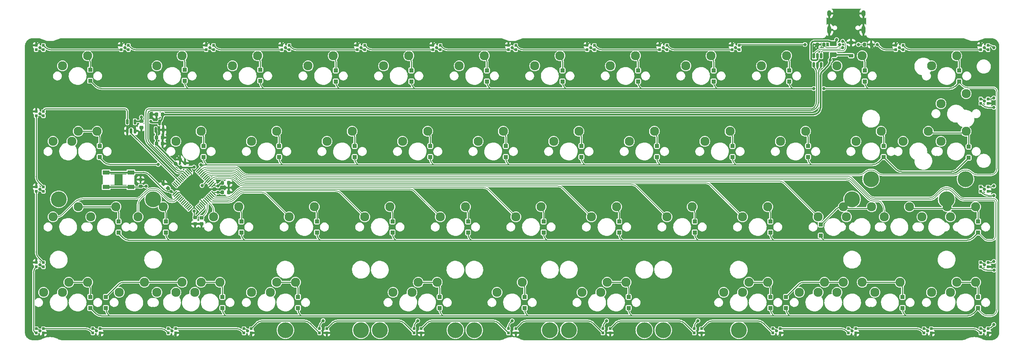
<source format=gbr>
%TF.GenerationSoftware,KiCad,Pcbnew,(7.0.0)*%
%TF.CreationDate,2023-11-21T21:36:58+01:00*%
%TF.ProjectId,forti proto,666f7274-6920-4707-926f-746f2e6b6963,rev?*%
%TF.SameCoordinates,Original*%
%TF.FileFunction,Copper,L2,Bot*%
%TF.FilePolarity,Positive*%
%FSLAX46Y46*%
G04 Gerber Fmt 4.6, Leading zero omitted, Abs format (unit mm)*
G04 Created by KiCad (PCBNEW (7.0.0)) date 2023-11-21 21:36:58*
%MOMM*%
%LPD*%
G01*
G04 APERTURE LIST*
G04 Aperture macros list*
%AMRoundRect*
0 Rectangle with rounded corners*
0 $1 Rounding radius*
0 $2 $3 $4 $5 $6 $7 $8 $9 X,Y pos of 4 corners*
0 Add a 4 corners polygon primitive as box body*
4,1,4,$2,$3,$4,$5,$6,$7,$8,$9,$2,$3,0*
0 Add four circle primitives for the rounded corners*
1,1,$1+$1,$2,$3*
1,1,$1+$1,$4,$5*
1,1,$1+$1,$6,$7*
1,1,$1+$1,$8,$9*
0 Add four rect primitives between the rounded corners*
20,1,$1+$1,$2,$3,$4,$5,0*
20,1,$1+$1,$4,$5,$6,$7,0*
20,1,$1+$1,$6,$7,$8,$9,0*
20,1,$1+$1,$8,$9,$2,$3,0*%
G04 Aperture macros list end*
%TA.AperFunction,ComponentPad*%
%ADD10O,1.000000X2.100000*%
%TD*%
%TA.AperFunction,ComponentPad*%
%ADD11O,1.000000X1.600000*%
%TD*%
%TA.AperFunction,ComponentPad*%
%ADD12C,2.300000*%
%TD*%
%TA.AperFunction,ComponentPad*%
%ADD13C,4.000000*%
%TD*%
%TA.AperFunction,SMDPad,CuDef*%
%ADD14RoundRect,0.105000X-0.245000X-0.245000X0.245000X-0.245000X0.245000X0.245000X-0.245000X0.245000X0*%
%TD*%
%TA.AperFunction,SMDPad,CuDef*%
%ADD15RoundRect,0.250000X0.300000X-0.300000X0.300000X0.300000X-0.300000X0.300000X-0.300000X-0.300000X0*%
%TD*%
%TA.AperFunction,SMDPad,CuDef*%
%ADD16RoundRect,0.105000X0.245000X0.245000X-0.245000X0.245000X-0.245000X-0.245000X0.245000X-0.245000X0*%
%TD*%
%TA.AperFunction,SMDPad,CuDef*%
%ADD17RoundRect,0.200000X-0.200000X-0.275000X0.200000X-0.275000X0.200000X0.275000X-0.200000X0.275000X0*%
%TD*%
%TA.AperFunction,SMDPad,CuDef*%
%ADD18RoundRect,0.200000X0.200000X0.275000X-0.200000X0.275000X-0.200000X-0.275000X0.200000X-0.275000X0*%
%TD*%
%TA.AperFunction,SMDPad,CuDef*%
%ADD19RoundRect,0.150000X0.150000X-0.512500X0.150000X0.512500X-0.150000X0.512500X-0.150000X-0.512500X0*%
%TD*%
%TA.AperFunction,SMDPad,CuDef*%
%ADD20R,1.800000X1.100000*%
%TD*%
%TA.AperFunction,SMDPad,CuDef*%
%ADD21RoundRect,0.225000X-0.250000X0.225000X-0.250000X-0.225000X0.250000X-0.225000X0.250000X0.225000X0*%
%TD*%
%TA.AperFunction,SMDPad,CuDef*%
%ADD22RoundRect,0.225000X0.335876X0.017678X0.017678X0.335876X-0.335876X-0.017678X-0.017678X-0.335876X0*%
%TD*%
%TA.AperFunction,SMDPad,CuDef*%
%ADD23RoundRect,0.225000X0.375000X-0.225000X0.375000X0.225000X-0.375000X0.225000X-0.375000X-0.225000X0*%
%TD*%
%TA.AperFunction,SMDPad,CuDef*%
%ADD24RoundRect,0.225000X-0.225000X-0.250000X0.225000X-0.250000X0.225000X0.250000X-0.225000X0.250000X0*%
%TD*%
%TA.AperFunction,SMDPad,CuDef*%
%ADD25RoundRect,0.070000X0.521491X-0.422496X-0.422496X0.521491X-0.521491X0.422496X0.422496X-0.521491X0*%
%TD*%
%TA.AperFunction,SMDPad,CuDef*%
%ADD26RoundRect,0.070000X0.521491X0.422496X0.422496X0.521491X-0.521491X-0.422496X-0.422496X-0.521491X0*%
%TD*%
%TA.AperFunction,SMDPad,CuDef*%
%ADD27RoundRect,0.150000X0.150000X-0.587500X0.150000X0.587500X-0.150000X0.587500X-0.150000X-0.587500X0*%
%TD*%
%TA.AperFunction,SMDPad,CuDef*%
%ADD28RoundRect,0.225000X0.225000X0.250000X-0.225000X0.250000X-0.225000X-0.250000X0.225000X-0.250000X0*%
%TD*%
%TA.AperFunction,SMDPad,CuDef*%
%ADD29RoundRect,0.200000X0.275000X-0.200000X0.275000X0.200000X-0.275000X0.200000X-0.275000X-0.200000X0*%
%TD*%
%TA.AperFunction,SMDPad,CuDef*%
%ADD30RoundRect,0.225000X0.017678X-0.335876X0.335876X-0.017678X-0.017678X0.335876X-0.335876X0.017678X0*%
%TD*%
%TA.AperFunction,SMDPad,CuDef*%
%ADD31RoundRect,0.225000X0.250000X-0.225000X0.250000X0.225000X-0.250000X0.225000X-0.250000X-0.225000X0*%
%TD*%
%TA.AperFunction,SMDPad,CuDef*%
%ADD32RoundRect,0.250000X-0.625000X0.375000X-0.625000X-0.375000X0.625000X-0.375000X0.625000X0.375000X0*%
%TD*%
%TA.AperFunction,ViaPad*%
%ADD33C,0.800000*%
%TD*%
%TA.AperFunction,Conductor*%
%ADD34C,0.250000*%
%TD*%
%TA.AperFunction,Conductor*%
%ADD35C,0.200000*%
%TD*%
%TA.AperFunction,Conductor*%
%ADD36C,0.381000*%
%TD*%
G04 APERTURE END LIST*
D10*
%TO.P,J2,S1,SHIELD*%
%TO.N,GND*%
X238589114Y-29655155D03*
D11*
X238589114Y-25475155D03*
D10*
X229949114Y-29655155D03*
D11*
X229949114Y-25475155D03*
%TD*%
D12*
%TO.P,MX50,1,1*%
%TO.N,COL9*%
X227171250Y-95885000D03*
%TO.P,MX50,2,2*%
%TO.N,Net-(D44-A)*%
X233521250Y-93345000D03*
%TD*%
%TO.P,MX23,1,1*%
%TO.N,COL10*%
X236696250Y-57785000D03*
%TO.P,MX23,2,2*%
%TO.N,Net-(D23-A)*%
X243046250Y-55245000D03*
%TD*%
%TO.P,MX51,1,1*%
%TO.N,COL11*%
X255746250Y-95885000D03*
%TO.P,MX51,2,2*%
%TO.N,Net-(D46-A)*%
X262096250Y-93345000D03*
%TD*%
%TO.P,MX39,1,1*%
%TO.N,COL2*%
X70008750Y-95885000D03*
%TO.P,MX39,2,2*%
%TO.N,Net-(D39-A)*%
X76358750Y-93345000D03*
%TD*%
%TO.P,MXshift2.25,1,1*%
%TO.N,COL0*%
X43815000Y-76835000D03*
%TO.P,MXshift2.25,2,2*%
%TO.N,Net-(D25-A)*%
X50165000Y-74295000D03*
%TD*%
%TO.P,MX27,1,1*%
%TO.N,COL2*%
X74771250Y-76835000D03*
%TO.P,MX27,2,2*%
%TO.N,Net-(D27-A)*%
X81121250Y-74295000D03*
%TD*%
%TO.P,MX11,1,1*%
%TO.N,COL10*%
X231933750Y-38735000D03*
%TO.P,MX11,2,2*%
%TO.N,Net-(D11-A)*%
X238283750Y-36195000D03*
%TD*%
%TO.P,MX53,1,1*%
%TO.N,COL3*%
X84296250Y-95885000D03*
%TO.P,MX53,2,2*%
%TO.N,Net-(D41-A)*%
X90646250Y-93345000D03*
%TD*%
%TO.P,MXenter2.25,1,1*%
%TO.N,COL11*%
X248602500Y-57785000D03*
%TO.P,MXenter2.25,2,2*%
%TO.N,Net-(D24-A)*%
X254952500Y-55245000D03*
%TD*%
D13*
%TO.P,S1,*%
%TO.N,*%
X207168750Y-105410000D03*
X92868750Y-105410000D03*
%TD*%
D12*
%TO.P,MX54,1,1*%
%TO.N,COL8*%
X208121250Y-95885000D03*
%TO.P,MX54,2,2*%
%TO.N,Net-(D43-A)*%
X214471250Y-93345000D03*
%TD*%
%TO.P,MX31,1,1*%
%TO.N,COL6*%
X150971250Y-76835000D03*
%TO.P,MX31,2,2*%
%TO.N,Net-(D31-A)*%
X157321250Y-74295000D03*
%TD*%
%TO.P,MX16,1,1*%
%TO.N,COL3*%
X103346250Y-57785000D03*
%TO.P,MX16,2,2*%
%TO.N,Net-(D16-A)*%
X109696250Y-55245000D03*
%TD*%
%TO.P,MX47,1,1*%
%TO.N,COL11*%
X260508750Y-76835000D03*
%TO.P,MX47,2,2*%
%TO.N,Net-(D36-A)*%
X266858750Y-74295000D03*
%TD*%
%TO.P,MX35,1,1*%
%TO.N,COL10*%
X227171250Y-76835000D03*
%TO.P,MX35,2,2*%
%TO.N,Net-(D35-A)*%
X233521250Y-74295000D03*
%TD*%
%TO.P,MXsplit2.75(1)1,1,1*%
%TO.N,COL7*%
X167640000Y-95885000D03*
%TO.P,MXsplit2.75(1)1,2,2*%
%TO.N,Net-(D47-A)*%
X173990000Y-93345000D03*
%TD*%
D13*
%TO.P,shift2.25,*%
%TO.N,*%
X35718750Y-72390000D03*
X59531250Y-72390000D03*
%TD*%
D12*
%TO.P,MX8,1,1*%
%TO.N,COL7*%
X174783750Y-38735000D03*
%TO.P,MX8,2,2*%
%TO.N,Net-(D8-A)*%
X181133750Y-36195000D03*
%TD*%
%TO.P,MX13,1,1*%
%TO.N,COL0*%
X39052500Y-57785000D03*
%TO.P,MX13,2,2*%
%TO.N,Net-(D13-A)*%
X45402500Y-55245000D03*
%TD*%
%TO.P,MX32,1,1*%
%TO.N,COL7*%
X170021250Y-76835000D03*
%TO.P,MX32,2,2*%
%TO.N,Net-(D32-A)*%
X176371250Y-74295000D03*
%TD*%
%TO.P,MXISO1,1,1*%
%TO.N,COL11*%
X258127500Y-48260000D03*
%TO.P,MXISO1,2,2*%
%TO.N,Net-(D12-A)*%
X264477500Y-45720000D03*
%TD*%
%TO.P,MX21,1,1*%
%TO.N,COL8*%
X198596250Y-57785000D03*
%TO.P,MX21,2,2*%
%TO.N,Net-(D21-A)*%
X204946250Y-55245000D03*
%TD*%
%TO.P,MXsplit2.75,1,1*%
%TO.N,COL5*%
X124777500Y-95885000D03*
%TO.P,MXsplit2.75,2,2*%
%TO.N,Net-(D40-A)*%
X131127500Y-93345000D03*
%TD*%
%TO.P,MX4,1,1*%
%TO.N,COL3*%
X98583750Y-38735000D03*
%TO.P,MX4,2,2*%
%TO.N,Net-(D4-A)*%
X104933750Y-36195000D03*
%TD*%
%TO.P,MX41,1,1*%
%TO.N,COL3*%
X89058750Y-95885000D03*
%TO.P,MX41,2,2*%
%TO.N,Net-(D41-A)*%
X95408750Y-93345000D03*
%TD*%
%TO.P,MX30,1,1*%
%TO.N,COL5*%
X131921250Y-76835000D03*
%TO.P,MX30,2,2*%
%TO.N,Net-(D30-A)*%
X138271250Y-74295000D03*
%TD*%
%TO.P,MX1,1,1*%
%TO.N,COL0*%
X36671250Y-38735000D03*
%TO.P,MX1,2,2*%
%TO.N,Net-(D1-A)*%
X43021250Y-36195000D03*
%TD*%
%TO.P,MX34,1,1*%
%TO.N,COL9*%
X208121250Y-76835000D03*
%TO.P,MX34,2,2*%
%TO.N,Net-(D34-A)*%
X214471250Y-74295000D03*
%TD*%
%TO.P,MX25,1,1*%
%TO.N,COL0*%
X34290000Y-76835000D03*
%TO.P,MX25,2,2*%
%TO.N,Net-(D25-A)*%
X40640000Y-74295000D03*
%TD*%
D13*
%TO.P,enter2.25,*%
%TO.N,*%
X264318750Y-67310000D03*
X240506250Y-67310000D03*
%TD*%
D12*
%TO.P,MX29,1,1*%
%TO.N,COL4*%
X112871250Y-76835000D03*
%TO.P,MX29,2,2*%
%TO.N,Net-(D29-A)*%
X119221250Y-74295000D03*
%TD*%
%TO.P,MX55,1,1*%
%TO.N,COL10*%
X231933750Y-95885000D03*
%TO.P,MX55,2,2*%
%TO.N,Net-(D45-A)*%
X238283750Y-93345000D03*
%TD*%
%TO.P,MX22,1,1*%
%TO.N,COL9*%
X217646250Y-57785000D03*
%TO.P,MX22,2,2*%
%TO.N,Net-(D22-A)*%
X223996250Y-55245000D03*
%TD*%
%TO.P,MX17,1,1*%
%TO.N,COL4*%
X122396250Y-57785000D03*
%TO.P,MX17,2,2*%
%TO.N,Net-(D17-A)*%
X128746250Y-55245000D03*
%TD*%
%TO.P,MX42,1,1*%
%TO.N,COL6*%
X146208750Y-95885000D03*
%TO.P,MX42,2,2*%
%TO.N,Net-(D42-A)*%
X152558750Y-93345000D03*
%TD*%
D13*
%TO.P,S4,*%
%TO.N,*%
X135731250Y-105410000D03*
X111918750Y-105410000D03*
%TD*%
D12*
%TO.P,MX49,1,1*%
%TO.N,COL2*%
X65246250Y-95885000D03*
%TO.P,MX49,2,2*%
%TO.N,Net-(D39-A)*%
X71596250Y-93345000D03*
%TD*%
%TO.P,MX40,1,1*%
%TO.N,COL10*%
X234315000Y-76835000D03*
%TO.P,MX40,2,2*%
%TO.N,Net-(D35-A)*%
X240665000Y-74295000D03*
%TD*%
%TO.P,MX26,1,1*%
%TO.N,COL1*%
X55721250Y-76835000D03*
%TO.P,MX26,2,2*%
%TO.N,Net-(D26-A)*%
X62071250Y-74295000D03*
%TD*%
%TO.P,MX3,1,1*%
%TO.N,COL2*%
X79533750Y-38735000D03*
%TO.P,MX3,2,2*%
%TO.N,Net-(D3-A)*%
X85883750Y-36195000D03*
%TD*%
D13*
%TO.P,S2,*%
%TO.N,*%
X188118750Y-105410000D03*
X164306250Y-105410000D03*
%TD*%
D12*
%TO.P,MX36,1,1*%
%TO.N,COL11*%
X253365000Y-76835000D03*
%TO.P,MX36,2,2*%
%TO.N,Net-(D36-A)*%
X259715000Y-74295000D03*
%TD*%
%TO.P,MX24,1,1*%
%TO.N,COL11*%
X258127500Y-57785000D03*
%TO.P,MX24,2,2*%
%TO.N,Net-(D24-A)*%
X264477500Y-55245000D03*
%TD*%
D13*
%TO.P,S5,*%
%TO.N,*%
X183356250Y-105410000D03*
X159543750Y-105410000D03*
%TD*%
D12*
%TO.P,MX52,1,1*%
%TO.N,COL1*%
X60483750Y-95885000D03*
%TO.P,MX52,2,2*%
%TO.N,Net-(D38-A)*%
X66833750Y-93345000D03*
%TD*%
%TO.P,MX33,1,1*%
%TO.N,COL8*%
X189071250Y-76835000D03*
%TO.P,MX33,2,2*%
%TO.N,Net-(D33-A)*%
X195421250Y-74295000D03*
%TD*%
%TO.P,MX5,1,1*%
%TO.N,COL4*%
X117633750Y-38735000D03*
%TO.P,MX5,2,2*%
%TO.N,Net-(D5-A)*%
X123983750Y-36195000D03*
%TD*%
%TO.P,MX44,1,1*%
%TO.N,COL9*%
X222408750Y-95885000D03*
%TO.P,MX44,2,2*%
%TO.N,Net-(D44-A)*%
X228758750Y-93345000D03*
%TD*%
D13*
%TO.P,S3,*%
%TO.N,*%
X140493750Y-105410000D03*
X116681250Y-105410000D03*
%TD*%
D12*
%TO.P,MXsplit2.25(1)1,1,1*%
%TO.N,COL5*%
X120015000Y-95885000D03*
%TO.P,MXsplit2.25(1)1,2,2*%
%TO.N,Net-(D40-A)*%
X126365000Y-93345000D03*
%TD*%
%TO.P,MX28,1,1*%
%TO.N,COL3*%
X93821250Y-76835000D03*
%TO.P,MX28,2,2*%
%TO.N,Net-(D28-A)*%
X100171250Y-74295000D03*
%TD*%
%TO.P,MX18,1,1*%
%TO.N,COL5*%
X141446250Y-57785000D03*
%TO.P,MX18,2,2*%
%TO.N,Net-(D18-A)*%
X147796250Y-55245000D03*
%TD*%
%TO.P,MXcaps1,1,1*%
%TO.N,COL0*%
X34290000Y-57785000D03*
%TO.P,MXcaps1,2,2*%
%TO.N,Net-(D13-A)*%
X40640000Y-55245000D03*
%TD*%
%TO.P,MX48,1,1*%
%TO.N,COL0*%
X36671250Y-95885000D03*
%TO.P,MX48,2,2*%
%TO.N,Net-(D37-A)*%
X43021250Y-93345000D03*
%TD*%
%TO.P,MX15,1,1*%
%TO.N,COL2*%
X84296250Y-57785000D03*
%TO.P,MX15,2,2*%
%TO.N,Net-(D15-A)*%
X90646250Y-55245000D03*
%TD*%
%TO.P,MX46,1,1*%
%TO.N,COL11*%
X260508750Y-95885000D03*
%TO.P,MX46,2,2*%
%TO.N,Net-(D46-A)*%
X266858750Y-93345000D03*
%TD*%
%TO.P,MX37,1,1*%
%TO.N,COL0*%
X31908750Y-95885000D03*
%TO.P,MX37,2,2*%
%TO.N,Net-(D37-A)*%
X38258750Y-93345000D03*
%TD*%
D13*
%TO.P,shift2.75,*%
%TO.N,*%
X235743750Y-72390000D03*
X259556250Y-72390000D03*
%TD*%
D12*
%TO.P,MX10,1,1*%
%TO.N,COL9*%
X212883750Y-38735000D03*
%TO.P,MX10,2,2*%
%TO.N,Net-(D10-A)*%
X219233750Y-36195000D03*
%TD*%
%TO.P,MX9,1,1*%
%TO.N,COL8*%
X193833750Y-38735000D03*
%TO.P,MX9,2,2*%
%TO.N,Net-(D9-A)*%
X200183750Y-36195000D03*
%TD*%
%TO.P,MX45,1,1*%
%TO.N,COL10*%
X241458750Y-95885000D03*
%TO.P,MX45,2,2*%
%TO.N,Net-(D45-A)*%
X247808750Y-93345000D03*
%TD*%
%TO.P,MX20,1,1*%
%TO.N,COL7*%
X179546250Y-57785000D03*
%TO.P,MX20,2,2*%
%TO.N,Net-(D20-A)*%
X185896250Y-55245000D03*
%TD*%
%TO.P,MX6,1,1*%
%TO.N,COL5*%
X136683750Y-38735000D03*
%TO.P,MX6,2,2*%
%TO.N,Net-(D6-A)*%
X143033750Y-36195000D03*
%TD*%
%TO.P,MXshift2.75,1,1*%
%TO.N,COL11*%
X243840000Y-76835000D03*
%TO.P,MXshift2.75,2,2*%
%TO.N,Net-(D36-A)*%
X250190000Y-74295000D03*
%TD*%
%TO.P,MX12,1,1*%
%TO.N,COL11*%
X255746250Y-38735000D03*
%TO.P,MX12,2,2*%
%TO.N,Net-(D12-A)*%
X262096250Y-36195000D03*
%TD*%
%TO.P,MX19,1,1*%
%TO.N,COL6*%
X160496250Y-57785000D03*
%TO.P,MX19,2,2*%
%TO.N,Net-(D19-A)*%
X166846250Y-55245000D03*
%TD*%
%TO.P,MXsplit2.25,1,1*%
%TO.N,COL7*%
X172402500Y-95885000D03*
%TO.P,MXsplit2.25,2,2*%
%TO.N,Net-(D47-A)*%
X178752500Y-93345000D03*
%TD*%
%TO.P,MX7,1,1*%
%TO.N,COL6*%
X155733750Y-38735000D03*
%TO.P,MX7,2,2*%
%TO.N,Net-(D7-A)*%
X162083750Y-36195000D03*
%TD*%
%TO.P,MX14,1,1*%
%TO.N,COL1*%
X65246250Y-57785000D03*
%TO.P,MX14,2,2*%
%TO.N,Net-(D14-A)*%
X71596250Y-55245000D03*
%TD*%
%TO.P,MX43,1,1*%
%TO.N,COL8*%
X203358750Y-95885000D03*
%TO.P,MX43,2,2*%
%TO.N,Net-(D43-A)*%
X209708750Y-93345000D03*
%TD*%
%TO.P,MX38,1,1*%
%TO.N,COL1*%
X50958750Y-95885000D03*
%TO.P,MX38,2,2*%
%TO.N,Net-(D38-A)*%
X57308750Y-93345000D03*
%TD*%
%TO.P,MX2,1,1*%
%TO.N,COL1*%
X60483750Y-38735000D03*
%TO.P,MX2,2,2*%
%TO.N,Net-(D2-A)*%
X66833750Y-36195000D03*
%TD*%
D14*
%TO.P,LED2,1,DOUT*%
%TO.N,Net-(LED2-DOUT)*%
X30041250Y-70400000D03*
%TO.P,LED2,2,VSS*%
%TO.N,GND*%
X30041250Y-69300000D03*
%TO.P,LED2,3,DIN*%
%TO.N,Net-(LED1-DOUT)*%
X31871250Y-69300000D03*
%TO.P,LED2,4,VDD*%
%TO.N,+5V*%
X31871250Y-70400000D03*
%TD*%
D15*
%TO.P,D29,1,K*%
%TO.N,ROW2*%
X119856250Y-80775000D03*
%TO.P,D29,2,A*%
%TO.N,Net-(D29-A)*%
X119856250Y-77975000D03*
%TD*%
%TO.P,D36,1,K*%
%TO.N,ROW2*%
X267493750Y-80775000D03*
%TO.P,D36,2,A*%
%TO.N,Net-(D36-A)*%
X267493750Y-77975000D03*
%TD*%
%TO.P,D13,1,K*%
%TO.N,ROW1*%
X46037500Y-61725000D03*
%TO.P,D13,2,A*%
%TO.N,Net-(D13-A)*%
X46037500Y-58925000D03*
%TD*%
D14*
%TO.P,LED23,1,DOUT*%
%TO.N,Net-(LED23-DOUT)*%
X149103750Y-34681250D03*
%TO.P,LED23,2,VSS*%
%TO.N,GND*%
X149103750Y-33581250D03*
%TO.P,LED23,3,DIN*%
%TO.N,Net-(LED22-DOUT)*%
X150933750Y-33581250D03*
%TO.P,LED23,4,VDD*%
%TO.N,+5V*%
X150933750Y-34681250D03*
%TD*%
D15*
%TO.P,D40,1,K*%
%TO.N,ROW3*%
X131762500Y-99825000D03*
%TO.P,D40,2,A*%
%TO.N,Net-(D40-A)*%
X131762500Y-97025000D03*
%TD*%
D16*
%TO.P,LED11,1,DOUT*%
%TO.N,Net-(LED11-DOUT)*%
X197765000Y-105018750D03*
%TO.P,LED11,2,VSS*%
%TO.N,GND*%
X197765000Y-106118750D03*
%TO.P,LED11,3,DIN*%
%TO.N,Net-(LED10-DOUT)*%
X195935000Y-106118750D03*
%TO.P,LED11,4,VDD*%
%TO.N,+5V*%
X195935000Y-105018750D03*
%TD*%
D15*
%TO.P,D20,1,K*%
%TO.N,ROW1*%
X186531250Y-61725000D03*
%TO.P,D20,2,A*%
%TO.N,Net-(D20-A)*%
X186531250Y-58925000D03*
%TD*%
%TO.P,D26,1,K*%
%TO.N,ROW2*%
X62706250Y-80775000D03*
%TO.P,D26,2,A*%
%TO.N,Net-(D26-A)*%
X62706250Y-77975000D03*
%TD*%
D17*
%TO.P,R1,1*%
%TO.N,/CC1*%
X238887500Y-33337500D03*
%TO.P,R1,2*%
%TO.N,GND*%
X240537500Y-33337500D03*
%TD*%
D15*
%TO.P,D22,1,K*%
%TO.N,ROW1*%
X224631250Y-61725000D03*
%TO.P,D22,2,A*%
%TO.N,Net-(D22-A)*%
X224631250Y-58925000D03*
%TD*%
D16*
%TO.P,LED5,1,DOUT*%
%TO.N,Net-(LED5-DOUT)*%
X46158750Y-105018750D03*
%TO.P,LED5,2,VSS*%
%TO.N,GND*%
X46158750Y-106118750D03*
%TO.P,LED5,3,DIN*%
%TO.N,Net-(LED4-DOUT)*%
X44328750Y-106118750D03*
%TO.P,LED5,4,VDD*%
%TO.N,+5V*%
X44328750Y-105018750D03*
%TD*%
D14*
%TO.P,LED25,1,DOUT*%
%TO.N,Net-(LED25-DOUT)*%
X91953750Y-34681250D03*
%TO.P,LED25,2,VSS*%
%TO.N,GND*%
X91953750Y-33581250D03*
%TO.P,LED25,3,DIN*%
%TO.N,Net-(LED24-DOUT)*%
X93783750Y-33581250D03*
%TO.P,LED25,4,VDD*%
%TO.N,+5V*%
X93783750Y-34681250D03*
%TD*%
D16*
%TO.P,LED10,1,DOUT*%
%TO.N,Net-(LED10-DOUT)*%
X174746250Y-105018750D03*
%TO.P,LED10,2,VSS*%
%TO.N,GND*%
X174746250Y-106118750D03*
%TO.P,LED10,3,DIN*%
%TO.N,Net-(LED10-DIN)*%
X172916250Y-106118750D03*
%TO.P,LED10,4,VDD*%
%TO.N,+5V*%
X172916250Y-105018750D03*
%TD*%
D15*
%TO.P,D32,1,K*%
%TO.N,ROW2*%
X177006250Y-80775000D03*
%TO.P,D32,2,A*%
%TO.N,Net-(D32-A)*%
X177006250Y-77975000D03*
%TD*%
D18*
%TO.P,R2,1*%
%TO.N,/CC2*%
X228631250Y-33337500D03*
%TO.P,R2,2*%
%TO.N,GND*%
X226981250Y-33337500D03*
%TD*%
D14*
%TO.P,LED30,1,DOUT*%
%TO.N,Net-(LED24-DIN)*%
X130053750Y-34681250D03*
%TO.P,LED30,2,VSS*%
%TO.N,GND*%
X130053750Y-33581250D03*
%TO.P,LED30,3,DIN*%
%TO.N,Net-(LED23-DOUT)*%
X131883750Y-33581250D03*
%TO.P,LED30,4,VDD*%
%TO.N,+5V*%
X131883750Y-34681250D03*
%TD*%
%TO.P,LED21,1,DOUT*%
%TO.N,Net-(LED21-DOUT)*%
X187203750Y-34681250D03*
%TO.P,LED21,2,VSS*%
%TO.N,GND*%
X187203750Y-33581250D03*
%TO.P,LED21,3,DIN*%
%TO.N,Net-(LED20-DOUT)*%
X189033750Y-33581250D03*
%TO.P,LED21,4,VDD*%
%TO.N,+5V*%
X189033750Y-34681250D03*
%TD*%
D16*
%TO.P,LED14,1,DOUT*%
%TO.N,Net-(LED14-DOUT)*%
X269996250Y-105018750D03*
%TO.P,LED14,2,VSS*%
%TO.N,GND*%
X269996250Y-106118750D03*
%TO.P,LED14,3,DIN*%
%TO.N,Net-(LED13-DOUT)*%
X268166250Y-106118750D03*
%TO.P,LED14,4,VDD*%
%TO.N,+5V*%
X268166250Y-105018750D03*
%TD*%
D15*
%TO.P,D15,1,K*%
%TO.N,ROW1*%
X91281250Y-61725000D03*
%TO.P,D15,2,A*%
%TO.N,Net-(D15-A)*%
X91281250Y-58925000D03*
%TD*%
%TO.P,D41,1,K*%
%TO.N,ROW3*%
X96043750Y-99825000D03*
%TO.P,D41,2,A*%
%TO.N,Net-(D41-A)*%
X96043750Y-97025000D03*
%TD*%
D16*
%TO.P,LED7,1,DOUT*%
%TO.N,Net-(LED7-DOUT)*%
X84258750Y-105018750D03*
%TO.P,LED7,2,VSS*%
%TO.N,GND*%
X84258750Y-106118750D03*
%TO.P,LED7,3,DIN*%
%TO.N,Net-(LED6-DOUT)*%
X82428750Y-106118750D03*
%TO.P,LED7,4,VDD*%
%TO.N,+5V*%
X82428750Y-105018750D03*
%TD*%
%TO.P,LED12,1,DOUT*%
%TO.N,Net-(LED12-DOUT)*%
X217608750Y-105018750D03*
%TO.P,LED12,2,VSS*%
%TO.N,GND*%
X217608750Y-106118750D03*
%TO.P,LED12,3,DIN*%
%TO.N,Net-(LED11-DOUT)*%
X215778750Y-106118750D03*
%TO.P,LED12,4,VDD*%
%TO.N,+5V*%
X215778750Y-105018750D03*
%TD*%
D14*
%TO.P,LED20,1,DOUT*%
%TO.N,Net-(LED20-DOUT)*%
X205460000Y-34681250D03*
%TO.P,LED20,2,VSS*%
%TO.N,GND*%
X205460000Y-33581250D03*
%TO.P,LED20,3,DIN*%
%TO.N,Net-(LED19-DOUT)*%
X207290000Y-33581250D03*
%TO.P,LED20,4,VDD*%
%TO.N,+5V*%
X207290000Y-34681250D03*
%TD*%
D15*
%TO.P,D31,1,K*%
%TO.N,ROW2*%
X157956250Y-80775000D03*
%TO.P,D31,2,A*%
%TO.N,Net-(D31-A)*%
X157956250Y-77975000D03*
%TD*%
%TO.P,D21,1,K*%
%TO.N,ROW1*%
X205581250Y-61725000D03*
%TO.P,D21,2,A*%
%TO.N,Net-(D21-A)*%
X205581250Y-58925000D03*
%TD*%
%TO.P,D4,1,K*%
%TO.N,ROW0*%
X105568750Y-42675000D03*
%TO.P,D4,2,A*%
%TO.N,Net-(D4-A)*%
X105568750Y-39875000D03*
%TD*%
%TO.P,D9,1,K*%
%TO.N,ROW0*%
X200818750Y-42675000D03*
%TO.P,D9,2,A*%
%TO.N,Net-(D9-A)*%
X200818750Y-39875000D03*
%TD*%
D16*
%TO.P,LED6,1,DOUT*%
%TO.N,Net-(LED6-DOUT)*%
X65208750Y-105018750D03*
%TO.P,LED6,2,VSS*%
%TO.N,GND*%
X65208750Y-106118750D03*
%TO.P,LED6,3,DIN*%
%TO.N,Net-(LED5-DOUT)*%
X63378750Y-106118750D03*
%TO.P,LED6,4,VDD*%
%TO.N,+5V*%
X63378750Y-105018750D03*
%TD*%
D15*
%TO.P,D34,1,K*%
%TO.N,ROW2*%
X215106250Y-80775000D03*
%TO.P,D34,2,A*%
%TO.N,Net-(D34-A)*%
X215106250Y-77975000D03*
%TD*%
%TO.P,D24,1,K*%
%TO.N,ROW1*%
X265112500Y-61912500D03*
%TO.P,D24,2,A*%
%TO.N,Net-(D24-A)*%
X265112500Y-59112500D03*
%TD*%
%TO.P,D27,1,K*%
%TO.N,ROW2*%
X81756250Y-80775000D03*
%TO.P,D27,2,A*%
%TO.N,Net-(D27-A)*%
X81756250Y-77975000D03*
%TD*%
D16*
%TO.P,LED16,1,DOUT*%
%TO.N,Net-(LED16-DOUT)*%
X269996250Y-69300000D03*
%TO.P,LED16,2,VSS*%
%TO.N,GND*%
X269996250Y-70400000D03*
%TO.P,LED16,3,DIN*%
%TO.N,Net-(LED15-DOUT)*%
X268166250Y-70400000D03*
%TO.P,LED16,4,VDD*%
%TO.N,+5V*%
X268166250Y-69300000D03*
%TD*%
D15*
%TO.P,D16,1,K*%
%TO.N,ROW1*%
X110331250Y-61725000D03*
%TO.P,D16,2,A*%
%TO.N,Net-(D16-A)*%
X110331250Y-58925000D03*
%TD*%
D14*
%TO.P,LED26,1,DOUT*%
%TO.N,Net-(LED26-DOUT)*%
X72903750Y-34681250D03*
%TO.P,LED26,2,VSS*%
%TO.N,GND*%
X72903750Y-33581250D03*
%TO.P,LED26,3,DIN*%
%TO.N,Net-(LED25-DOUT)*%
X74733750Y-33581250D03*
%TO.P,LED26,4,VDD*%
%TO.N,+5V*%
X74733750Y-34681250D03*
%TD*%
D15*
%TO.P,D3,1,K*%
%TO.N,ROW0*%
X86518750Y-42487500D03*
%TO.P,D3,2,A*%
%TO.N,Net-(D3-A)*%
X86518750Y-39687500D03*
%TD*%
D19*
%TO.P,U4,1*%
%TO.N,GND*%
X54925000Y-55112500D03*
%TO.P,U4,2*%
%TO.N,RGB MCU*%
X53975000Y-55112500D03*
%TO.P,U4,3,GND*%
%TO.N,GND*%
X53025000Y-55112500D03*
%TO.P,U4,4*%
%TO.N,rgb underglow*%
X53025000Y-52837500D03*
%TO.P,U4,5,VCC*%
%TO.N,+5V*%
X54925000Y-52837500D03*
%TD*%
D15*
%TO.P,D42,1,K*%
%TO.N,ROW3*%
X153193750Y-99825000D03*
%TO.P,D42,2,A*%
%TO.N,Net-(D42-A)*%
X153193750Y-97025000D03*
%TD*%
%TO.P,D28,1,K*%
%TO.N,ROW2*%
X100806250Y-80775000D03*
%TO.P,D28,2,A*%
%TO.N,Net-(D28-A)*%
X100806250Y-77975000D03*
%TD*%
D20*
%TO.P,SW2,1,1*%
%TO.N,+3V3*%
X53899999Y-65618749D03*
X47699999Y-65618749D03*
%TO.P,SW2,2,2*%
%TO.N,BOOT0*%
X53899999Y-69318749D03*
X47699999Y-69318749D03*
%TD*%
D15*
%TO.P,D10,1,K*%
%TO.N,ROW0*%
X219868750Y-42675000D03*
%TO.P,D10,2,A*%
%TO.N,Net-(D10-A)*%
X219868750Y-39875000D03*
%TD*%
D14*
%TO.P,LED31,1,DOUT*%
%TO.N,Net-(LED27-DIN)*%
X51472500Y-34681250D03*
%TO.P,LED31,2,VSS*%
%TO.N,GND*%
X51472500Y-33581250D03*
%TO.P,LED31,3,DIN*%
%TO.N,Net-(LED26-DOUT)*%
X53302500Y-33581250D03*
%TO.P,LED31,4,VDD*%
%TO.N,+5V*%
X53302500Y-34681250D03*
%TD*%
D16*
%TO.P,LED8,1,DOUT*%
%TO.N,Net-(LED8-DOUT)*%
X103308750Y-105018750D03*
%TO.P,LED8,2,VSS*%
%TO.N,GND*%
X103308750Y-106118750D03*
%TO.P,LED8,3,DIN*%
%TO.N,Net-(LED7-DOUT)*%
X101478750Y-106118750D03*
%TO.P,LED8,4,VDD*%
%TO.N,+5V*%
X101478750Y-105018750D03*
%TD*%
D21*
%TO.P,C8,1*%
%TO.N,+3V3*%
X70105094Y-77012500D03*
%TO.P,C8,2*%
%TO.N,GND*%
X70105094Y-78562500D03*
%TD*%
D22*
%TO.P,C5,1*%
%TO.N,+3V3*%
X63254258Y-69604258D03*
%TO.P,C5,2*%
%TO.N,GND*%
X62158242Y-68508242D03*
%TD*%
D23*
%TO.P,D_PWR1,1,A1*%
%TO.N,+5V*%
X235493750Y-36172840D03*
%TO.P,D_PWR1,2,A2*%
%TO.N,GND*%
X235493750Y-32872840D03*
%TD*%
D15*
%TO.P,D38,1,K*%
%TO.N,ROW3*%
X47625000Y-99825000D03*
%TO.P,D38,2,A*%
%TO.N,Net-(D38-A)*%
X47625000Y-97025000D03*
%TD*%
D14*
%TO.P,LED1,1,DOUT*%
%TO.N,Net-(LED1-DOUT)*%
X30041250Y-51350000D03*
%TO.P,LED1,2,VSS*%
%TO.N,GND*%
X30041250Y-50250000D03*
%TO.P,LED1,3,DIN*%
%TO.N,rgb underglow*%
X31871250Y-50250000D03*
%TO.P,LED1,4,VDD*%
%TO.N,+5V*%
X31871250Y-51350000D03*
%TD*%
D15*
%TO.P,D43,1,K*%
%TO.N,ROW3*%
X215106250Y-99825000D03*
%TO.P,D43,2,A*%
%TO.N,Net-(D43-A)*%
X215106250Y-97025000D03*
%TD*%
%TO.P,D2,1,K*%
%TO.N,ROW0*%
X67468750Y-42487500D03*
%TO.P,D2,2,A*%
%TO.N,Net-(D2-A)*%
X67468750Y-39687500D03*
%TD*%
D24*
%TO.P,C9,1*%
%TO.N,+3V3*%
X77012500Y-70643750D03*
%TO.P,C9,2*%
%TO.N,GND*%
X78562500Y-70643750D03*
%TD*%
D15*
%TO.P,D23,1,K*%
%TO.N,ROW1*%
X243681250Y-61725000D03*
%TO.P,D23,2,A*%
%TO.N,Net-(D23-A)*%
X243681250Y-58925000D03*
%TD*%
%TO.P,D1,1,K*%
%TO.N,ROW0*%
X43656250Y-42487500D03*
%TO.P,D1,2,A*%
%TO.N,Net-(D1-A)*%
X43656250Y-39687500D03*
%TD*%
%TO.P,D39,1,K*%
%TO.N,ROW3*%
X76993750Y-99825000D03*
%TO.P,D39,2,A*%
%TO.N,Net-(D39-A)*%
X76993750Y-97025000D03*
%TD*%
%TO.P,D30,1,K*%
%TO.N,ROW2*%
X138906250Y-80775000D03*
%TO.P,D30,2,A*%
%TO.N,Net-(D30-A)*%
X138906250Y-77975000D03*
%TD*%
D14*
%TO.P,LED19,1,DOUT*%
%TO.N,Net-(LED19-DOUT)*%
X246735000Y-34681250D03*
%TO.P,LED19,2,VSS*%
%TO.N,GND*%
X246735000Y-33581250D03*
%TO.P,LED19,3,DIN*%
%TO.N,Net-(LED18-DOUT)*%
X248565000Y-33581250D03*
%TO.P,LED19,4,VDD*%
%TO.N,+5V*%
X248565000Y-34681250D03*
%TD*%
D16*
%TO.P,LED15,1,DOUT*%
%TO.N,Net-(LED15-DOUT)*%
X269996250Y-88350000D03*
%TO.P,LED15,2,VSS*%
%TO.N,GND*%
X269996250Y-89450000D03*
%TO.P,LED15,3,DIN*%
%TO.N,Net-(LED14-DOUT)*%
X268166250Y-89450000D03*
%TO.P,LED15,4,VDD*%
%TO.N,+5V*%
X268166250Y-88350000D03*
%TD*%
D25*
%TO.P,U3,1,VBAT*%
%TO.N,+3V3*%
X74737876Y-70848788D03*
%TO.P,U3,2,PC13*%
%TO.N,COL6*%
X74384322Y-71202342D03*
%TO.P,U3,3,PC14*%
%TO.N,COL5*%
X74030769Y-71555895D03*
%TO.P,U3,4,PC15*%
%TO.N,COL4*%
X73677215Y-71909449D03*
%TO.P,U3,5,PF0*%
%TO.N,COL3*%
X73323662Y-72263002D03*
%TO.P,U3,6,PF1*%
%TO.N,COL2*%
X72970109Y-72616555D03*
%TO.P,U3,7,NRST*%
%TO.N,NRST*%
X72616555Y-72970109D03*
%TO.P,U3,8,VSSA*%
%TO.N,GND*%
X72263002Y-73323662D03*
%TO.P,U3,9,VDDA*%
%TO.N,+3V3*%
X71909449Y-73677215D03*
%TO.P,U3,10,PA0*%
%TO.N,unconnected-(U3-PA0-Pad10)*%
X71555895Y-74030769D03*
%TO.P,U3,11,PA1*%
%TO.N,unconnected-(U3-PA1-Pad11)*%
X71202342Y-74384322D03*
%TO.P,U3,12,PA2*%
%TO.N,unconnected-(U3-PA2-Pad12)*%
X70848788Y-74737876D03*
D26*
%TO.P,U3,13,PA3*%
%TO.N,unconnected-(U3-PA3-Pad13)*%
X68851212Y-74737876D03*
%TO.P,U3,14,PA4*%
%TO.N,unconnected-(U3-PA4-Pad14)*%
X68497658Y-74384322D03*
%TO.P,U3,15,PA5*%
%TO.N,unconnected-(U3-PA5-Pad15)*%
X68144105Y-74030769D03*
%TO.P,U3,16,PA6*%
%TO.N,unconnected-(U3-PA6-Pad16)*%
X67790551Y-73677215D03*
%TO.P,U3,17,PA7*%
%TO.N,unconnected-(U3-PA7-Pad17)*%
X67436998Y-73323662D03*
%TO.P,U3,18,PB0*%
%TO.N,unconnected-(U3-PB0-Pad18)*%
X67083445Y-72970109D03*
%TO.P,U3,19,PB1*%
%TO.N,unconnected-(U3-PB1-Pad19)*%
X66729891Y-72616555D03*
%TO.P,U3,20,PB2*%
%TO.N,unconnected-(U3-PB2-Pad20)*%
X66376338Y-72263002D03*
%TO.P,U3,21,PB10*%
%TO.N,COL1*%
X66022785Y-71909449D03*
%TO.P,U3,22,PB11*%
%TO.N,COL0*%
X65669231Y-71555895D03*
%TO.P,U3,23,VSS*%
%TO.N,GND*%
X65315678Y-71202342D03*
%TO.P,U3,24,VDD*%
%TO.N,+3V3*%
X64962124Y-70848788D03*
D25*
%TO.P,U3,25,PB12*%
%TO.N,unconnected-(U3-PB12-Pad25)*%
X64962124Y-68851212D03*
%TO.P,U3,26,PB13*%
%TO.N,unconnected-(U3-PB13-Pad26)*%
X65315678Y-68497658D03*
%TO.P,U3,27,PB14*%
%TO.N,unconnected-(U3-PB14-Pad27)*%
X65669231Y-68144105D03*
%TO.P,U3,28,PB15*%
%TO.N,RGB MCU*%
X66022785Y-67790551D03*
%TO.P,U3,29,PA8*%
%TO.N,unconnected-(U3-PA8-Pad29)*%
X66376338Y-67436998D03*
%TO.P,U3,30,PA9*%
%TO.N,unconnected-(U3-PA9-Pad30)*%
X66729891Y-67083445D03*
%TO.P,U3,31,PA10*%
%TO.N,unconnected-(U3-PA10-Pad31)*%
X67083445Y-66729891D03*
%TO.P,U3,32,PA11*%
%TO.N,D_N*%
X67436998Y-66376338D03*
%TO.P,U3,33,PA12*%
%TO.N,D_P*%
X67790551Y-66022785D03*
%TO.P,U3,34,PA13*%
%TO.N,unconnected-(U3-PA13-Pad34)*%
X68144105Y-65669231D03*
%TO.P,U3,35,VSS*%
%TO.N,GND*%
X68497658Y-65315678D03*
%TO.P,U3,36,VDDIO2*%
%TO.N,+3V3*%
X68851212Y-64962124D03*
D26*
%TO.P,U3,37,PA14*%
%TO.N,ROW1*%
X70848788Y-64962124D03*
%TO.P,U3,38,PA15*%
%TO.N,ROW0*%
X71202342Y-65315678D03*
%TO.P,U3,39,PB3*%
%TO.N,ROW3*%
X71555895Y-65669231D03*
%TO.P,U3,40,PB4*%
%TO.N,ROW2*%
X71909449Y-66022785D03*
%TO.P,U3,41,PB5*%
%TO.N,COL11*%
X72263002Y-66376338D03*
%TO.P,U3,42,PB6*%
%TO.N,COL10*%
X72616555Y-66729891D03*
%TO.P,U3,43,PB7*%
%TO.N,COL9*%
X72970109Y-67083445D03*
%TO.P,U3,44,BOOT0*%
%TO.N,BOOT0*%
X73323662Y-67436998D03*
%TO.P,U3,45,PB8*%
%TO.N,COL8*%
X73677215Y-67790551D03*
%TO.P,U3,46,PB9*%
%TO.N,COL7*%
X74030769Y-68144105D03*
%TO.P,U3,47,VSS*%
%TO.N,GND*%
X74384322Y-68497658D03*
%TO.P,U3,48,VDD*%
%TO.N,+3V3*%
X74737876Y-68851212D03*
%TD*%
D16*
%TO.P,LED17,1,DOUT*%
%TO.N,Net-(LED17-DOUT)*%
X269996250Y-47075000D03*
%TO.P,LED17,2,VSS*%
%TO.N,GND*%
X269996250Y-48175000D03*
%TO.P,LED17,3,DIN*%
%TO.N,Net-(LED16-DOUT)*%
X268166250Y-48175000D03*
%TO.P,LED17,4,VDD*%
%TO.N,+5V*%
X268166250Y-47075000D03*
%TD*%
D15*
%TO.P,D8,1,K*%
%TO.N,ROW0*%
X181768750Y-42675000D03*
%TO.P,D8,2,A*%
%TO.N,Net-(D8-A)*%
X181768750Y-39875000D03*
%TD*%
D16*
%TO.P,LED9,1,DOUT*%
%TO.N,Net-(LED28-DIN)*%
X127121250Y-105018750D03*
%TO.P,LED9,2,VSS*%
%TO.N,GND*%
X127121250Y-106118750D03*
%TO.P,LED9,3,DIN*%
%TO.N,Net-(LED8-DOUT)*%
X125291250Y-106118750D03*
%TO.P,LED9,4,VDD*%
%TO.N,+5V*%
X125291250Y-105018750D03*
%TD*%
D27*
%TO.P,U2,1,GND*%
%TO.N,GND*%
X62068750Y-54912500D03*
%TO.P,U2,2,VO*%
%TO.N,+3V3*%
X60168750Y-54912500D03*
%TO.P,U2,3,VI*%
%TO.N,+5V*%
X61118750Y-53037500D03*
%TD*%
D15*
%TO.P,D11,1,K*%
%TO.N,ROW0*%
X238918750Y-42675000D03*
%TO.P,D11,2,A*%
%TO.N,Net-(D11-A)*%
X238918750Y-39875000D03*
%TD*%
%TO.P,D25,1,K*%
%TO.N,ROW2*%
X50800000Y-80775000D03*
%TO.P,D25,2,A*%
%TO.N,Net-(D25-A)*%
X50800000Y-77975000D03*
%TD*%
D14*
%TO.P,LED18,1,DOUT*%
%TO.N,Net-(LED18-DOUT)*%
X268166250Y-34681250D03*
%TO.P,LED18,2,VSS*%
%TO.N,GND*%
X268166250Y-33581250D03*
%TO.P,LED18,3,DIN*%
%TO.N,Net-(LED17-DOUT)*%
X269996250Y-33581250D03*
%TO.P,LED18,4,VDD*%
%TO.N,+5V*%
X269996250Y-34681250D03*
%TD*%
%TO.P,LED27,1,DOUT*%
%TO.N,unconnected-(LED27-DOUT-Pad1)*%
X30041250Y-34681250D03*
%TO.P,LED27,2,VSS*%
%TO.N,GND*%
X30041250Y-33581250D03*
%TO.P,LED27,3,DIN*%
%TO.N,Net-(LED27-DIN)*%
X31871250Y-33581250D03*
%TO.P,LED27,4,VDD*%
%TO.N,+5V*%
X31871250Y-34681250D03*
%TD*%
D15*
%TO.P,D35,1,K*%
%TO.N,ROW2*%
X227806250Y-81568750D03*
%TO.P,D35,2,A*%
%TO.N,Net-(D35-A)*%
X227806250Y-78768750D03*
%TD*%
%TO.P,D12,1,K*%
%TO.N,ROW0*%
X262731250Y-42675000D03*
%TO.P,D12,2,A*%
%TO.N,Net-(D12-A)*%
X262731250Y-39875000D03*
%TD*%
%TO.P,D6,1,K*%
%TO.N,ROW0*%
X143668750Y-42675000D03*
%TO.P,D6,2,A*%
%TO.N,Net-(D6-A)*%
X143668750Y-39875000D03*
%TD*%
D19*
%TO.P,U1,1,I/O1*%
%TO.N,D_P*%
X227962500Y-38443750D03*
%TO.P,U1,2,GND*%
%TO.N,GND*%
X227012500Y-38443750D03*
%TO.P,U1,3,I/O2*%
%TO.N,D_N*%
X226062500Y-38443750D03*
%TO.P,U1,4,I/O2*%
%TO.N,D_USB_N*%
X226062500Y-36168750D03*
%TO.P,U1,5,VBUS*%
%TO.N,VBUS*%
X227012500Y-36168750D03*
%TO.P,U1,6,I/O1*%
%TO.N,D_USB_P*%
X227962500Y-36168750D03*
%TD*%
D15*
%TO.P,D17,1,K*%
%TO.N,ROW1*%
X129381250Y-61725000D03*
%TO.P,D17,2,A*%
%TO.N,Net-(D17-A)*%
X129381250Y-58925000D03*
%TD*%
D16*
%TO.P,LED29,1,DOUT*%
%TO.N,Net-(LED13-DIN)*%
X236658750Y-105018750D03*
%TO.P,LED29,2,VSS*%
%TO.N,GND*%
X236658750Y-106118750D03*
%TO.P,LED29,3,DIN*%
%TO.N,Net-(LED12-DOUT)*%
X234828750Y-106118750D03*
%TO.P,LED29,4,VDD*%
%TO.N,+5V*%
X234828750Y-105018750D03*
%TD*%
D15*
%TO.P,D7,1,K*%
%TO.N,ROW0*%
X162718750Y-42675000D03*
%TO.P,D7,2,A*%
%TO.N,Net-(D7-A)*%
X162718750Y-39875000D03*
%TD*%
D14*
%TO.P,LED24,1,DOUT*%
%TO.N,Net-(LED24-DOUT)*%
X111003750Y-34681250D03*
%TO.P,LED24,2,VSS*%
%TO.N,GND*%
X111003750Y-33581250D03*
%TO.P,LED24,3,DIN*%
%TO.N,Net-(LED24-DIN)*%
X112833750Y-33581250D03*
%TO.P,LED24,4,VDD*%
%TO.N,+5V*%
X112833750Y-34681250D03*
%TD*%
D28*
%TO.P,C2,1*%
%TO.N,GND*%
X61894558Y-56804873D03*
%TO.P,C2,2*%
%TO.N,+3V3*%
X60344558Y-56804873D03*
%TD*%
D16*
%TO.P,LED4,1,DOUT*%
%TO.N,Net-(LED4-DOUT)*%
X31871250Y-105018750D03*
%TO.P,LED4,2,VSS*%
%TO.N,GND*%
X31871250Y-106118750D03*
%TO.P,LED4,3,DIN*%
%TO.N,Net-(LED3-DOUT)*%
X30041250Y-106118750D03*
%TO.P,LED4,4,VDD*%
%TO.N,+5V*%
X30041250Y-105018750D03*
%TD*%
%TO.P,LED28,1,DOUT*%
%TO.N,Net-(LED10-DIN)*%
X150933750Y-105018750D03*
%TO.P,LED28,2,VSS*%
%TO.N,GND*%
X150933750Y-106118750D03*
%TO.P,LED28,3,DIN*%
%TO.N,Net-(LED28-DIN)*%
X149103750Y-106118750D03*
%TO.P,LED28,4,VDD*%
%TO.N,+5V*%
X149103750Y-105018750D03*
%TD*%
D15*
%TO.P,D5,1,K*%
%TO.N,ROW0*%
X124618750Y-42675000D03*
%TO.P,D5,2,A*%
%TO.N,Net-(D5-A)*%
X124618750Y-39875000D03*
%TD*%
%TO.P,D18,1,K*%
%TO.N,ROW1*%
X148431250Y-61725000D03*
%TO.P,D18,2,A*%
%TO.N,Net-(D18-A)*%
X148431250Y-58925000D03*
%TD*%
D29*
%TO.P,R6,1*%
%TO.N,BOOT0*%
X56356250Y-69087500D03*
%TO.P,R6,2*%
%TO.N,GND*%
X56356250Y-67437500D03*
%TD*%
D15*
%TO.P,D44,1,K*%
%TO.N,ROW3*%
X219075000Y-99825000D03*
%TO.P,D44,2,A*%
%TO.N,Net-(D44-A)*%
X219075000Y-97025000D03*
%TD*%
D30*
%TO.P,C6,1*%
%TO.N,+3V3*%
X66494471Y-64398395D03*
%TO.P,C6,2*%
%TO.N,GND*%
X67590487Y-63302379D03*
%TD*%
D16*
%TO.P,LED13,1,DOUT*%
%TO.N,Net-(LED13-DOUT)*%
X255708750Y-105018750D03*
%TO.P,LED13,2,VSS*%
%TO.N,GND*%
X255708750Y-106118750D03*
%TO.P,LED13,3,DIN*%
%TO.N,Net-(LED13-DIN)*%
X253878750Y-106118750D03*
%TO.P,LED13,4,VDD*%
%TO.N,+5V*%
X253878750Y-105018750D03*
%TD*%
D15*
%TO.P,D14,1,K*%
%TO.N,ROW1*%
X72231250Y-61725000D03*
%TO.P,D14,2,A*%
%TO.N,Net-(D14-A)*%
X72231250Y-58925000D03*
%TD*%
D31*
%TO.P,C12,1*%
%TO.N,GND*%
X56588330Y-54274562D03*
%TO.P,C12,2*%
%TO.N,+5V*%
X56588330Y-52724562D03*
%TD*%
D32*
%TO.P,F1,1*%
%TO.N,VBUS*%
X230981250Y-33122840D03*
%TO.P,F1,2*%
%TO.N,+5V*%
X230981250Y-35922840D03*
%TD*%
D15*
%TO.P,D46,1,K*%
%TO.N,ROW3*%
X267493750Y-99825000D03*
%TO.P,D46,2,A*%
%TO.N,Net-(D46-A)*%
X267493750Y-97025000D03*
%TD*%
D24*
%TO.P,C3,1*%
%TO.N,+3V3*%
X60343749Y-58387112D03*
%TO.P,C3,2*%
%TO.N,GND*%
X61893749Y-58387112D03*
%TD*%
D14*
%TO.P,LED22,1,DOUT*%
%TO.N,Net-(LED22-DOUT)*%
X168947500Y-34681250D03*
%TO.P,LED22,2,VSS*%
%TO.N,GND*%
X168947500Y-33581250D03*
%TO.P,LED22,3,DIN*%
%TO.N,Net-(LED21-DOUT)*%
X170777500Y-33581250D03*
%TO.P,LED22,4,VDD*%
%TO.N,+5V*%
X170777500Y-34681250D03*
%TD*%
%TO.P,LED3,1,DOUT*%
%TO.N,Net-(LED3-DOUT)*%
X30041250Y-89450000D03*
%TO.P,LED3,2,VSS*%
%TO.N,GND*%
X30041250Y-88350000D03*
%TO.P,LED3,3,DIN*%
%TO.N,Net-(LED2-DOUT)*%
X31871250Y-88350000D03*
%TO.P,LED3,4,VDD*%
%TO.N,+5V*%
X31871250Y-89450000D03*
%TD*%
D21*
%TO.P,C13,1*%
%TO.N,NRST*%
X71737281Y-77025116D03*
%TO.P,C13,2*%
%TO.N,GND*%
X71737281Y-78575116D03*
%TD*%
D15*
%TO.P,D45,1,K*%
%TO.N,ROW3*%
X248443750Y-99825000D03*
%TO.P,D45,2,A*%
%TO.N,Net-(D45-A)*%
X248443750Y-97025000D03*
%TD*%
%TO.P,D33,1,K*%
%TO.N,ROW2*%
X196056250Y-80775000D03*
%TO.P,D33,2,A*%
%TO.N,Net-(D33-A)*%
X196056250Y-77975000D03*
%TD*%
%TO.P,D47,1,K*%
%TO.N,ROW3*%
X179387500Y-99825000D03*
%TO.P,D47,2,A*%
%TO.N,Net-(D47-A)*%
X179387500Y-97025000D03*
%TD*%
%TO.P,D19,1,K*%
%TO.N,ROW1*%
X167481250Y-61725000D03*
%TO.P,D19,2,A*%
%TO.N,Net-(D19-A)*%
X167481250Y-58925000D03*
%TD*%
%TO.P,D37,1,K*%
%TO.N,ROW3*%
X43656250Y-99825000D03*
%TO.P,D37,2,A*%
%TO.N,Net-(D37-A)*%
X43656250Y-97025000D03*
%TD*%
D24*
%TO.P,C1,1*%
%TO.N,GND*%
X60343750Y-51012500D03*
%TO.P,C1,2*%
%TO.N,+5V*%
X61893750Y-51012500D03*
%TD*%
%TO.P,C7,1*%
%TO.N,+3V3*%
X77012500Y-68281250D03*
%TO.P,C7,2*%
%TO.N,GND*%
X78562500Y-68281250D03*
%TD*%
D30*
%TO.P,C4,1*%
%TO.N,+3V3*%
X65211544Y-63395111D03*
%TO.P,C4,2*%
%TO.N,GND*%
X66307560Y-62299095D03*
%TD*%
D33*
%TO.N,ROW0*%
X228600000Y-44450000D03*
X226063000Y-44450000D03*
%TO.N,ROW1*%
X71558211Y-63675454D03*
X60780288Y-63594551D03*
%TO.N,GND*%
X241053249Y-34743140D03*
X271460531Y-48209953D03*
X254793750Y-107156250D03*
X83343750Y-107156250D03*
X52387500Y-32543750D03*
X45243750Y-107156250D03*
X269081250Y-32543750D03*
X73818750Y-32543750D03*
X53975000Y-53850500D03*
X150014938Y-33130583D03*
X70102229Y-79788928D03*
X206375000Y-32543750D03*
X56571139Y-55596882D03*
X92868750Y-32543750D03*
X188118750Y-32543750D03*
X68408159Y-70640483D03*
X30956250Y-107156250D03*
X271462500Y-70437997D03*
X169862500Y-32543750D03*
X216693750Y-107156250D03*
X130968750Y-32543750D03*
X59307990Y-51010126D03*
X61385212Y-67743808D03*
X79670438Y-68278415D03*
X63104625Y-56793510D03*
X65435620Y-61428999D03*
X64293750Y-107156250D03*
X235491679Y-34483918D03*
X111918750Y-32543750D03*
X247650000Y-32543750D03*
X228600000Y-37306250D03*
X30956250Y-32543750D03*
X235743750Y-107156250D03*
X269081250Y-107156250D03*
X226162000Y-34731111D03*
X56445750Y-66353872D03*
X271425276Y-89283983D03*
%TO.N,+5V*%
X269081250Y-69850000D03*
X64293750Y-105568750D03*
X83343750Y-105568750D03*
X173855174Y-103043952D03*
X56589038Y-51683133D03*
X150018750Y-34131250D03*
X30956250Y-105568750D03*
X196837613Y-103039291D03*
X269081250Y-47625000D03*
X30956250Y-88900000D03*
X30956250Y-69850000D03*
X269081250Y-34131250D03*
X188118750Y-34131250D03*
X235743750Y-105568750D03*
X269081250Y-105568750D03*
X130968750Y-34131250D03*
X230187500Y-37306250D03*
X92868750Y-34131250D03*
X247650000Y-34131250D03*
X206375000Y-34131250D03*
X269081250Y-88900000D03*
X150022986Y-103036226D03*
X30956250Y-34131250D03*
X52387500Y-34131250D03*
X169862500Y-34131250D03*
X254793750Y-105568750D03*
X45243750Y-105568750D03*
X102393750Y-103020027D03*
X73818750Y-34131250D03*
X126206250Y-103043952D03*
X216693750Y-105568750D03*
X58918250Y-52728331D03*
X30956250Y-50800000D03*
X111918750Y-34131250D03*
%TO.N,+3V3*%
X69850000Y-64293750D03*
X69850000Y-75406250D03*
X75828969Y-69056250D03*
X75828969Y-70643750D03*
X64077250Y-70427250D03*
%TO.N,VBUS*%
X231805189Y-32091019D03*
%TO.N,/CC1*%
X237331250Y-33337500D03*
%TO.N,D_USB_P*%
X233362500Y-32543750D03*
%TO.N,D_USB_N*%
X233334389Y-34125379D03*
%TO.N,/CC2*%
X232568750Y-33337500D03*
%TO.N,BOOT0*%
X57711669Y-69133610D03*
X71850104Y-68930176D03*
%TO.N,Net-(LED14-DOUT)*%
X271515700Y-90279387D03*
X271462500Y-103981250D03*
%TO.N,Net-(LED15-DOUT)*%
X271462500Y-88106250D03*
X271462500Y-71437500D03*
%TO.N,Net-(LED16-DOUT)*%
X271462500Y-69056250D03*
X271469958Y-49209411D03*
%TO.N,Net-(LED17-DOUT)*%
X271462500Y-46831250D03*
X271462500Y-34131250D03*
%TO.N,Net-(LED19-DOUT)*%
X242093750Y-33337500D03*
X223837500Y-33337500D03*
%TD*%
D34*
%TO.N,Net-(D25-A)*%
X50800000Y-75828025D02*
X50800000Y-77975000D01*
X50799989Y-75828025D02*
G75*
G03*
X50165000Y-74295000I-2167989J25D01*
G01*
X40640000Y-74295000D02*
X50165000Y-74295000D01*
%TO.N,ROW2*%
X53181250Y-82714109D02*
X53192291Y-82725150D01*
X53192291Y-82725150D02*
X63500000Y-82725150D01*
D35*
%TO.N,ROW0*%
X237499031Y-66236100D02*
X83496261Y-66236100D01*
D34*
X228600000Y-44450000D02*
X239712500Y-44450000D01*
X125412500Y-44450000D02*
X144462500Y-44450000D01*
X182562500Y-44450000D02*
X201612500Y-44450000D01*
X86518750Y-42487500D02*
X86518750Y-42827823D01*
X105568750Y-42675000D02*
X105568750Y-42827823D01*
X68268675Y-44443825D02*
X46441002Y-44443825D01*
X200818750Y-42675000D02*
X200818750Y-42827823D01*
D35*
X240630515Y-65010000D02*
X240381985Y-65010000D01*
D34*
X163512500Y-44450000D02*
X164306250Y-44450000D01*
X67468750Y-42487500D02*
X67468750Y-42815473D01*
D35*
X265911755Y-65650313D02*
X265857228Y-65595786D01*
D34*
X220662500Y-44450000D02*
X201612500Y-44450000D01*
D35*
X238967771Y-65595787D02*
X238913244Y-65650314D01*
D34*
X262731250Y-42862500D02*
X261729536Y-43864214D01*
X260315323Y-44450000D02*
X239712500Y-44450000D01*
X87104537Y-44242037D02*
X87312500Y-44450000D01*
D35*
X80168750Y-64293750D02*
X73052697Y-64293750D01*
D34*
X143668750Y-42675000D02*
X143668750Y-42827823D01*
X238918750Y-42675000D02*
X238918750Y-42827823D01*
X46441002Y-44443825D02*
X46434827Y-44437650D01*
X239504537Y-44242037D02*
X239712500Y-44450000D01*
X182354537Y-44242037D02*
X182562500Y-44450000D01*
X164306250Y-44450000D02*
X182562500Y-44450000D01*
X125412500Y-44450000D02*
X107156250Y-44450000D01*
X163304537Y-44242037D02*
X163512500Y-44450000D01*
X106154537Y-44242037D02*
X106362500Y-44450000D01*
X68054537Y-44229687D02*
X68262500Y-44437650D01*
D35*
X71638484Y-64879536D02*
X71202342Y-65315678D01*
D34*
X87312500Y-44450000D02*
X107156250Y-44450000D01*
D35*
X264967177Y-44270000D02*
X271282500Y-44270000D01*
D34*
X144462500Y-44450000D02*
X164306250Y-44450000D01*
D35*
X272256250Y-45243750D02*
X272256250Y-64648600D01*
D34*
X219868750Y-42675000D02*
X219868750Y-42827823D01*
X68274850Y-44450000D02*
X87312500Y-44450000D01*
D35*
X262731250Y-42675000D02*
X262731250Y-42862500D01*
X262731250Y-42862500D02*
X263552964Y-43684214D01*
D34*
X124618750Y-42675000D02*
X124618750Y-42827823D01*
X68268675Y-44443825D02*
X68274850Y-44450000D01*
X68262500Y-44437650D02*
X68268675Y-44443825D01*
X201404537Y-44242037D02*
X201612500Y-44450000D01*
X125204537Y-44242037D02*
X125412500Y-44450000D01*
D35*
X242099255Y-65650313D02*
X242044728Y-65595786D01*
D34*
X106362500Y-44450000D02*
X107156250Y-44450000D01*
X220454537Y-44242037D02*
X220662500Y-44450000D01*
X45020613Y-43851863D02*
X43656250Y-42487500D01*
X162718750Y-42675000D02*
X162718750Y-42827823D01*
D35*
X261311531Y-66236100D02*
X243513469Y-66236100D01*
D34*
X181768750Y-42675000D02*
X181768750Y-42827823D01*
D35*
X82082047Y-65650313D02*
X81119155Y-64687421D01*
X270668750Y-66236100D02*
X267325969Y-66236100D01*
X264443015Y-65010000D02*
X264194485Y-65010000D01*
D34*
X144254537Y-44242037D02*
X144462500Y-44450000D01*
X226063000Y-44450000D02*
X220662500Y-44450000D01*
D35*
X262780271Y-65595787D02*
X262725744Y-65650314D01*
X81119125Y-64687451D02*
G75*
G03*
X80168750Y-64293750I-950425J-950349D01*
G01*
D34*
X219868720Y-42827823D02*
G75*
G03*
X220454538Y-44242036I1999980J23D01*
G01*
D35*
X265911770Y-65650298D02*
G75*
G03*
X267325969Y-66236100I1414230J1414198D01*
G01*
X82082066Y-65650294D02*
G75*
G03*
X83496261Y-66236100I1414234J1414194D01*
G01*
D34*
X124618720Y-42827823D02*
G75*
G03*
X125204538Y-44242036I1999980J23D01*
G01*
X162718720Y-42827823D02*
G75*
G03*
X163304538Y-44242036I1999980J23D01*
G01*
X260315323Y-44450016D02*
G75*
G03*
X261729536Y-43864214I-23J2000016D01*
G01*
X181768720Y-42827823D02*
G75*
G03*
X182354538Y-44242036I1999980J23D01*
G01*
D35*
X237499031Y-66236121D02*
G75*
G03*
X238913243Y-65650313I-31J2000021D01*
G01*
X265857221Y-65595793D02*
G75*
G03*
X264443015Y-65010000I-1414221J-1414207D01*
G01*
X263552975Y-43684203D02*
G75*
G03*
X264967177Y-44270000I1414225J1414203D01*
G01*
D34*
X200818720Y-42827823D02*
G75*
G03*
X201404538Y-44242036I1999980J23D01*
G01*
D35*
X242099270Y-65650298D02*
G75*
G03*
X243513469Y-66236100I1414230J1414198D01*
G01*
X242044721Y-65595793D02*
G75*
G03*
X240630515Y-65010000I-1414221J-1414207D01*
G01*
X261311531Y-66236121D02*
G75*
G03*
X262725743Y-65650313I-31J2000021D01*
G01*
D34*
X105568720Y-42827823D02*
G75*
G03*
X106154538Y-44242036I1999980J23D01*
G01*
D35*
X272256300Y-45243750D02*
G75*
G03*
X271282500Y-44270000I-973800J-50D01*
G01*
D34*
X143668720Y-42827823D02*
G75*
G03*
X144254538Y-44242036I1999980J23D01*
G01*
X45020610Y-43851866D02*
G75*
G03*
X46434827Y-44437650I1414190J1414166D01*
G01*
D35*
X264194485Y-65009990D02*
G75*
G03*
X262780271Y-65595787I15J-2000010D01*
G01*
X270668750Y-66236150D02*
G75*
G03*
X272256250Y-64648600I-50J1587550D01*
G01*
D34*
X86518720Y-42827823D02*
G75*
G03*
X87104538Y-44242036I1999980J23D01*
G01*
X238918720Y-42827823D02*
G75*
G03*
X239504538Y-44242036I1999980J23D01*
G01*
X67468755Y-42815473D02*
G75*
G03*
X68054537Y-44229687I1999945J-27D01*
G01*
D35*
X73052697Y-64293734D02*
G75*
G03*
X71638484Y-64879536I3J-1999966D01*
G01*
X240381985Y-65009990D02*
G75*
G03*
X238967771Y-65595787I15J-2000010D01*
G01*
D34*
%TO.N,Net-(D1-A)*%
X43656250Y-37728025D02*
X43656250Y-39687500D01*
X43656224Y-37728025D02*
G75*
G03*
X43021249Y-36195001I-2168024J25D01*
G01*
%TO.N,Net-(D2-A)*%
X67468750Y-37658427D02*
X67468750Y-39081250D01*
X66833750Y-36195000D02*
X66882964Y-36244214D01*
X67468745Y-37658427D02*
G75*
G03*
X66882964Y-36244214I-1999945J27D01*
G01*
%TO.N,Net-(D3-A)*%
X85883750Y-36195000D02*
X85932964Y-36244214D01*
X86518750Y-37658427D02*
X86518750Y-39081250D01*
X86518745Y-37658427D02*
G75*
G03*
X85932964Y-36244214I-1999945J27D01*
G01*
%TO.N,Net-(D4-A)*%
X104933750Y-36195000D02*
X104982964Y-36244214D01*
X105568750Y-37658427D02*
X105568750Y-39268750D01*
X105568745Y-37658427D02*
G75*
G03*
X104982964Y-36244214I-1999945J27D01*
G01*
%TO.N,Net-(D5-A)*%
X123983750Y-36195000D02*
X124032964Y-36244214D01*
X124618750Y-37658427D02*
X124618750Y-39268750D01*
X124618745Y-37658427D02*
G75*
G03*
X124032964Y-36244214I-1999945J27D01*
G01*
%TO.N,Net-(D6-A)*%
X143033750Y-36195000D02*
X143082964Y-36244214D01*
X143668750Y-37658427D02*
X143668750Y-39268750D01*
X143668745Y-37658427D02*
G75*
G03*
X143082964Y-36244214I-1999945J27D01*
G01*
%TO.N,Net-(D7-A)*%
X162718750Y-37658427D02*
X162718750Y-39268750D01*
X162083750Y-36195000D02*
X162132964Y-36244214D01*
X162718745Y-37658427D02*
G75*
G03*
X162132964Y-36244214I-1999945J27D01*
G01*
%TO.N,Net-(D8-A)*%
X181768750Y-37658427D02*
X181768750Y-39268750D01*
X181133750Y-36195000D02*
X181182964Y-36244214D01*
X181768745Y-37658427D02*
G75*
G03*
X181182964Y-36244214I-1999945J27D01*
G01*
%TO.N,Net-(D9-A)*%
X200818750Y-37658427D02*
X200818750Y-39268750D01*
X200183750Y-36195000D02*
X200232964Y-36244214D01*
X200818745Y-37658427D02*
G75*
G03*
X200232964Y-36244214I-1999945J27D01*
G01*
%TO.N,Net-(D10-A)*%
X219233750Y-36195000D02*
X219282964Y-36244214D01*
X219868750Y-37658427D02*
X219868750Y-39268750D01*
X219868745Y-37658427D02*
G75*
G03*
X219282964Y-36244214I-1999945J27D01*
G01*
%TO.N,Net-(D11-A)*%
X238918750Y-37658427D02*
X238918750Y-39268750D01*
X238283750Y-36195000D02*
X238332964Y-36244214D01*
X238918745Y-37658427D02*
G75*
G03*
X238332964Y-36244214I-1999945J27D01*
G01*
%TO.N,Net-(D12-A)*%
X262731250Y-37658427D02*
X262731250Y-39268750D01*
X262096250Y-36195000D02*
X262145464Y-36244214D01*
X262731245Y-37658427D02*
G75*
G03*
X262145464Y-36244214I-1999945J27D01*
G01*
%TO.N,ROW1*%
X187325000Y-63675150D02*
X206375000Y-63675150D01*
X111125000Y-63675150D02*
X130175000Y-63675150D01*
X225425000Y-63675150D02*
X240902673Y-63675150D01*
X205581250Y-61725000D02*
X205581250Y-62052973D01*
X149017037Y-63467187D02*
X149225000Y-63675150D01*
X92075000Y-63675150D02*
X111125000Y-63675150D01*
X129967037Y-63467187D02*
X130175000Y-63675150D01*
X91867037Y-63467187D02*
X92075000Y-63675150D01*
X148431250Y-61725000D02*
X148431250Y-62052973D01*
X110331250Y-61725000D02*
X110331250Y-62052973D01*
X110917037Y-63467187D02*
X111125000Y-63675150D01*
X149225000Y-63675150D02*
X167481250Y-63675150D01*
X242316887Y-63089363D02*
X243681250Y-61725000D01*
X72817037Y-63467187D02*
X73025000Y-63675150D01*
X168067037Y-63467187D02*
X168275000Y-63675150D01*
X130175000Y-63675150D02*
X149225000Y-63675150D01*
X46037500Y-61912500D02*
X47132964Y-63007964D01*
X74612500Y-63675150D02*
X71558515Y-63675150D01*
X186531250Y-61725000D02*
X186531250Y-62052973D01*
X129381250Y-61725000D02*
X129381250Y-62052973D01*
D35*
X70848788Y-64962124D02*
X71549976Y-64260936D01*
D34*
X206375000Y-63675150D02*
X225425000Y-63675150D01*
X243681250Y-61725000D02*
X246804991Y-64848741D01*
X58644551Y-63594551D02*
X60780288Y-63594551D01*
X262176260Y-64848740D02*
X265112500Y-61912500D01*
X58643750Y-63593750D02*
X58644551Y-63594551D01*
X225217037Y-63467187D02*
X225425000Y-63675150D01*
X224631250Y-61725000D02*
X224631250Y-62052973D01*
X167481250Y-61725000D02*
X167481250Y-62052973D01*
X206167037Y-63467187D02*
X206375000Y-63675150D01*
X167481250Y-63675150D02*
X168275000Y-63675150D01*
X91281250Y-61725000D02*
X91281250Y-62052973D01*
X72231250Y-61725000D02*
X72231250Y-62052973D01*
X71558515Y-63675150D02*
X71558211Y-63675454D01*
D35*
X72964189Y-63675150D02*
X73025000Y-63675150D01*
D34*
X74612500Y-63675150D02*
X92075000Y-63675150D01*
X73025000Y-63675150D02*
X74612500Y-63675150D01*
X48547177Y-63593750D02*
X58643750Y-63593750D01*
X187117037Y-63467187D02*
X187325000Y-63675150D01*
X248219204Y-65434527D02*
X260762046Y-65434527D01*
X167481250Y-63675150D02*
X187325000Y-63675150D01*
X72231255Y-62052973D02*
G75*
G03*
X72817037Y-63467187I1999945J-27D01*
G01*
X167481255Y-62052973D02*
G75*
G03*
X168067037Y-63467187I1999945J-27D01*
G01*
X110331255Y-62052973D02*
G75*
G03*
X110917037Y-63467187I1999945J-27D01*
G01*
X246804983Y-64848749D02*
G75*
G03*
X248219204Y-65434527I1414217J1414249D01*
G01*
X148431255Y-62052973D02*
G75*
G03*
X149017037Y-63467187I1999945J-27D01*
G01*
X260762046Y-65434551D02*
G75*
G03*
X262176260Y-64848740I-46J2000051D01*
G01*
X224631255Y-62052973D02*
G75*
G03*
X225217037Y-63467187I1999945J-27D01*
G01*
X240902673Y-63675145D02*
G75*
G03*
X242316887Y-63089363I27J1999945D01*
G01*
D35*
X72964189Y-63675128D02*
G75*
G03*
X71549976Y-64260936I11J-1999972D01*
G01*
D34*
X186531255Y-62052973D02*
G75*
G03*
X187117037Y-63467187I1999945J-27D01*
G01*
X205581255Y-62052973D02*
G75*
G03*
X206167037Y-63467187I1999945J-27D01*
G01*
X129381255Y-62052973D02*
G75*
G03*
X129967037Y-63467187I1999945J-27D01*
G01*
X47132986Y-63007942D02*
G75*
G03*
X48547177Y-63593750I1414214J1414142D01*
G01*
X91281255Y-62052973D02*
G75*
G03*
X91867037Y-63467187I1999945J-27D01*
G01*
%TO.N,Net-(D13-A)*%
X40640000Y-55245000D02*
X45402500Y-55245000D01*
X46037500Y-56708427D02*
X46037500Y-58925000D01*
X45402500Y-55245000D02*
X45451714Y-55294214D01*
X46037480Y-56708427D02*
G75*
G03*
X45451713Y-55294215I-1999980J27D01*
G01*
%TO.N,Net-(D14-A)*%
X71596250Y-55245000D02*
X71645464Y-55294214D01*
X72231250Y-56708427D02*
X72231250Y-58925000D01*
X72231245Y-56708427D02*
G75*
G03*
X71645464Y-55294214I-1999945J27D01*
G01*
%TO.N,Net-(D15-A)*%
X91281250Y-56708427D02*
X91281250Y-58925000D01*
X90646250Y-55245000D02*
X90695464Y-55294214D01*
X91281245Y-56708427D02*
G75*
G03*
X90695464Y-55294214I-1999945J27D01*
G01*
%TO.N,Net-(D16-A)*%
X109696250Y-55245000D02*
X109745464Y-55294214D01*
X110331250Y-56708427D02*
X110331250Y-58925000D01*
X110331245Y-56708427D02*
G75*
G03*
X109745464Y-55294214I-1999945J27D01*
G01*
%TO.N,Net-(D17-A)*%
X128746250Y-55245000D02*
X128795464Y-55294214D01*
X129381250Y-56708427D02*
X129381250Y-58925000D01*
X129381245Y-56708427D02*
G75*
G03*
X128795464Y-55294214I-1999945J27D01*
G01*
%TO.N,Net-(D18-A)*%
X147796250Y-55245000D02*
X147845464Y-55294214D01*
X148431250Y-56708427D02*
X148431250Y-58925000D01*
X148431245Y-56708427D02*
G75*
G03*
X147845464Y-55294214I-1999945J27D01*
G01*
%TO.N,Net-(D19-A)*%
X167481250Y-56708427D02*
X167481250Y-58925000D01*
X166846250Y-55245000D02*
X166895464Y-55294214D01*
X167481245Y-56708427D02*
G75*
G03*
X166895464Y-55294214I-1999945J27D01*
G01*
%TO.N,Net-(D20-A)*%
X186531250Y-56708427D02*
X186531250Y-58925000D01*
X185896250Y-55245000D02*
X185945464Y-55294214D01*
X186531245Y-56708427D02*
G75*
G03*
X185945464Y-55294214I-1999945J27D01*
G01*
%TO.N,Net-(D21-A)*%
X205581250Y-56708427D02*
X205581250Y-58925000D01*
X204946250Y-55245000D02*
X204995464Y-55294214D01*
X205581245Y-56708427D02*
G75*
G03*
X204995464Y-55294214I-1999945J27D01*
G01*
%TO.N,Net-(D22-A)*%
X223996250Y-55245000D02*
X224045464Y-55294214D01*
X224631250Y-56708427D02*
X224631250Y-58925000D01*
X224631245Y-56708427D02*
G75*
G03*
X224045464Y-55294214I-1999945J27D01*
G01*
%TO.N,Net-(D23-A)*%
X243681250Y-56708427D02*
X243681250Y-58925000D01*
X243046250Y-55245000D02*
X243095464Y-55294214D01*
X243681245Y-56708427D02*
G75*
G03*
X243095464Y-55294214I-1999945J27D01*
G01*
%TO.N,Net-(D24-A)*%
X265112500Y-59112500D02*
X265112500Y-55880000D01*
X265112500Y-55880000D02*
X264897500Y-55665000D01*
X255372500Y-55665000D02*
X264897500Y-55665000D01*
X254952500Y-55245000D02*
X255372500Y-55665000D01*
X264897500Y-55665000D02*
X264477500Y-55665000D01*
%TO.N,ROW2*%
X120650000Y-82725150D02*
X139700000Y-82725150D01*
D35*
X271856250Y-81756250D02*
X271856250Y-73190686D01*
D34*
X100806250Y-80775000D02*
X100806250Y-81102973D01*
D35*
X269853997Y-82737500D02*
X270875000Y-82737500D01*
D34*
X63500000Y-82725150D02*
X82550000Y-82725150D01*
X177800000Y-82725150D02*
X196850000Y-82725150D01*
X266129387Y-82139363D02*
X267493750Y-80775000D01*
X138906250Y-80775000D02*
X138906250Y-81102973D01*
X158542037Y-82517187D02*
X158750000Y-82725150D01*
X158750000Y-82725150D02*
X177800000Y-82725150D01*
D35*
X73666911Y-65093750D02*
X79565687Y-65093750D01*
D34*
X177592037Y-82517187D02*
X177800000Y-82725150D01*
X196642037Y-82517187D02*
X196850000Y-82725150D01*
X82550000Y-82725150D02*
X101600000Y-82725150D01*
X101600000Y-82725150D02*
X120650000Y-82725150D01*
D35*
X256753286Y-71859214D02*
X258200686Y-70411814D01*
X71909449Y-66022785D02*
X72252697Y-65679537D01*
D34*
X139700000Y-82725150D02*
X158750000Y-82725150D01*
X227806250Y-81568750D02*
X227806250Y-81931400D01*
X139492037Y-82517187D02*
X139700000Y-82725150D01*
X215106250Y-80775000D02*
X215106250Y-81102973D01*
D35*
X241319216Y-72445000D02*
X255339073Y-72445000D01*
D34*
X215900000Y-82725150D02*
X228600000Y-82725150D01*
X120442037Y-82517187D02*
X120650000Y-82725150D01*
X62706250Y-80775000D02*
X62706250Y-81102973D01*
X177006250Y-80775000D02*
X177006250Y-81102973D01*
D35*
X266117037Y-82151713D02*
X267493750Y-80775000D01*
D34*
X81756250Y-80775000D02*
X81756250Y-81102973D01*
D35*
X262545463Y-72045463D02*
X260935786Y-70435786D01*
D34*
X196850000Y-82725150D02*
X215900000Y-82725150D01*
X227806250Y-81931400D02*
X228600000Y-82725150D01*
X196056250Y-80775000D02*
X196056250Y-81102973D01*
X119856250Y-80775000D02*
X119856250Y-81102973D01*
D35*
X83164891Y-67036100D02*
X234307952Y-67036100D01*
X80979900Y-65679536D02*
X81750677Y-66450313D01*
D34*
X82342037Y-82517187D02*
X82550000Y-82725150D01*
X51976863Y-82139363D02*
X50800000Y-80962500D01*
X157956250Y-80775000D02*
X157956250Y-81102973D01*
X228600000Y-82725150D02*
X264715173Y-82725150D01*
D35*
X235629144Y-67583356D02*
X239905002Y-71859213D01*
X271296814Y-72631250D02*
X263959677Y-72631250D01*
X267493750Y-80775000D02*
X269175000Y-82456250D01*
D34*
X101392037Y-82517187D02*
X101600000Y-82725150D01*
X215692037Y-82517187D02*
X215900000Y-82725150D01*
X63292037Y-82517187D02*
X63500000Y-82725150D01*
D35*
X73666911Y-65093744D02*
G75*
G03*
X72252698Y-65679538I-11J-1999956D01*
G01*
X239904994Y-71859221D02*
G75*
G03*
X241319216Y-72445000I1414206J1414221D01*
G01*
X80979896Y-65679540D02*
G75*
G03*
X79565687Y-65093750I-1414196J-1414160D01*
G01*
X270875000Y-82737550D02*
G75*
G03*
X271856250Y-81756250I0J981250D01*
G01*
D34*
X264715173Y-82725145D02*
G75*
G03*
X266129387Y-82139363I27J1999945D01*
G01*
D35*
X259556250Y-69850293D02*
G75*
G03*
X258200687Y-70411815I50J-1917107D01*
G01*
X269175011Y-82456239D02*
G75*
G03*
X269853997Y-82737500I678989J678939D01*
G01*
X262545485Y-72045441D02*
G75*
G03*
X263959677Y-72631250I1414215J1414141D01*
G01*
D34*
X81756255Y-81102973D02*
G75*
G03*
X82342037Y-82517187I1999945J-27D01*
G01*
X138906255Y-81102973D02*
G75*
G03*
X139492037Y-82517187I1999945J-27D01*
G01*
D35*
X264702823Y-82737516D02*
G75*
G03*
X266117037Y-82151713I-23J2000016D01*
G01*
X235629158Y-67583342D02*
G75*
G03*
X234307952Y-67036100I-1321158J-1321158D01*
G01*
X260935800Y-70435772D02*
G75*
G03*
X259521573Y-69850000I-1414200J-1414228D01*
G01*
X255339073Y-72444980D02*
G75*
G03*
X256753285Y-71859213I27J1999980D01*
G01*
D34*
X177006255Y-81102973D02*
G75*
G03*
X177592037Y-82517187I1999945J-27D01*
G01*
D35*
X271856250Y-73190686D02*
G75*
G03*
X271296814Y-72631250I-559450J-14D01*
G01*
D34*
X51976885Y-82139341D02*
G75*
G03*
X53391077Y-82725150I1414215J1414141D01*
G01*
X196056255Y-81102973D02*
G75*
G03*
X196642037Y-82517187I1999945J-27D01*
G01*
X62706255Y-81102973D02*
G75*
G03*
X63292037Y-82517187I1999945J-27D01*
G01*
X157956255Y-81102973D02*
G75*
G03*
X158542037Y-82517187I1999945J-27D01*
G01*
X119856255Y-81102973D02*
G75*
G03*
X120442037Y-82517187I1999945J-27D01*
G01*
D35*
X81750681Y-66450309D02*
G75*
G03*
X83164891Y-67036100I1414219J1414209D01*
G01*
D34*
X100806255Y-81102973D02*
G75*
G03*
X101392037Y-82517187I1999945J-27D01*
G01*
X215106255Y-81102973D02*
G75*
G03*
X215692037Y-82517187I1999945J-27D01*
G01*
%TO.N,Net-(D26-A)*%
X62706250Y-75758427D02*
X62706250Y-77975000D01*
X62071250Y-74295000D02*
X62120464Y-74344214D01*
X62706245Y-75758427D02*
G75*
G03*
X62120464Y-74344214I-1999945J27D01*
G01*
%TO.N,Net-(D27-A)*%
X81756250Y-75758427D02*
X81756250Y-77975000D01*
X81121250Y-74295000D02*
X81170464Y-74344214D01*
X81756245Y-75758427D02*
G75*
G03*
X81170464Y-74344214I-1999945J27D01*
G01*
%TO.N,Net-(D28-A)*%
X100171250Y-74295000D02*
X100220464Y-74344214D01*
X100806250Y-75758427D02*
X100806250Y-77975000D01*
X100806245Y-75758427D02*
G75*
G03*
X100220464Y-74344214I-1999945J27D01*
G01*
%TO.N,Net-(D29-A)*%
X119221250Y-74295000D02*
X119270464Y-74344214D01*
X119856250Y-75758427D02*
X119856250Y-77975000D01*
X119856245Y-75758427D02*
G75*
G03*
X119270464Y-74344214I-1999945J27D01*
G01*
%TO.N,Net-(D30-A)*%
X138271250Y-74295000D02*
X138320464Y-74344214D01*
X138906250Y-75758427D02*
X138906250Y-77975000D01*
X138906245Y-75758427D02*
G75*
G03*
X138320464Y-74344214I-1999945J27D01*
G01*
%TO.N,Net-(D31-A)*%
X157956250Y-75758427D02*
X157956250Y-77975000D01*
X157321250Y-74295000D02*
X157370464Y-74344214D01*
X157956245Y-75758427D02*
G75*
G03*
X157370464Y-74344214I-1999945J27D01*
G01*
%TO.N,Net-(D32-A)*%
X176371250Y-74295000D02*
X176420464Y-74344214D01*
X177006250Y-75758427D02*
X177006250Y-77975000D01*
X177006245Y-75758427D02*
G75*
G03*
X176420464Y-74344214I-1999945J27D01*
G01*
%TO.N,Net-(D33-A)*%
X196056250Y-75758427D02*
X196056250Y-77975000D01*
X195421250Y-74295000D02*
X195470464Y-74344214D01*
X196056245Y-75758427D02*
G75*
G03*
X195470464Y-74344214I-1999945J27D01*
G01*
%TO.N,Net-(D34-A)*%
X215106250Y-75758427D02*
X215106250Y-77975000D01*
X214471250Y-74295000D02*
X214520464Y-74344214D01*
X215106245Y-75758427D02*
G75*
G03*
X214520464Y-74344214I-1999945J27D01*
G01*
%TO.N,Net-(D35-A)*%
X233521250Y-74295000D02*
X233941250Y-74715000D01*
X231694213Y-74880787D02*
X227806250Y-78768750D01*
X233941250Y-74715000D02*
X240245000Y-74715000D01*
X233521250Y-74295000D02*
X233108427Y-74295000D01*
X240245000Y-74715000D02*
X240665000Y-74295000D01*
X233108427Y-74295020D02*
G75*
G03*
X231694214Y-74880788I-27J-1999980D01*
G01*
%TO.N,Net-(D36-A)*%
X267493750Y-75758427D02*
X267493750Y-77975000D01*
X266858750Y-74295000D02*
X266907964Y-74344214D01*
X266858750Y-74295000D02*
X266438750Y-74715000D01*
X266438750Y-74715000D02*
X260135000Y-74715000D01*
X250190000Y-74295000D02*
X250610000Y-74715000D01*
X250610000Y-74715000D02*
X260135000Y-74715000D01*
X267493745Y-75758427D02*
G75*
G03*
X266907964Y-74344214I-1999945J27D01*
G01*
%TO.N,ROW3*%
X43656250Y-99825000D02*
X45032964Y-101201714D01*
D35*
X234307956Y-66636100D02*
X234456486Y-66638421D01*
D34*
X77579537Y-101579537D02*
X77787500Y-101787500D01*
D35*
X235668850Y-67057375D02*
X240070689Y-71459214D01*
D34*
X234950000Y-101775150D02*
X249237500Y-101775150D01*
X153779537Y-101579537D02*
X153987500Y-101787500D01*
D35*
X256587600Y-71459214D02*
X258011029Y-70035786D01*
D34*
X249029537Y-101567187D02*
X249237500Y-101775150D01*
D35*
X261101472Y-70035786D02*
X262711149Y-71645463D01*
D34*
X153987500Y-101787500D02*
X132556250Y-101787500D01*
X165112350Y-101775150D02*
X180181250Y-101775150D01*
D35*
X241484902Y-72045000D02*
X255173387Y-72045000D01*
X270668750Y-101787500D02*
X269909677Y-101787500D01*
D34*
X48418750Y-101787500D02*
X46447177Y-101787500D01*
X180181250Y-101775150D02*
X211137500Y-101775150D01*
D35*
X259425242Y-69450000D02*
X259687259Y-69450000D01*
D34*
X219075000Y-99825000D02*
X219075000Y-99858868D01*
X230187500Y-101775150D02*
X234950000Y-101775150D01*
D35*
X73359803Y-64693750D02*
X79996622Y-64693750D01*
X80958024Y-65091976D02*
X81916361Y-66050313D01*
X264125363Y-72231250D02*
X271462500Y-72231250D01*
D34*
X58737500Y-101787500D02*
X48418750Y-101787500D01*
X179973287Y-101567187D02*
X180181250Y-101775150D01*
X96043750Y-99825000D02*
X96043750Y-100165323D01*
X47625000Y-99825000D02*
X47625000Y-99871218D01*
X131762500Y-99825000D02*
X131762500Y-100165323D01*
X96837500Y-101787500D02*
X77787500Y-101787500D01*
D35*
X267493750Y-100200000D02*
X267493750Y-100012500D01*
D34*
X165100000Y-101787500D02*
X165112350Y-101775150D01*
X249237500Y-101775150D02*
X264902673Y-101775150D01*
D35*
X83330575Y-66636100D02*
X234307956Y-66636100D01*
D34*
X219868750Y-101775150D02*
X230187500Y-101775150D01*
X153193750Y-99825000D02*
X153193750Y-100165323D01*
X211137500Y-101775150D02*
X215900000Y-101775150D01*
X248443750Y-99825000D02*
X248443750Y-100152973D01*
X132556250Y-101787500D02*
X96837500Y-101787500D01*
X215106250Y-99825000D02*
X215106250Y-99858868D01*
X76993750Y-99825000D02*
X76993750Y-100165323D01*
X215900000Y-101775150D02*
X219868750Y-101775150D01*
X96629537Y-101579537D02*
X96837500Y-101787500D01*
D35*
X234456486Y-66638421D02*
X234657406Y-66638421D01*
X272256250Y-73025000D02*
X272256250Y-100200000D01*
D34*
X266316887Y-101189363D02*
X267493750Y-100012500D01*
D35*
X71555895Y-65669231D02*
X71945589Y-65279537D01*
X268495464Y-101201714D02*
X267493750Y-100200000D01*
D34*
X165100000Y-101787500D02*
X153987500Y-101787500D01*
X77787500Y-101787500D02*
X58737500Y-101787500D01*
X179387500Y-99825000D02*
X179387500Y-100152973D01*
X132348287Y-101579537D02*
X132556250Y-101787500D01*
X219075014Y-99858868D02*
G75*
G03*
X219868751Y-101775149I2709986J-32D01*
G01*
D35*
X255173387Y-72044990D02*
G75*
G03*
X256587599Y-71459213I13J1999990D01*
G01*
D34*
X264902673Y-101775145D02*
G75*
G03*
X266316887Y-101189363I27J1999945D01*
G01*
X215106278Y-99858868D02*
G75*
G03*
X215900000Y-101775150I2710022J-32D01*
G01*
D35*
X73359803Y-64693738D02*
G75*
G03*
X71945589Y-65279537I-3J-1999962D01*
G01*
X270668750Y-101787550D02*
G75*
G03*
X272256250Y-100200000I-50J1587550D01*
G01*
D34*
X179387520Y-100152973D02*
G75*
G03*
X179973288Y-101567186I1999980J-27D01*
G01*
D35*
X81916373Y-66050301D02*
G75*
G03*
X83330575Y-66636100I1414227J1414201D01*
G01*
D34*
X153193720Y-100165323D02*
G75*
G03*
X153779538Y-101579536I1999980J23D01*
G01*
X131762484Y-100165323D02*
G75*
G03*
X132348287Y-101579537I2000016J23D01*
G01*
X96043720Y-100165323D02*
G75*
G03*
X96629538Y-101579536I1999980J23D01*
G01*
D35*
X259425242Y-69450030D02*
G75*
G03*
X258011029Y-70035786I-42J-1999970D01*
G01*
D34*
X248443755Y-100152973D02*
G75*
G03*
X249029537Y-101567187I1999945J-27D01*
G01*
X45032975Y-101201703D02*
G75*
G03*
X46447177Y-101787500I1414225J1414203D01*
G01*
D35*
X235668843Y-67057382D02*
G75*
G03*
X234657406Y-66638421I-1011443J-1011418D01*
G01*
X272256250Y-73025000D02*
G75*
G03*
X271462500Y-72231250I-793750J0D01*
G01*
X262711178Y-71645434D02*
G75*
G03*
X264125363Y-72231250I1414222J1414134D01*
G01*
X80958018Y-65091982D02*
G75*
G03*
X79996622Y-64693750I-961418J-961418D01*
G01*
X261101493Y-70035765D02*
G75*
G03*
X259687259Y-69450000I-1414193J-1414235D01*
G01*
X268495475Y-101201703D02*
G75*
G03*
X269909677Y-101787500I1414225J1414203D01*
G01*
X240070688Y-71459215D02*
G75*
G03*
X241484902Y-72045000I1414212J1414215D01*
G01*
D34*
X47624978Y-99871218D02*
G75*
G03*
X48418750Y-101787500I2710022J18D01*
G01*
X76993720Y-100165323D02*
G75*
G03*
X77579538Y-101579536I1999980J23D01*
G01*
%TO.N,Net-(D37-A)*%
X38258750Y-93345000D02*
X43021250Y-93345000D01*
X43656250Y-94808427D02*
X43656250Y-97025000D01*
X43021250Y-93345000D02*
X43070464Y-93394214D01*
X43656245Y-94808427D02*
G75*
G03*
X43070464Y-93394214I-1999945J27D01*
G01*
%TO.N,Net-(D38-A)*%
X57308750Y-93345000D02*
X52133427Y-93345000D01*
X50719213Y-93930787D02*
X47625000Y-97025000D01*
X66833750Y-93345000D02*
X57308750Y-93345000D01*
X52133427Y-93345020D02*
G75*
G03*
X50719214Y-93930788I-27J-1999980D01*
G01*
%TO.N,Net-(D39-A)*%
X76358750Y-93345000D02*
X76407964Y-93394214D01*
X71596250Y-93345000D02*
X76358750Y-93345000D01*
X76993750Y-94808427D02*
X76993750Y-97025000D01*
X76993745Y-94808427D02*
G75*
G03*
X76407964Y-93394214I-1999945J27D01*
G01*
%TO.N,Net-(D41-A)*%
X96043750Y-94808427D02*
X96043750Y-97025000D01*
X90646250Y-93345000D02*
X95408750Y-93345000D01*
X95408750Y-93345000D02*
X95457964Y-93394214D01*
X96043745Y-94808427D02*
G75*
G03*
X95457964Y-93394214I-1999945J27D01*
G01*
%TO.N,Net-(D42-A)*%
X152558750Y-93345000D02*
X152607964Y-93394214D01*
X153193750Y-94808427D02*
X153193750Y-97025000D01*
X153193745Y-94808427D02*
G75*
G03*
X152607964Y-93394214I-1999945J27D01*
G01*
%TO.N,Net-(D43-A)*%
X209708750Y-93345000D02*
X214471250Y-93345000D01*
X215106250Y-94878025D02*
X215106250Y-97025000D01*
X215106224Y-94878025D02*
G75*
G03*
X214471249Y-93345001I-2168024J25D01*
G01*
%TO.N,Net-(D44-A)*%
X228758750Y-93345000D02*
X223583427Y-93345000D01*
X228758750Y-93345000D02*
X233521250Y-93345000D01*
X222169213Y-93930787D02*
X219075000Y-97025000D01*
X223583427Y-93345020D02*
G75*
G03*
X222169214Y-93930788I-27J-1999980D01*
G01*
%TO.N,Net-(D45-A)*%
X248443750Y-94808427D02*
X248443750Y-97025000D01*
X238283750Y-93345000D02*
X247808750Y-93345000D01*
X247808750Y-93345000D02*
X247857964Y-93394214D01*
X248443745Y-94808427D02*
G75*
G03*
X247857964Y-93394214I-1999945J27D01*
G01*
%TO.N,Net-(D46-A)*%
X266858750Y-93345000D02*
X266907964Y-93394214D01*
X267493750Y-94808427D02*
X267493750Y-97025000D01*
X262096250Y-93345000D02*
X266858750Y-93345000D01*
X267493745Y-94808427D02*
G75*
G03*
X266907964Y-93394214I-1999945J27D01*
G01*
D35*
%TO.N,COL0*%
X63815249Y-72536763D02*
X63622312Y-72456848D01*
X64293750Y-72614929D02*
X64200188Y-72614929D01*
X63622312Y-72456848D02*
X63441452Y-72352432D01*
X59241299Y-69690000D02*
X59902259Y-69690000D01*
X65669231Y-71555895D02*
X64833959Y-72391167D01*
X63273419Y-72223499D02*
X63076018Y-72031799D01*
X34290000Y-76835000D02*
X35220963Y-76835000D01*
X56510811Y-71592061D02*
X57827086Y-70275786D01*
X36635177Y-76249213D02*
X39652152Y-73232238D01*
X64200188Y-72614929D02*
X64016959Y-72590808D01*
X61316473Y-70275787D02*
X63079900Y-72039214D01*
X64016959Y-72590808D02*
X63815249Y-72536763D01*
X63441452Y-72352432D02*
X63273419Y-72223499D01*
X42068750Y-72231250D02*
X54967673Y-72231250D01*
X35220963Y-76834973D02*
G75*
G03*
X36635176Y-76249212I37J1999973D01*
G01*
X42068750Y-72231276D02*
G75*
G03*
X39652153Y-73232239I-50J-3417524D01*
G01*
X64293750Y-72614976D02*
G75*
G03*
X64833959Y-72391167I-50J763976D01*
G01*
X59241299Y-69690000D02*
G75*
G03*
X57827086Y-70275786I1J-2000000D01*
G01*
X61316494Y-70275766D02*
G75*
G03*
X59902259Y-69690000I-1414194J-1414234D01*
G01*
X54967673Y-72231223D02*
G75*
G03*
X56510810Y-71592060I27J2182323D01*
G01*
%TO.N,COL1*%
X55721250Y-76835000D02*
X55721250Y-73775735D01*
X61150787Y-70675787D02*
X62914214Y-72439214D01*
X65394242Y-72537992D02*
X66022785Y-71909449D01*
X59406985Y-70090000D02*
X59736573Y-70090000D01*
X65316513Y-72615722D02*
X65394242Y-72537992D01*
X56307037Y-72361521D02*
X57992772Y-70675786D01*
X59406985Y-70089990D02*
G75*
G03*
X57992772Y-70675786I15J-2000010D01*
G01*
X56307030Y-72361514D02*
G75*
G03*
X55721250Y-73775735I1414170J-1414186D01*
G01*
X61150801Y-70675773D02*
G75*
G03*
X59736573Y-70090000I-1414201J-1414227D01*
G01*
X64328427Y-73025009D02*
G75*
G03*
X65316513Y-72615722I-27J1397409D01*
G01*
X62914200Y-72439228D02*
G75*
G03*
X64328427Y-73025000I1414200J1414228D01*
G01*
%TO.N,COL2*%
X74771250Y-76835000D02*
X74771250Y-75246123D01*
X74185463Y-73831909D02*
X72970109Y-72616555D01*
X74771248Y-75246123D02*
G75*
G03*
X74185463Y-73831909I-1999948J23D01*
G01*
%TO.N,COL3*%
X74325069Y-73111200D02*
X78504843Y-73111200D01*
X88208137Y-71221887D02*
X93821250Y-76835000D01*
X73323662Y-72263002D02*
X74063525Y-73002865D01*
X82636799Y-70636100D02*
X86793923Y-70636100D01*
X79919056Y-72525415D02*
X81222586Y-71221886D01*
X74063536Y-73002854D02*
G75*
G03*
X74325069Y-73111200I261564J261554D01*
G01*
X78504843Y-73111231D02*
G75*
G03*
X79919056Y-72525415I-43J2000031D01*
G01*
X82636799Y-70636100D02*
G75*
G03*
X81222586Y-71221886I1J-2000000D01*
G01*
X88208126Y-71221898D02*
G75*
G03*
X86793923Y-70636100I-1414226J-1414202D01*
G01*
%TO.N,COL4*%
X74765632Y-72711200D02*
X78339158Y-72711200D01*
X81056900Y-70821886D02*
X79753371Y-72125414D01*
X105443923Y-70236100D02*
X82471113Y-70236100D01*
X112871250Y-76835000D02*
X106858136Y-70821886D01*
X74276262Y-72508497D02*
X73677215Y-71909449D01*
X74276241Y-72508518D02*
G75*
G03*
X74765632Y-72711200I489359J489418D01*
G01*
X82471113Y-70236110D02*
G75*
G03*
X81056901Y-70821887I-13J-1999990D01*
G01*
X106858125Y-70821897D02*
G75*
G03*
X105443923Y-70236100I-1414225J-1414203D01*
G01*
X78339158Y-72711170D02*
G75*
G03*
X79753371Y-72125414I42J1999970D01*
G01*
%TO.N,COL5*%
X78173473Y-72311200D02*
X74931317Y-72311200D01*
X80891213Y-70421887D02*
X79587686Y-71725414D01*
X74030769Y-71555895D02*
X74683371Y-72208497D01*
X131921250Y-76835000D02*
X125508136Y-70421886D01*
X124093923Y-69836100D02*
X82305427Y-69836100D01*
X82305427Y-69836120D02*
G75*
G03*
X80891214Y-70421888I-27J-1999980D01*
G01*
X125508125Y-70421897D02*
G75*
G03*
X124093923Y-69836100I-1414225J-1414203D01*
G01*
X78173473Y-72311180D02*
G75*
G03*
X79587685Y-71725413I27J1999980D01*
G01*
X74683372Y-72208496D02*
G75*
G03*
X74931317Y-72311200I247928J247896D01*
G01*
%TO.N,COL6*%
X150971250Y-76835000D02*
X144158137Y-70021887D01*
X142743923Y-69436100D02*
X82139741Y-69436100D01*
X74977848Y-71784181D02*
X74404273Y-71210606D01*
X80725527Y-70021887D02*
X79422002Y-71325413D01*
X78007788Y-71911200D02*
X75284498Y-71911200D01*
X78007788Y-71911191D02*
G75*
G03*
X79422002Y-71325413I12J1999991D01*
G01*
X82139741Y-69436130D02*
G75*
G03*
X80725528Y-70021888I-41J-1999970D01*
G01*
X144158126Y-70021898D02*
G75*
G03*
X142743923Y-69436100I-1414226J-1414202D01*
G01*
X74977842Y-71784187D02*
G75*
G03*
X75284498Y-71911200I306658J306687D01*
G01*
X74404271Y-71210608D02*
G75*
G03*
X74384322Y-71202342I-19971J-19992D01*
G01*
%TO.N,COL7*%
X80922247Y-68450313D02*
X80151470Y-67679536D01*
X170021250Y-76835000D02*
X162808136Y-69621886D01*
X78737257Y-67093750D02*
X75909551Y-67093750D01*
X82336461Y-69036100D02*
X161393923Y-69036100D01*
X74495337Y-67679537D02*
X74030769Y-68144105D01*
X162808125Y-69621897D02*
G75*
G03*
X161393923Y-69036100I-1414225J-1414203D01*
G01*
X80151481Y-67679525D02*
G75*
G03*
X78737257Y-67093750I-1414181J-1414175D01*
G01*
X75909551Y-67093701D02*
G75*
G03*
X74495337Y-67679537I49J-1999999D01*
G01*
X80922266Y-68450294D02*
G75*
G03*
X82336461Y-69036100I1414234J1414194D01*
G01*
%TO.N,COL8*%
X78902943Y-66693750D02*
X75602443Y-66693750D01*
X180043923Y-68636100D02*
X82502147Y-68636100D01*
X81087933Y-68050313D02*
X80317156Y-67279536D01*
X74188229Y-67279537D02*
X73677215Y-67790551D01*
X189071250Y-76835000D02*
X181458136Y-69221886D01*
X81087909Y-68050337D02*
G75*
G03*
X82502147Y-68636100I1414191J1414237D01*
G01*
X75602443Y-66693766D02*
G75*
G03*
X74188229Y-67279537I-43J-1999934D01*
G01*
X181458125Y-69221897D02*
G75*
G03*
X180043923Y-68636100I-1414225J-1414203D01*
G01*
X80317124Y-67279568D02*
G75*
G03*
X78902943Y-66693750I-1414224J-1414132D01*
G01*
%TO.N,COL9*%
X80482843Y-66879537D02*
X81253620Y-67650314D01*
X200108137Y-68821887D02*
X208121250Y-76835000D01*
X72970109Y-67083445D02*
X73174018Y-66879536D01*
X82667833Y-68236100D02*
X198693923Y-68236100D01*
X74588231Y-66293750D02*
X79068629Y-66293750D01*
X74588231Y-66293758D02*
G75*
G03*
X73174018Y-66879536I-31J-1999942D01*
G01*
X80482818Y-66879562D02*
G75*
G03*
X79068629Y-66293750I-1414218J-1414138D01*
G01*
X200108126Y-68821898D02*
G75*
G03*
X198693923Y-68236100I-1414226J-1414202D01*
G01*
X81253603Y-67650331D02*
G75*
G03*
X82667833Y-68236100I1414197J1414231D01*
G01*
%TO.N,COL10*%
X79234315Y-65893750D02*
X74281123Y-65893750D01*
X218758137Y-68421887D02*
X227171250Y-76835000D01*
X72866909Y-66479537D02*
X72616555Y-66729891D01*
X82833519Y-67836100D02*
X217343923Y-67836100D01*
X80648528Y-66479536D02*
X81419306Y-67250314D01*
X218758126Y-68421898D02*
G75*
G03*
X217343923Y-67836100I-1414226J-1414202D01*
G01*
X81419296Y-67250324D02*
G75*
G03*
X82833519Y-67836100I1414204J1414224D01*
G01*
X80648510Y-66479554D02*
G75*
G03*
X79234315Y-65893750I-1414210J-1414146D01*
G01*
X74281123Y-65893752D02*
G75*
G03*
X72866909Y-66479537I-23J-1999948D01*
G01*
%TO.N,COL11*%
X235453569Y-67973467D02*
X239711926Y-72231824D01*
X73974017Y-65493750D02*
X79400001Y-65493750D01*
X241486604Y-72846941D02*
X242091809Y-72846941D01*
X239712500Y-72231250D02*
X239744767Y-72263517D01*
X241153277Y-72846941D02*
X241158716Y-72847657D01*
X242093750Y-72845000D02*
X242452942Y-72845000D01*
X239711926Y-72231824D02*
X239712500Y-72231250D01*
X241158716Y-72847657D02*
X241480929Y-72852450D01*
X72263002Y-66376338D02*
X72559803Y-66079537D01*
X82999205Y-67436100D02*
X234156250Y-67436100D01*
X80814214Y-66079536D02*
X81584991Y-66850313D01*
X243840000Y-75324538D02*
X243840000Y-76835000D01*
X242091809Y-72846941D02*
X242093750Y-72845000D01*
X241480929Y-72852450D02*
X241486604Y-72846941D01*
X81584988Y-66850316D02*
G75*
G03*
X82999205Y-67436100I1414212J1414216D01*
G01*
X80814203Y-66079547D02*
G75*
G03*
X79400001Y-65493750I-1414203J-1414153D01*
G01*
X235453597Y-67973439D02*
G75*
G03*
X234156250Y-67436100I-1297297J-1297361D01*
G01*
X73974017Y-65493748D02*
G75*
G03*
X72559803Y-66079537I-17J-1999952D01*
G01*
X239744777Y-72263507D02*
G75*
G03*
X241153277Y-72846941I1408523J1408507D01*
G01*
X243839984Y-75324538D02*
G75*
G03*
X242887500Y-73025000I-3251984J38D01*
G01*
X242887488Y-73025012D02*
G75*
G03*
X242452942Y-72845000I-434588J-434588D01*
G01*
D34*
%TO.N,GND*%
X69573745Y-70634405D02*
X69716545Y-70777205D01*
X236658750Y-106118750D02*
X236658750Y-106241250D01*
X92040371Y-33372130D02*
X92868750Y-32543750D01*
X268252871Y-33372130D02*
X269081250Y-32543750D01*
X84258750Y-106241250D02*
X83343750Y-107156250D01*
X217522129Y-106327870D02*
X216693750Y-107156250D01*
X70028945Y-70634405D02*
X69573745Y-70634405D01*
X65315678Y-71202342D02*
X65883615Y-70634405D01*
X68262500Y-70634405D02*
X69056250Y-70634405D01*
X67468750Y-70634405D02*
X68262500Y-70634405D01*
D36*
X226568135Y-33750616D02*
X226981250Y-33337500D01*
D34*
X51559121Y-33372130D02*
X52387500Y-32543750D01*
X69056250Y-70634405D02*
X69573745Y-70634405D01*
X56356250Y-66443372D02*
X56445750Y-66353872D01*
X72263002Y-73323662D02*
X70510295Y-71570955D01*
X269996250Y-70400000D02*
X271370768Y-70400000D01*
D36*
X66307560Y-62299095D02*
X67113108Y-63104642D01*
D34*
X65208750Y-106241250D02*
X64293750Y-107156250D01*
D36*
X61894558Y-58386303D02*
X61893749Y-58387112D01*
X238589115Y-29655156D02*
X238589115Y-25475156D01*
D34*
X30162500Y-33337500D02*
X30956250Y-32543750D01*
X187290371Y-33372130D02*
X188118750Y-32543750D01*
X72990371Y-33372130D02*
X73818750Y-32543750D01*
X56356250Y-67437500D02*
X56356250Y-66443372D01*
D36*
X53433434Y-54227184D02*
X53480994Y-54179624D01*
D34*
X65883615Y-70634405D02*
X67468750Y-70634405D01*
X205546621Y-33372130D02*
X206375000Y-32543750D01*
D36*
X62068750Y-54912500D02*
X62068750Y-56630681D01*
D34*
X84258750Y-106118750D02*
X84258750Y-106241250D01*
D36*
X229949115Y-29655156D02*
X229949115Y-25475156D01*
D34*
X269996250Y-48175000D02*
X271376147Y-48175000D01*
X69065596Y-65883616D02*
X69065596Y-69053290D01*
D36*
X56588330Y-54274562D02*
X56588330Y-55579691D01*
X241053249Y-34131250D02*
X241053249Y-34743140D01*
D34*
X70290246Y-71358943D02*
X70290246Y-71350906D01*
X246821621Y-33372130D02*
X246856250Y-33337500D01*
X30127871Y-33372130D02*
X30162500Y-33337500D01*
X236658750Y-106241250D02*
X235743750Y-107156250D01*
X46072129Y-106327870D02*
X45243750Y-107156250D01*
X149889908Y-33255612D02*
X150014938Y-33130583D01*
X111090371Y-33372130D02*
X111918750Y-32543750D01*
D36*
X227806250Y-37306250D02*
X228600000Y-37306250D01*
X61894558Y-56804873D02*
X63093262Y-56804873D01*
X62158242Y-68508242D02*
X62149646Y-68508242D01*
X235493750Y-32872840D02*
X235493750Y-34481847D01*
X240537500Y-33337500D02*
X240856672Y-33656672D01*
X70105094Y-78562500D02*
X70105094Y-79786063D01*
X78562500Y-68281250D02*
X79667603Y-68281250D01*
X59310364Y-51012500D02*
X59307990Y-51010126D01*
D34*
X130140371Y-33372130D02*
X130968750Y-32543750D01*
X69716545Y-70777205D02*
X70510295Y-71570955D01*
D36*
X66307560Y-62299095D02*
X66305716Y-62299095D01*
X70105094Y-79786063D02*
X70102229Y-79788928D01*
D34*
X70290246Y-71350906D02*
X69716545Y-70777205D01*
D36*
X227349706Y-37629661D02*
X227578978Y-37400389D01*
D34*
X269996250Y-106118750D02*
X269996250Y-106241250D01*
X269996250Y-89450000D02*
X271024476Y-89450000D01*
D36*
X61894558Y-56804873D02*
X61894558Y-58386303D01*
D34*
X269996250Y-106241250D02*
X269081250Y-107156250D01*
D36*
X54587794Y-54298411D02*
X54469006Y-54179624D01*
D34*
X31750000Y-106362500D02*
X30956250Y-107156250D01*
D36*
X53362206Y-54298411D02*
X53433434Y-54227184D01*
X63093262Y-56804873D02*
X63104625Y-56793510D01*
D34*
X67474828Y-70640483D02*
X67468750Y-70634405D01*
X255708750Y-106241250D02*
X254793750Y-107156250D01*
X68497658Y-65315678D02*
X69065596Y-65883616D01*
X169034121Y-33372130D02*
X169862500Y-32543750D01*
X65208750Y-106118750D02*
X65208750Y-106241250D01*
X255708750Y-106118750D02*
X255708750Y-106241250D01*
D36*
X79667603Y-68281250D02*
X79670438Y-68278415D01*
D34*
X246856250Y-33337500D02*
X247650000Y-32543750D01*
D36*
X53975000Y-53975000D02*
X53975000Y-53850500D01*
X62149646Y-68508242D02*
X61385212Y-67743808D01*
X78562500Y-70643750D02*
X78562500Y-68281250D01*
X66305716Y-62299095D02*
X65435620Y-61428999D01*
D34*
X31784629Y-106327870D02*
X31750000Y-106362500D01*
X68408159Y-70640483D02*
X67474828Y-70640483D01*
D36*
X56588330Y-55579691D02*
X56571139Y-55596882D01*
X71724665Y-78562500D02*
X71737281Y-78575116D01*
D34*
X73816384Y-69065596D02*
X74384322Y-68497658D01*
D36*
X70105094Y-78562500D02*
X71724665Y-78562500D01*
X227012500Y-38443750D02*
X227012500Y-38443748D01*
X60343750Y-51012500D02*
X59310364Y-51012500D01*
X62068750Y-56630681D02*
X61894558Y-56804873D01*
D35*
X74384322Y-68497658D02*
X73841385Y-69040595D01*
D36*
X235493750Y-32872840D02*
X235493750Y-33171821D01*
X235493750Y-34481847D02*
X235491679Y-34483918D01*
D34*
X31784656Y-106327897D02*
G75*
G03*
X31871250Y-106118750I-209156J209097D01*
G01*
D36*
X227349680Y-37629635D02*
G75*
G03*
X227012500Y-38443748I814120J-814065D01*
G01*
X226568135Y-33750616D02*
G75*
G03*
X226162000Y-34731111I980465J-980484D01*
G01*
D34*
X271024476Y-89449987D02*
G75*
G03*
X271425275Y-89283982I24J566787D01*
G01*
X187290344Y-33372103D02*
G75*
G03*
X187203750Y-33581250I209156J-209097D01*
G01*
X271460500Y-48209984D02*
G75*
G03*
X271376147Y-48175000I-84400J-84316D01*
G01*
D36*
X54924999Y-55112500D02*
G75*
G03*
X54587794Y-54298411I-1151299J0D01*
G01*
D34*
X70028945Y-70634449D02*
G75*
G03*
X73816384Y-69065596I-45J5356249D01*
G01*
X51559104Y-33372113D02*
G75*
G03*
X51472500Y-33581250I209096J-209087D01*
G01*
D36*
X53362205Y-54298410D02*
G75*
G03*
X53025000Y-55112500I814095J-814090D01*
G01*
D34*
X271462510Y-70437987D02*
G75*
G03*
X271370768Y-70400000I-91710J-91713D01*
G01*
X205546604Y-33372113D02*
G75*
G03*
X205460000Y-33581250I209096J-209087D01*
G01*
X217522156Y-106327897D02*
G75*
G03*
X217608750Y-106118750I-209156J209097D01*
G01*
X30127844Y-33372103D02*
G75*
G03*
X30041250Y-33581250I209156J-209097D01*
G01*
X246821604Y-33372113D02*
G75*
G03*
X246735000Y-33581250I209096J-209087D01*
G01*
X92040344Y-33372103D02*
G75*
G03*
X91953750Y-33581250I209156J-209097D01*
G01*
D36*
X227806250Y-37306226D02*
G75*
G03*
X227578978Y-37400389I50J-321474D01*
G01*
D34*
X169034104Y-33372113D02*
G75*
G03*
X168947500Y-33581250I209096J-209087D01*
G01*
X130140344Y-33372103D02*
G75*
G03*
X130053750Y-33581250I209156J-209097D01*
G01*
D36*
X241053285Y-34131250D02*
G75*
G03*
X240856671Y-33656673I-671185J-50D01*
G01*
X53975000Y-53974992D02*
G75*
G03*
X53480995Y-54179625I0J-698608D01*
G01*
D34*
X111090344Y-33372103D02*
G75*
G03*
X111003750Y-33581250I209156J-209097D01*
G01*
D36*
X54469000Y-54179630D02*
G75*
G03*
X53975000Y-53975000I-494000J-493970D01*
G01*
D34*
X268252844Y-33372103D02*
G75*
G03*
X268166250Y-33581250I209156J-209097D01*
G01*
X46072156Y-106327897D02*
G75*
G03*
X46158750Y-106118750I-209156J209097D01*
G01*
D36*
X67113122Y-63104628D02*
G75*
G03*
X67590487Y-63302379I477378J477328D01*
G01*
D34*
X149103750Y-33581227D02*
G75*
G03*
X149889908Y-33255612I50J1111727D01*
G01*
X68408157Y-70640481D02*
G75*
G03*
X69065596Y-69053290I-1587157J1587181D01*
G01*
X72990344Y-33372103D02*
G75*
G03*
X72903750Y-33581250I209156J-209097D01*
G01*
D36*
%TO.N,+5V*%
X61893750Y-51012500D02*
X61893750Y-51434073D01*
D34*
X216401844Y-105276844D02*
X216693750Y-105568750D01*
X131260656Y-34423156D02*
X130968750Y-34131250D01*
X269373156Y-34423156D02*
X269081250Y-34131250D01*
X247941906Y-34423156D02*
X247650000Y-34131250D01*
X268789344Y-69558094D02*
X269081250Y-69850000D01*
D36*
X230773287Y-35926713D02*
X230777160Y-35922840D01*
X227753000Y-49212500D02*
X227753000Y-41362927D01*
X230981250Y-35922840D02*
X235243750Y-35922840D01*
X235243750Y-35922840D02*
X235493750Y-36172840D01*
X61307963Y-52848287D02*
X61118750Y-53037500D01*
D34*
X150310656Y-34423156D02*
X150018750Y-34131250D01*
X52679406Y-34423156D02*
X52387500Y-34131250D01*
X112210656Y-34423156D02*
X111918750Y-34131250D01*
X83051844Y-105276844D02*
X83343750Y-105568750D01*
D36*
X230777160Y-35922840D02*
X230981250Y-35922840D01*
D34*
X149103750Y-105018750D02*
X149103750Y-104783889D01*
X93160656Y-34423156D02*
X92868750Y-34131250D01*
X268789344Y-88608094D02*
X269081250Y-88900000D01*
X74110656Y-34423156D02*
X73818750Y-34131250D01*
X206666906Y-34423156D02*
X206375000Y-34131250D01*
X196520787Y-103356117D02*
X196837613Y-103039291D01*
X195935000Y-105018750D02*
X195935000Y-104770331D01*
X149689537Y-103369675D02*
X150022986Y-103036226D01*
D36*
X61893750Y-51012500D02*
X225953000Y-51012500D01*
D34*
X235451844Y-105276844D02*
X235743750Y-105568750D01*
X102064537Y-103349240D02*
X102393750Y-103020027D01*
X30664344Y-105276844D02*
X30956250Y-105568750D01*
D36*
X55197656Y-52724562D02*
X56588330Y-52724562D01*
D34*
X172916250Y-105018750D02*
X172916250Y-104811303D01*
X170154406Y-34423156D02*
X169862500Y-34131250D01*
X64001844Y-105276844D02*
X64293750Y-105568750D01*
X268789344Y-47333094D02*
X269081250Y-47625000D01*
X31248156Y-51091906D02*
X30956250Y-50800000D01*
X125877037Y-103373165D02*
X126206250Y-103043952D01*
X31248156Y-70141906D02*
X30956250Y-69850000D01*
X268789344Y-105276844D02*
X269081250Y-105568750D01*
X31248156Y-89191906D02*
X30956250Y-88900000D01*
X125291250Y-105018750D02*
X125291250Y-104787379D01*
X188410656Y-34423156D02*
X188118750Y-34131250D01*
X31248156Y-34423156D02*
X30956250Y-34131250D01*
X173502037Y-103397089D02*
X173855174Y-103043952D01*
X254501844Y-105276844D02*
X254793750Y-105568750D01*
D36*
X228338787Y-39948713D02*
X229626234Y-38661266D01*
D34*
X44951844Y-105276844D02*
X45243750Y-105568750D01*
X101478750Y-105018750D02*
X101478750Y-104763454D01*
D36*
X61118750Y-53037500D02*
X59227419Y-53037500D01*
X56588330Y-52724562D02*
X56588330Y-51683841D01*
D34*
X83051861Y-105276827D02*
G75*
G03*
X82428750Y-105018750I-623061J-623073D01*
G01*
X196520771Y-103356101D02*
G75*
G03*
X195935000Y-104770331I1414229J-1414199D01*
G01*
X247941914Y-34423148D02*
G75*
G03*
X248565000Y-34681250I623086J623048D01*
G01*
X216401861Y-105276827D02*
G75*
G03*
X215778750Y-105018750I-623061J-623073D01*
G01*
X31248139Y-34423173D02*
G75*
G03*
X31871250Y-34681250I623061J623073D01*
G01*
X268789371Y-69558067D02*
G75*
G03*
X268166250Y-69300000I-623071J-623133D01*
G01*
X93160639Y-34423173D02*
G75*
G03*
X93783750Y-34681250I623061J623073D01*
G01*
D36*
X228338773Y-39948699D02*
G75*
G03*
X227753000Y-41362927I1414227J-1414201D01*
G01*
D34*
X44951861Y-105276827D02*
G75*
G03*
X44328750Y-105018750I-623061J-623073D01*
G01*
D36*
X56589038Y-51683130D02*
G75*
G03*
X56588330Y-51683841I-38J-670D01*
G01*
D34*
X268789371Y-47333067D02*
G75*
G03*
X268166250Y-47075000I-623071J-623133D01*
G01*
X74110639Y-34423173D02*
G75*
G03*
X74733750Y-34681250I623061J623073D01*
G01*
X64001861Y-105276827D02*
G75*
G03*
X63378750Y-105018750I-623061J-623073D01*
G01*
X30664361Y-105276827D02*
G75*
G03*
X30041250Y-105018750I-623061J-623073D01*
G01*
X52679414Y-34423148D02*
G75*
G03*
X53302500Y-34681250I623086J623048D01*
G01*
X150310639Y-34423173D02*
G75*
G03*
X150933750Y-34681250I623061J623073D01*
G01*
X268789371Y-88608067D02*
G75*
G03*
X268166250Y-88350000I-623071J-623133D01*
G01*
X254501861Y-105276827D02*
G75*
G03*
X253878750Y-105018750I-623061J-623073D01*
G01*
X170154414Y-34423148D02*
G75*
G03*
X170777500Y-34681250I623086J623048D01*
G01*
D36*
X229626263Y-38661295D02*
G75*
G03*
X230187500Y-37306250I-1355063J1354995D01*
G01*
D34*
X268789361Y-105276827D02*
G75*
G03*
X268166250Y-105018750I-623061J-623073D01*
G01*
D36*
X55197656Y-52724544D02*
G75*
G03*
X54925000Y-52837500I44J-385656D01*
G01*
X58918200Y-52728331D02*
G75*
G03*
X59227419Y-53037500I309200J31D01*
G01*
D34*
X188410639Y-34423173D02*
G75*
G03*
X189033750Y-34681250I623061J623073D01*
G01*
X112210639Y-34423173D02*
G75*
G03*
X112833750Y-34681250I623061J623073D01*
G01*
X149689553Y-103369691D02*
G75*
G03*
X149103750Y-104783889I1414147J-1414209D01*
G01*
X131260639Y-34423173D02*
G75*
G03*
X131883750Y-34681250I623061J623073D01*
G01*
X206666914Y-34423148D02*
G75*
G03*
X207290000Y-34681250I623086J623048D01*
G01*
X31248129Y-70141933D02*
G75*
G03*
X31871250Y-70400000I623071J623133D01*
G01*
D36*
X230773273Y-35926699D02*
G75*
G03*
X230187500Y-37340927I1414227J-1414201D01*
G01*
D34*
X235451861Y-105276827D02*
G75*
G03*
X234828750Y-105018750I-623061J-623073D01*
G01*
X173502046Y-103397098D02*
G75*
G03*
X172916250Y-104811303I1414154J-1414202D01*
G01*
X31248129Y-89191933D02*
G75*
G03*
X31871250Y-89450000I623071J623133D01*
G01*
X102064570Y-103349273D02*
G75*
G03*
X101478750Y-104763454I1414130J-1414227D01*
G01*
D36*
X225953000Y-51012500D02*
G75*
G03*
X227753000Y-49212500I0J1800000D01*
G01*
D34*
X31248129Y-51091933D02*
G75*
G03*
X31871250Y-51350000I623071J623133D01*
G01*
X269373139Y-34423173D02*
G75*
G03*
X269996250Y-34681250I623061J623073D01*
G01*
D36*
X61307966Y-52848290D02*
G75*
G03*
X61893750Y-51434073I-1414166J1414190D01*
G01*
D34*
X125877058Y-103373186D02*
G75*
G03*
X125291250Y-104787379I1414142J-1414214D01*
G01*
D36*
%TO.N,+3V3*%
X76411360Y-68473860D02*
X75828969Y-69056250D01*
D34*
X64962124Y-70848788D02*
X64788755Y-70848788D01*
D36*
X60344558Y-55336938D02*
X60344558Y-56804873D01*
X47700000Y-65618750D02*
X53900000Y-65618750D01*
D34*
X72477386Y-74504458D02*
X72477386Y-74351370D01*
D36*
X60343749Y-58552897D02*
X65982926Y-64192074D01*
D34*
X69850000Y-76396649D02*
X69850000Y-75406250D01*
D36*
X75828969Y-70643750D02*
X77012500Y-70643750D01*
X68275049Y-64328687D02*
X68851212Y-64904850D01*
X69815063Y-64328687D02*
X69850000Y-64293750D01*
D34*
X57069323Y-65618750D02*
X53900000Y-65618750D01*
X75232881Y-69056250D02*
X75828969Y-69056250D01*
D36*
X68275049Y-64328687D02*
X68879849Y-64933487D01*
D34*
X64077250Y-70427250D02*
X63534677Y-70427250D01*
D36*
X68275049Y-64328687D02*
X69815063Y-64328687D01*
D34*
X75232881Y-70643750D02*
X75828969Y-70643750D01*
D36*
X66494471Y-64398395D02*
X66481028Y-64398395D01*
D34*
X71909449Y-73677215D02*
X72402278Y-74170044D01*
X64293750Y-70643750D02*
X64077250Y-70427250D01*
D36*
X60344558Y-56804873D02*
X60344558Y-58386303D01*
X60344558Y-58386303D02*
X60343749Y-58387112D01*
D34*
X63254258Y-69604258D02*
X64077250Y-70427250D01*
D36*
X60343749Y-58387112D02*
X60343749Y-58552897D01*
D34*
X70105094Y-77012500D02*
X72381396Y-74736198D01*
D36*
X68275049Y-64328687D02*
X66662760Y-64328687D01*
D34*
X62120463Y-69841463D02*
X58483536Y-66204536D01*
D36*
X77012500Y-68281250D02*
X76876361Y-68281250D01*
D34*
X58483514Y-66204558D02*
G75*
G03*
X57069323Y-65618750I-1414214J-1414142D01*
G01*
X74737884Y-68851204D02*
G75*
G03*
X75232881Y-69056250I495016J495004D01*
G01*
D36*
X60344527Y-55336938D02*
G75*
G03*
X60168750Y-54912500I-600227J38D01*
G01*
D34*
X72381408Y-74736210D02*
G75*
G03*
X72477386Y-74504458I-231708J231710D01*
G01*
X69849953Y-76396649D02*
G75*
G03*
X70105094Y-77012500I870947J49D01*
G01*
X72477420Y-74351370D02*
G75*
G03*
X72402277Y-74170045I-256420J-30D01*
G01*
X64293763Y-70643737D02*
G75*
G03*
X64788755Y-70848788I495037J495037D01*
G01*
D36*
X65982918Y-64192082D02*
G75*
G03*
X66481028Y-64398395I498082J498082D01*
G01*
D34*
X62120485Y-69841441D02*
G75*
G03*
X63534677Y-70427250I1414215J1414141D01*
G01*
D36*
X66662760Y-64328664D02*
G75*
G03*
X66494471Y-64398395I40J-238036D01*
G01*
D34*
X75232881Y-70643739D02*
G75*
G03*
X74737876Y-70848788I19J-700061D01*
G01*
D36*
X76876361Y-68281235D02*
G75*
G03*
X76411361Y-68473861I39J-657665D01*
G01*
%TO.N,VBUS*%
X231805189Y-32091019D02*
X231805189Y-32298901D01*
X227012500Y-37145210D02*
X227012500Y-36168750D01*
X225773118Y-37306250D02*
X226623716Y-37306250D01*
X225372000Y-33390500D02*
X225372000Y-36905132D01*
X230981250Y-33122840D02*
X230916196Y-33057786D01*
X231805189Y-32298901D02*
X230981250Y-33122840D01*
X229501983Y-32472000D02*
X226290500Y-32472000D01*
X226290500Y-32472000D02*
G75*
G03*
X225372000Y-33390500I0J-918500D01*
G01*
X225371950Y-36905132D02*
G75*
G03*
X225773118Y-37306250I401150J32D01*
G01*
X226623716Y-37306253D02*
G75*
G03*
X227012500Y-37145210I-16J549853D01*
G01*
X230916205Y-33057777D02*
G75*
G03*
X229501983Y-32472000I-1414205J-1414223D01*
G01*
D35*
%TO.N,/CC1*%
X237331250Y-33337500D02*
X238887500Y-33337500D01*
%TO.N,D_USB_P*%
X227962500Y-36168750D02*
X227962500Y-35313208D01*
X234034389Y-34268385D02*
X234034389Y-33215639D01*
X233362500Y-34925000D02*
X228375342Y-34925000D01*
X228064648Y-35066601D02*
X228086682Y-35044567D01*
X233362500Y-34925015D02*
G75*
G03*
X234019115Y-34268385I0J656615D01*
G01*
X228064635Y-35066588D02*
G75*
G03*
X227962500Y-35313208I246665J-246612D01*
G01*
X234034350Y-33215639D02*
G75*
G03*
X233362500Y-32543750I-671850J39D01*
G01*
X228375342Y-34925022D02*
G75*
G03*
X228086682Y-35044567I-42J-408178D01*
G01*
%TO.N,D_USB_N*%
X228185781Y-34525000D02*
X232568750Y-34525000D01*
X226062500Y-36168750D02*
X226062500Y-36001830D01*
X226191177Y-35691177D02*
X226771568Y-35110786D01*
X233193582Y-34266186D02*
X233334389Y-34125379D01*
X228185781Y-34524987D02*
G75*
G03*
X226771568Y-35110786I19J-2000013D01*
G01*
X232568750Y-34525048D02*
G75*
G03*
X233193581Y-34266185I-50J883648D01*
G01*
X226191168Y-35691168D02*
G75*
G03*
X226062500Y-36001830I310632J-310632D01*
G01*
%TO.N,/CC2*%
X231775000Y-34100000D02*
X231806250Y-34100000D01*
X229393750Y-34100000D02*
X231775000Y-34100000D01*
X231806250Y-34099950D02*
G75*
G03*
X232568750Y-33337500I50J762450D01*
G01*
X228631200Y-33337500D02*
G75*
G03*
X229393750Y-34100000I762500J0D01*
G01*
D34*
%TO.N,D_P*%
X66675000Y-65284266D02*
X66325915Y-65284266D01*
X227962500Y-38962500D02*
X227962500Y-38443750D01*
X226647183Y-49420463D02*
X226651714Y-49415932D01*
X227237500Y-48001719D02*
X227237500Y-40515927D01*
X58987500Y-50006250D02*
X225232969Y-50006250D01*
X58193750Y-56918145D02*
X58193750Y-50800000D01*
X227823286Y-39101714D02*
X227962500Y-38962500D01*
X65311089Y-64863911D02*
X58779537Y-58332359D01*
X67790551Y-66022785D02*
X67318643Y-65550877D01*
X226651705Y-49415923D02*
G75*
G03*
X227237500Y-48001719I-1414205J1414223D01*
G01*
X225232969Y-50006242D02*
G75*
G03*
X226647183Y-49420463I31J1999942D01*
G01*
X227823272Y-39101700D02*
G75*
G03*
X227237500Y-40515927I1414228J-1414200D01*
G01*
X65311084Y-64863916D02*
G75*
G03*
X66325915Y-65284266I1014816J1014816D01*
G01*
X58987500Y-50006250D02*
G75*
G03*
X58193750Y-50800000I0J-793750D01*
G01*
X58193704Y-56918145D02*
G75*
G03*
X58779537Y-58332359I1999996J45D01*
G01*
X67318639Y-65550881D02*
G75*
G03*
X66675000Y-65284271I-643639J-643619D01*
G01*
%TO.N,D_N*%
X225730049Y-49470591D02*
X225916926Y-49393184D01*
X225534664Y-49522942D02*
X225730049Y-49470591D01*
X58467527Y-49556250D02*
X225046573Y-49556250D01*
X226787500Y-47768193D02*
X226787500Y-40515927D01*
X225062200Y-49549777D02*
X225330818Y-49549777D01*
X226062500Y-38962500D02*
X226062500Y-38443750D01*
X226041982Y-49320983D02*
X226109283Y-49276011D01*
X225916926Y-49393184D02*
X226041982Y-49320983D01*
X65307326Y-65496544D02*
X58279536Y-58468754D01*
X226201713Y-39101713D02*
X226062500Y-38962500D01*
X226109283Y-49276011D02*
X226197889Y-49191639D01*
X225330818Y-49549777D02*
X225534664Y-49522942D01*
X66558866Y-65734271D02*
X65881250Y-65734271D01*
X67436998Y-66376338D02*
X66961855Y-65901195D01*
X57693750Y-57054541D02*
X57693750Y-50330027D01*
X225062200Y-49549784D02*
G75*
G03*
X225046573Y-49556250I0J-22116D01*
G01*
X226197881Y-49191631D02*
G75*
G03*
X226787500Y-47768193I-1423381J1423431D01*
G01*
X65307297Y-65496573D02*
G75*
G03*
X65881250Y-65734271I573903J573973D01*
G01*
X58467527Y-49556250D02*
G75*
G03*
X57693750Y-50330027I-27J-773750D01*
G01*
X57693707Y-57054541D02*
G75*
G03*
X58279536Y-58468754I1999993J41D01*
G01*
X66961876Y-65901174D02*
G75*
G03*
X66558866Y-65734271I-402976J-403026D01*
G01*
X226787480Y-40515927D02*
G75*
G03*
X226201712Y-39101714I-1999980J27D01*
G01*
D35*
%TO.N,NRST*%
X72573706Y-76188691D02*
X71737281Y-77025116D01*
X73159493Y-73711811D02*
X73159493Y-74774477D01*
X72616555Y-72970109D02*
X73018945Y-73372499D01*
X72573716Y-76188701D02*
G75*
G03*
X73159493Y-74774477I-1414216J1414201D01*
G01*
X73159475Y-73711811D02*
G75*
G03*
X73018945Y-73372499I-479875J11D01*
G01*
D34*
%TO.N,BOOT0*%
X56402360Y-69133610D02*
X56356250Y-69087500D01*
D35*
X71850104Y-68910556D02*
X72364705Y-68395955D01*
D34*
X57711669Y-69133610D02*
X56402360Y-69133610D01*
X56125000Y-69318750D02*
X56356250Y-69087500D01*
D36*
X47700000Y-69318750D02*
X53900000Y-69318750D01*
D34*
X53900000Y-69318750D02*
X56125000Y-69318750D01*
D35*
X71850104Y-68930176D02*
X71850104Y-68910556D01*
D34*
X72364705Y-68395955D02*
X73323662Y-67436998D01*
%TO.N,Net-(D40-A)*%
X126365000Y-93345000D02*
X131127500Y-93345000D01*
X131762500Y-94808427D02*
X131762500Y-97025000D01*
X131127500Y-93345000D02*
X131176714Y-93394214D01*
X131762480Y-94808427D02*
G75*
G03*
X131176713Y-93394215I-1999980J27D01*
G01*
%TO.N,Net-(D47-A)*%
X179387500Y-94808427D02*
X179387500Y-97025000D01*
X173990000Y-93345000D02*
X178752500Y-93345000D01*
X178752500Y-93345000D02*
X178801714Y-93394214D01*
X179387480Y-94808427D02*
G75*
G03*
X178801713Y-93394215I-1999980J27D01*
G01*
%TO.N,RGB MCU*%
X53975000Y-55742766D02*
X66022785Y-67790551D01*
X53975000Y-55112500D02*
X53975000Y-55742766D01*
X53975000Y-55112500D02*
X53975000Y-55562500D01*
%TO.N,rgb underglow*%
X31871250Y-50228114D02*
X31871250Y-50250000D01*
X52403778Y-49555614D02*
X32543750Y-49555614D01*
X53025000Y-52837500D02*
X53025000Y-50176836D01*
X53024986Y-50176836D02*
G75*
G03*
X52403778Y-49555614I-621186J36D01*
G01*
X32543750Y-49555550D02*
G75*
G03*
X31871250Y-50228114I50J-672550D01*
G01*
%TO.N,Net-(LED1-DOUT)*%
X30627037Y-68055787D02*
X31871250Y-69300000D01*
X30041250Y-51350000D02*
X30041250Y-66641573D01*
X30041255Y-66641573D02*
G75*
G03*
X30627037Y-68055787I1999945J-27D01*
G01*
%TO.N,Net-(LED2-DOUT)*%
X30627037Y-87105787D02*
X31871250Y-88350000D01*
X30041250Y-70400000D02*
X30041250Y-85691573D01*
X30041255Y-85691573D02*
G75*
G03*
X30627037Y-87105787I1999945J-27D01*
G01*
%TO.N,Net-(LED3-DOUT)*%
X29366250Y-105366719D02*
X29366250Y-90953427D01*
X29832129Y-106032129D02*
X29507340Y-105707340D01*
X29952036Y-89539214D02*
X30041250Y-89450000D01*
X29952033Y-89539211D02*
G75*
G03*
X29366250Y-90953427I1414167J-1414189D01*
G01*
X29366249Y-105366719D02*
G75*
G03*
X29507341Y-105707339I481751J19D01*
G01*
X29832102Y-106032156D02*
G75*
G03*
X30041250Y-106118750I209098J209156D01*
G01*
%TO.N,Net-(LED4-DOUT)*%
X43814537Y-105604537D02*
X44328750Y-106118750D01*
X31871250Y-105018750D02*
X42400323Y-105018750D01*
X43814515Y-105604559D02*
G75*
G03*
X42400323Y-105018750I-1414215J-1414141D01*
G01*
%TO.N,Net-(LED5-DOUT)*%
X62864537Y-105604537D02*
X63378750Y-106118750D01*
X46158750Y-105018750D02*
X61450323Y-105018750D01*
X62864515Y-105604559D02*
G75*
G03*
X61450323Y-105018750I-1414215J-1414141D01*
G01*
%TO.N,Net-(LED6-DOUT)*%
X65208750Y-105018750D02*
X80500323Y-105018750D01*
X81914537Y-105604537D02*
X82428750Y-106118750D01*
X81914515Y-105604559D02*
G75*
G03*
X80500323Y-105018750I-1414215J-1414141D01*
G01*
%TO.N,Net-(LED7-DOUT)*%
X99030787Y-103670787D02*
X101478750Y-106118750D01*
X87020927Y-103085000D02*
X97616573Y-103085000D01*
X84258750Y-105018750D02*
X85606714Y-103670786D01*
X87020927Y-103085020D02*
G75*
G03*
X85606715Y-103670787I-27J-1999980D01*
G01*
X99030801Y-103670773D02*
G75*
G03*
X97616573Y-103085000I-1414201J-1414227D01*
G01*
%TO.N,Net-(LED8-DOUT)*%
X122843287Y-103670787D02*
X125291250Y-106118750D01*
X106070927Y-103085000D02*
X121429073Y-103085000D01*
X103308750Y-105018750D02*
X104656714Y-103670786D01*
X106070927Y-103085020D02*
G75*
G03*
X104656715Y-103670787I-27J-1999980D01*
G01*
X122843301Y-103670773D02*
G75*
G03*
X121429073Y-103085000I-1414201J-1414227D01*
G01*
%TO.N,Net-(LED10-DIN)*%
X170468287Y-103670787D02*
X172916250Y-106118750D01*
X153695927Y-103085000D02*
X169054073Y-103085000D01*
X150933750Y-105018750D02*
X152281714Y-103670786D01*
X153695927Y-103085020D02*
G75*
G03*
X152281715Y-103670787I-27J-1999980D01*
G01*
X170468301Y-103670773D02*
G75*
G03*
X169054073Y-103085000I-1414201J-1414227D01*
G01*
%TO.N,Net-(LED10-DOUT)*%
X174746250Y-105018750D02*
X176094214Y-103670786D01*
X177508427Y-103085000D02*
X192072823Y-103085000D01*
X193487037Y-103670787D02*
X195935000Y-106118750D01*
X193487026Y-103670798D02*
G75*
G03*
X192072823Y-103085000I-1414226J-1414202D01*
G01*
X177508427Y-103085020D02*
G75*
G03*
X176094215Y-103670787I-27J-1999980D01*
G01*
%TO.N,Net-(LED11-DOUT)*%
X213330787Y-103670787D02*
X215778750Y-106118750D01*
X197765000Y-105018750D02*
X199112964Y-103670786D01*
X200527177Y-103085000D02*
X211916573Y-103085000D01*
X213330801Y-103670773D02*
G75*
G03*
X211916573Y-103085000I-1414201J-1414227D01*
G01*
X200527177Y-103084984D02*
G75*
G03*
X199112964Y-103670786I23J-2000016D01*
G01*
%TO.N,Net-(LED12-DOUT)*%
X234314537Y-105604537D02*
X234828750Y-106118750D01*
X217608750Y-105018750D02*
X232900323Y-105018750D01*
X234314515Y-105604559D02*
G75*
G03*
X232900323Y-105018750I-1414215J-1414141D01*
G01*
%TO.N,Net-(LED13-DOUT)*%
X255708750Y-105018750D02*
X266237823Y-105018750D01*
X267652037Y-105604537D02*
X268166250Y-106118750D01*
X267652015Y-105604559D02*
G75*
G03*
X266237823Y-105018750I-1414215J-1414141D01*
G01*
%TO.N,Net-(LED14-DOUT)*%
X268166250Y-89450000D02*
X268409851Y-89693601D01*
X269996250Y-105018750D02*
X270080286Y-105018750D01*
X270668750Y-104775000D02*
X271462500Y-103981250D01*
X269824064Y-90279387D02*
X271515700Y-90279387D01*
X270080286Y-105018729D02*
G75*
G03*
X270668750Y-104775000I14J832229D01*
G01*
X268409872Y-89693580D02*
G75*
G03*
X269824064Y-90279387I1414228J1414180D01*
G01*
%TO.N,Net-(LED15-DOUT)*%
X271462500Y-71437500D02*
X270032177Y-71437500D01*
X268617963Y-70851713D02*
X268166250Y-70400000D01*
X269996250Y-88350000D02*
X270874036Y-88350000D01*
X268617974Y-70851702D02*
G75*
G03*
X270032177Y-71437500I1414226J1414202D01*
G01*
X270874036Y-88350029D02*
G75*
G03*
X271462500Y-88106250I-36J832229D01*
G01*
%TO.N,Net-(LED16-DOUT)*%
X271469958Y-49209411D02*
X270029088Y-49209411D01*
X268614874Y-48623624D02*
X268166250Y-48175000D01*
X269996250Y-69300000D02*
X270874036Y-69300000D01*
X270874036Y-69300029D02*
G75*
G03*
X271462500Y-69056250I-36J832229D01*
G01*
X268614878Y-48623620D02*
G75*
G03*
X270029088Y-49209411I1414222J1414220D01*
G01*
%TO.N,Net-(LED17-DOUT)*%
X269996250Y-33581250D02*
X270134683Y-33581250D01*
X269996250Y-47075000D02*
X270874036Y-47075000D01*
X271462515Y-34131235D02*
G75*
G03*
X270134683Y-33581250I-1327815J-1327865D01*
G01*
X270874036Y-47075029D02*
G75*
G03*
X271462500Y-46831250I-36J832229D01*
G01*
%TO.N,Net-(LED18-DOUT)*%
X268166250Y-34681250D02*
X250493427Y-34681250D01*
X249079213Y-34095463D02*
X248565000Y-33581250D01*
X249079210Y-34095466D02*
G75*
G03*
X250493427Y-34681250I1414190J1414166D01*
G01*
%TO.N,Net-(LED19-DOUT)*%
X223837500Y-33337500D02*
X207533750Y-33337500D01*
X246735000Y-34681250D02*
X244265927Y-34681250D01*
X242851713Y-34095463D02*
X242093750Y-33337500D01*
X207533750Y-33337500D02*
X207290000Y-33581250D01*
X242851710Y-34095466D02*
G75*
G03*
X244265927Y-34681250I1414190J1414166D01*
G01*
%TO.N,Net-(LED20-DOUT)*%
X205460000Y-34681250D02*
X190962177Y-34681250D01*
X189547963Y-34095463D02*
X189033750Y-33581250D01*
X189547985Y-34095441D02*
G75*
G03*
X190962177Y-34681250I1414215J1414141D01*
G01*
%TO.N,Net-(LED21-DOUT)*%
X187203750Y-34681250D02*
X172705927Y-34681250D01*
X171291713Y-34095463D02*
X170777500Y-33581250D01*
X171291710Y-34095466D02*
G75*
G03*
X172705927Y-34681250I1414190J1414166D01*
G01*
%TO.N,Net-(LED22-DOUT)*%
X151447963Y-34095463D02*
X150933750Y-33581250D01*
X168947500Y-34681250D02*
X152862177Y-34681250D01*
X151447985Y-34095441D02*
G75*
G03*
X152862177Y-34681250I1414215J1414141D01*
G01*
%TO.N,Net-(LED24-DOUT)*%
X111003750Y-34681250D02*
X95712177Y-34681250D01*
X94297963Y-34095463D02*
X93783750Y-33581250D01*
X94297985Y-34095441D02*
G75*
G03*
X95712177Y-34681250I1414215J1414141D01*
G01*
%TO.N,Net-(LED25-DOUT)*%
X91953750Y-34681250D02*
X76662177Y-34681250D01*
X75247963Y-34095463D02*
X74733750Y-33581250D01*
X75247985Y-34095441D02*
G75*
G03*
X76662177Y-34681250I1414215J1414141D01*
G01*
%TO.N,Net-(LED26-DOUT)*%
X53816713Y-34095463D02*
X53302500Y-33581250D01*
X72903750Y-34681250D02*
X55230927Y-34681250D01*
X53816710Y-34095466D02*
G75*
G03*
X55230927Y-34681250I1414190J1414166D01*
G01*
%TO.N,Net-(LED28-DIN)*%
X129883427Y-103085000D02*
X145241573Y-103085000D01*
X127121250Y-105018750D02*
X128469214Y-103670786D01*
X146655787Y-103670787D02*
X149103750Y-106118750D01*
X146655801Y-103670773D02*
G75*
G03*
X145241573Y-103085000I-1414201J-1414227D01*
G01*
X129883427Y-103085020D02*
G75*
G03*
X128469215Y-103670787I-27J-1999980D01*
G01*
%TO.N,Net-(LED13-DIN)*%
X236658750Y-105018750D02*
X251950323Y-105018750D01*
X253364537Y-105604537D02*
X253878750Y-106118750D01*
X253364515Y-105604559D02*
G75*
G03*
X251950323Y-105018750I-1414215J-1414141D01*
G01*
%TO.N,Net-(LED23-DOUT)*%
X132397963Y-34095463D02*
X131883750Y-33581250D01*
X149103750Y-34681250D02*
X133812177Y-34681250D01*
X132397985Y-34095441D02*
G75*
G03*
X133812177Y-34681250I1414215J1414141D01*
G01*
%TO.N,Net-(LED24-DIN)*%
X130053750Y-34681250D02*
X114762177Y-34681250D01*
X113347963Y-34095463D02*
X112833750Y-33581250D01*
X113347985Y-34095441D02*
G75*
G03*
X114762177Y-34681250I1414215J1414141D01*
G01*
%TO.N,Net-(LED27-DIN)*%
X51472500Y-34681250D02*
X33799677Y-34681250D01*
X32385463Y-34095463D02*
X31871250Y-33581250D01*
X32385485Y-34095441D02*
G75*
G03*
X33799677Y-34681250I1414215J1414141D01*
G01*
%TD*%
%TA.AperFunction,Conductor*%
%TO.N,GND*%
G36*
X271947947Y-88472853D02*
G01*
X271953598Y-88477045D01*
X271955750Y-88483743D01*
X271955750Y-89836815D01*
X271952729Y-89844584D01*
X271945252Y-89848271D01*
X271937249Y-89845939D01*
X271818541Y-89754851D01*
X271817851Y-89754565D01*
X271817849Y-89754564D01*
X271673153Y-89694629D01*
X271673151Y-89694628D01*
X271672462Y-89694343D01*
X271671720Y-89694245D01*
X271671719Y-89694245D01*
X271516444Y-89673803D01*
X271515700Y-89673705D01*
X271514956Y-89673803D01*
X271359680Y-89694245D01*
X271359677Y-89694245D01*
X271358938Y-89694343D01*
X271358250Y-89694627D01*
X271358246Y-89694629D01*
X271213550Y-89754564D01*
X271213545Y-89754566D01*
X271212859Y-89754851D01*
X271212269Y-89755303D01*
X271212265Y-89755306D01*
X271088015Y-89850646D01*
X271088011Y-89850649D01*
X271087418Y-89851105D01*
X271086962Y-89851698D01*
X271086959Y-89851702D01*
X271012003Y-89949388D01*
X271007965Y-89952701D01*
X271002879Y-89953887D01*
X270806074Y-89953887D01*
X270799073Y-89951511D01*
X270794966Y-89945363D01*
X270795449Y-89937986D01*
X270830391Y-89853628D01*
X270830775Y-89852194D01*
X270846200Y-89735032D01*
X270846250Y-89734276D01*
X270846250Y-89702287D01*
X270845580Y-89700669D01*
X270843963Y-89700000D01*
X269757750Y-89700000D01*
X269749618Y-89696632D01*
X269746250Y-89688500D01*
X269746250Y-89211500D01*
X269749618Y-89203368D01*
X269757750Y-89200000D01*
X270843962Y-89200000D01*
X270845579Y-89199330D01*
X270846249Y-89197713D01*
X270846249Y-89165725D01*
X270846199Y-89164968D01*
X270830775Y-89047805D01*
X270830391Y-89046371D01*
X270770003Y-88900580D01*
X270769261Y-88899295D01*
X270673199Y-88774106D01*
X270672143Y-88773050D01*
X270571892Y-88696124D01*
X270567888Y-88690338D01*
X270568003Y-88683303D01*
X270572195Y-88677652D01*
X270578893Y-88675500D01*
X270822484Y-88675500D01*
X270822490Y-88675500D01*
X270822496Y-88675502D01*
X270873942Y-88675500D01*
X270874050Y-88675514D01*
X270874050Y-88675529D01*
X270965165Y-88675525D01*
X271145151Y-88647010D01*
X271171194Y-88638546D01*
X271179147Y-88638857D01*
X271305738Y-88691294D01*
X271462500Y-88711932D01*
X271619262Y-88691294D01*
X271765341Y-88630786D01*
X271890782Y-88534532D01*
X271935125Y-88476742D01*
X271940912Y-88472738D01*
X271947947Y-88472853D01*
G37*
%TD.AperFunction*%
%TA.AperFunction,Conductor*%
G36*
X59519490Y-50334513D02*
G01*
X59523375Y-50341473D01*
X59521801Y-50349287D01*
X59457552Y-50453448D01*
X59456992Y-50454650D01*
X59404091Y-50614297D01*
X59403830Y-50615519D01*
X59393780Y-50713885D01*
X59393750Y-50714482D01*
X59393750Y-50760213D01*
X59394419Y-50761830D01*
X59396037Y-50762500D01*
X60582250Y-50762500D01*
X60590382Y-50765868D01*
X60593750Y-50774000D01*
X60593750Y-51985212D01*
X60594419Y-51986829D01*
X60596037Y-51987499D01*
X60616767Y-51987499D01*
X60617363Y-51987468D01*
X60715730Y-51977419D01*
X60716952Y-51977158D01*
X60876599Y-51924257D01*
X60877801Y-51923697D01*
X61020913Y-51835423D01*
X61021953Y-51834601D01*
X61140851Y-51715703D01*
X61141673Y-51714663D01*
X61229947Y-51571551D01*
X61230507Y-51570349D01*
X61268167Y-51456696D01*
X61273902Y-51450046D01*
X61282658Y-51449383D01*
X61289330Y-51455092D01*
X61312668Y-51500895D01*
X61320222Y-51515720D01*
X61415530Y-51611028D01*
X61416337Y-51611439D01*
X61480442Y-51644102D01*
X61485568Y-51649330D01*
X61486500Y-51656592D01*
X61448076Y-51849775D01*
X61447687Y-51851228D01*
X61380519Y-52049102D01*
X61379943Y-52050492D01*
X61355869Y-52099308D01*
X61350906Y-52104401D01*
X61343897Y-52105602D01*
X61302420Y-52099559D01*
X61302410Y-52099558D01*
X61302010Y-52099500D01*
X60935490Y-52099500D01*
X60935090Y-52099558D01*
X60935079Y-52099559D01*
X60868240Y-52109298D01*
X60868237Y-52109298D01*
X60867357Y-52109427D01*
X60866560Y-52109816D01*
X60866555Y-52109818D01*
X60763121Y-52160384D01*
X60763118Y-52160385D01*
X60762267Y-52160802D01*
X60761597Y-52161471D01*
X60761594Y-52161474D01*
X60680224Y-52242844D01*
X60680221Y-52242847D01*
X60679552Y-52243517D01*
X60679135Y-52244368D01*
X60679134Y-52244371D01*
X60628568Y-52347805D01*
X60628566Y-52347810D01*
X60628177Y-52348607D01*
X60628048Y-52349487D01*
X60628048Y-52349490D01*
X60618309Y-52416329D01*
X60618308Y-52416340D01*
X60618250Y-52416740D01*
X60618250Y-52417156D01*
X60618250Y-52635000D01*
X60614882Y-52643132D01*
X60606750Y-52646500D01*
X59523245Y-52646500D01*
X59515663Y-52643646D01*
X59511843Y-52636501D01*
X59508671Y-52612417D01*
X59503294Y-52571569D01*
X59442786Y-52425490D01*
X59346532Y-52300049D01*
X59335703Y-52291740D01*
X59221684Y-52204250D01*
X59221683Y-52204249D01*
X59221091Y-52203795D01*
X59220401Y-52203509D01*
X59220399Y-52203508D01*
X59075703Y-52143573D01*
X59075701Y-52143572D01*
X59075012Y-52143287D01*
X59074270Y-52143189D01*
X59074269Y-52143189D01*
X58918994Y-52122747D01*
X58918250Y-52122649D01*
X58917506Y-52122747D01*
X58762230Y-52143189D01*
X58762227Y-52143189D01*
X58761488Y-52143287D01*
X58760800Y-52143571D01*
X58760796Y-52143573D01*
X58616100Y-52203508D01*
X58616095Y-52203510D01*
X58615409Y-52203795D01*
X58614819Y-52204247D01*
X58614815Y-52204250D01*
X58564519Y-52242844D01*
X58551847Y-52252568D01*
X58537751Y-52263384D01*
X58529748Y-52265716D01*
X58522271Y-52262029D01*
X58519250Y-52254260D01*
X58519250Y-51310517D01*
X59393751Y-51310517D01*
X59393781Y-51311113D01*
X59403830Y-51409480D01*
X59404091Y-51410702D01*
X59456992Y-51570349D01*
X59457552Y-51571551D01*
X59545826Y-51714663D01*
X59546648Y-51715703D01*
X59665546Y-51834601D01*
X59666586Y-51835423D01*
X59809698Y-51923697D01*
X59810900Y-51924257D01*
X59970547Y-51977158D01*
X59971769Y-51977419D01*
X60070135Y-51987469D01*
X60070732Y-51987500D01*
X60091463Y-51987500D01*
X60093080Y-51986830D01*
X60093750Y-51985213D01*
X60093750Y-51264787D01*
X60093080Y-51263169D01*
X60091463Y-51262500D01*
X59396038Y-51262500D01*
X59394420Y-51263169D01*
X59393751Y-51264787D01*
X59393751Y-51310517D01*
X58519250Y-51310517D01*
X58519250Y-50800757D01*
X58519348Y-50799256D01*
X58525747Y-50750651D01*
X58535007Y-50680306D01*
X58535784Y-50677409D01*
X58546229Y-50652194D01*
X58581405Y-50567270D01*
X58582903Y-50564676D01*
X58655476Y-50470096D01*
X58657596Y-50467976D01*
X58752176Y-50395403D01*
X58754770Y-50393905D01*
X58864912Y-50348283D01*
X58867806Y-50347507D01*
X58986755Y-50331848D01*
X58988257Y-50331750D01*
X59512013Y-50331750D01*
X59519490Y-50334513D01*
G37*
%TD.AperFunction*%
%TA.AperFunction,Conductor*%
G36*
X271947947Y-47197853D02*
G01*
X271953598Y-47202045D01*
X271955750Y-47208743D01*
X271955750Y-48822199D01*
X271953598Y-48828897D01*
X271947947Y-48833089D01*
X271940912Y-48833204D01*
X271935126Y-48829200D01*
X271898698Y-48781726D01*
X271898240Y-48781129D01*
X271772799Y-48684875D01*
X271772109Y-48684589D01*
X271772107Y-48684588D01*
X271627411Y-48624653D01*
X271627409Y-48624652D01*
X271626720Y-48624367D01*
X271625978Y-48624269D01*
X271625977Y-48624269D01*
X271470702Y-48603827D01*
X271469958Y-48603729D01*
X271469214Y-48603827D01*
X271313938Y-48624269D01*
X271313935Y-48624269D01*
X271313196Y-48624367D01*
X271312508Y-48624651D01*
X271312504Y-48624653D01*
X271167808Y-48684588D01*
X271167803Y-48684590D01*
X271167117Y-48684875D01*
X271166527Y-48685327D01*
X271166523Y-48685330D01*
X271042273Y-48780670D01*
X271042269Y-48780673D01*
X271041676Y-48781129D01*
X271041220Y-48781722D01*
X271041217Y-48781726D01*
X270966261Y-48879412D01*
X270962223Y-48882725D01*
X270957137Y-48883911D01*
X270664369Y-48883911D01*
X270657670Y-48881759D01*
X270653479Y-48876108D01*
X270653364Y-48869073D01*
X270657368Y-48863287D01*
X270672143Y-48851949D01*
X270673199Y-48850893D01*
X270769261Y-48725704D01*
X270770003Y-48724419D01*
X270830391Y-48578628D01*
X270830775Y-48577194D01*
X270846200Y-48460032D01*
X270846250Y-48459276D01*
X270846250Y-48427287D01*
X270845580Y-48425669D01*
X270843963Y-48425000D01*
X269757750Y-48425000D01*
X269749618Y-48421632D01*
X269746250Y-48413500D01*
X269746250Y-47936500D01*
X269749618Y-47928368D01*
X269757750Y-47925000D01*
X270843962Y-47925000D01*
X270845579Y-47924330D01*
X270846249Y-47922713D01*
X270846249Y-47890725D01*
X270846199Y-47889968D01*
X270830775Y-47772805D01*
X270830391Y-47771371D01*
X270770003Y-47625580D01*
X270769261Y-47624295D01*
X270673199Y-47499106D01*
X270672143Y-47498050D01*
X270571892Y-47421124D01*
X270567888Y-47415338D01*
X270568003Y-47408303D01*
X270572195Y-47402652D01*
X270578893Y-47400500D01*
X270822484Y-47400500D01*
X270822490Y-47400500D01*
X270822496Y-47400502D01*
X270873942Y-47400500D01*
X270874050Y-47400514D01*
X270874050Y-47400529D01*
X270965165Y-47400525D01*
X271145151Y-47372010D01*
X271171194Y-47363546D01*
X271179147Y-47363857D01*
X271305738Y-47416294D01*
X271462500Y-47436932D01*
X271619262Y-47416294D01*
X271765341Y-47355786D01*
X271890782Y-47259532D01*
X271935125Y-47201742D01*
X271940912Y-47197738D01*
X271947947Y-47197853D01*
G37*
%TD.AperFunction*%
%TA.AperFunction,Conductor*%
G36*
X230019176Y-35228473D02*
G01*
X230022903Y-35235855D01*
X230020713Y-35243829D01*
X229953967Y-35334265D01*
X229953963Y-35334271D01*
X229953457Y-35334958D01*
X229953173Y-35335767D01*
X229953173Y-35335769D01*
X229912985Y-35450622D01*
X229908604Y-35463141D01*
X229908539Y-35463825D01*
X229908538Y-35463834D01*
X229905775Y-35493300D01*
X229905774Y-35493314D01*
X229905750Y-35493574D01*
X229905750Y-36352106D01*
X229905774Y-36352366D01*
X229905775Y-36352379D01*
X229908538Y-36381845D01*
X229908539Y-36381852D01*
X229908604Y-36382539D01*
X229925676Y-36431328D01*
X229947819Y-36494609D01*
X229947819Y-36502205D01*
X229886421Y-36677678D01*
X229886418Y-36677686D01*
X229886319Y-36677971D01*
X229886251Y-36678266D01*
X229886250Y-36678272D01*
X229858889Y-36798153D01*
X229854678Y-36804718D01*
X229759815Y-36877509D01*
X229759811Y-36877512D01*
X229759218Y-36877968D01*
X229758762Y-36878561D01*
X229758759Y-36878565D01*
X229663419Y-37002815D01*
X229663416Y-37002819D01*
X229662964Y-37003409D01*
X229662679Y-37004095D01*
X229662677Y-37004100D01*
X229602742Y-37148796D01*
X229602740Y-37148800D01*
X229602456Y-37149488D01*
X229602358Y-37150227D01*
X229602358Y-37150230D01*
X229593556Y-37217090D01*
X229581818Y-37306250D01*
X229584907Y-37329712D01*
X229602186Y-37460965D01*
X229602456Y-37463012D01*
X229602741Y-37463701D01*
X229602742Y-37463703D01*
X229662145Y-37607115D01*
X229662964Y-37609091D01*
X229730985Y-37697739D01*
X229737415Y-37706118D01*
X229739637Y-37711246D01*
X229739181Y-37716815D01*
X229680649Y-37889258D01*
X229680073Y-37890648D01*
X229592502Y-38068238D01*
X229591750Y-38069541D01*
X229481741Y-38234189D01*
X229480825Y-38235382D01*
X229350439Y-38384066D01*
X229349948Y-38384593D01*
X229349771Y-38384771D01*
X228062358Y-39672184D01*
X228062298Y-39672229D01*
X228062292Y-39672223D01*
X228062241Y-39672273D01*
X228062237Y-39672277D01*
X227967575Y-39766942D01*
X227967566Y-39766951D01*
X227967346Y-39767172D01*
X227967148Y-39767419D01*
X227967141Y-39767428D01*
X227800112Y-39976880D01*
X227800104Y-39976890D01*
X227799908Y-39977137D01*
X227799740Y-39977403D01*
X227799731Y-39977417D01*
X227657208Y-40204245D01*
X227657201Y-40204255D01*
X227657031Y-40204528D01*
X227656895Y-40204809D01*
X227656888Y-40204823D01*
X227597519Y-40328106D01*
X227591977Y-40333557D01*
X227584233Y-40334238D01*
X227577826Y-40329836D01*
X227575683Y-40322366D01*
X227577274Y-40298100D01*
X227577469Y-40296620D01*
X227619906Y-40083259D01*
X227620292Y-40081820D01*
X227690215Y-39875822D01*
X227690790Y-39874437D01*
X227710927Y-39833602D01*
X227787003Y-39679329D01*
X227787743Y-39678049D01*
X227908607Y-39497158D01*
X227909511Y-39495980D01*
X228052987Y-39332373D01*
X228053472Y-39331854D01*
X228075208Y-39310117D01*
X228083340Y-39306750D01*
X228145344Y-39306750D01*
X228145760Y-39306750D01*
X228213893Y-39296823D01*
X228318983Y-39245448D01*
X228401698Y-39162733D01*
X228453073Y-39057643D01*
X228463000Y-38989510D01*
X228463000Y-37897990D01*
X228453073Y-37829857D01*
X228401698Y-37724767D01*
X228318983Y-37642052D01*
X228318128Y-37641634D01*
X228214694Y-37591068D01*
X228214690Y-37591067D01*
X228213893Y-37590677D01*
X228213010Y-37590548D01*
X228213009Y-37590548D01*
X228146170Y-37580809D01*
X228146160Y-37580808D01*
X228145760Y-37580750D01*
X227779240Y-37580750D01*
X227778840Y-37580808D01*
X227778829Y-37580809D01*
X227723471Y-37588875D01*
X227716852Y-37587870D01*
X227711914Y-37583349D01*
X227680549Y-37530313D01*
X227679674Y-37529185D01*
X227564564Y-37414075D01*
X227563436Y-37413200D01*
X227423322Y-37330337D01*
X227421998Y-37329764D01*
X227379832Y-37317514D01*
X227374186Y-37313810D01*
X227371593Y-37307574D01*
X227372946Y-37300962D01*
X227382613Y-37283260D01*
X227383506Y-37279152D01*
X227384494Y-37276382D01*
X227388999Y-37267542D01*
X227396890Y-37217710D01*
X227397002Y-37217114D01*
X227406514Y-37173396D01*
X227403528Y-37131649D01*
X227403500Y-37130830D01*
X227403500Y-36940695D01*
X227406868Y-36932563D01*
X227427549Y-36911882D01*
X227451698Y-36887733D01*
X227477168Y-36835631D01*
X227483320Y-36829970D01*
X227491680Y-36829970D01*
X227497831Y-36835631D01*
X227523302Y-36887733D01*
X227606017Y-36970448D01*
X227711107Y-37021823D01*
X227779240Y-37031750D01*
X228145344Y-37031750D01*
X228145760Y-37031750D01*
X228213893Y-37021823D01*
X228318983Y-36970448D01*
X228401698Y-36887733D01*
X228453073Y-36782643D01*
X228463000Y-36714510D01*
X228463000Y-35622990D01*
X228453073Y-35554857D01*
X228401698Y-35449767D01*
X228318983Y-35367052D01*
X228269448Y-35342836D01*
X228264745Y-35338595D01*
X228263000Y-35332505D01*
X228263000Y-35313956D01*
X228263098Y-35312456D01*
X228264448Y-35302196D01*
X228265222Y-35299306D01*
X228268892Y-35290444D01*
X228270386Y-35287856D01*
X228276598Y-35279758D01*
X228277577Y-35278641D01*
X228298638Y-35257581D01*
X228299754Y-35256603D01*
X228320270Y-35240862D01*
X228322857Y-35239368D01*
X228346044Y-35229766D01*
X228348934Y-35228992D01*
X228374734Y-35225597D01*
X228376231Y-35225500D01*
X228422906Y-35225505D01*
X228422917Y-35225501D01*
X228422936Y-35225500D01*
X230011460Y-35225500D01*
X230019176Y-35228473D01*
G37*
%TD.AperFunction*%
%TA.AperFunction,Conductor*%
G36*
X227259132Y-38197118D02*
G01*
X227262500Y-38205250D01*
X227262500Y-39284807D01*
X227260737Y-39290924D01*
X227248677Y-39310118D01*
X227199126Y-39388979D01*
X227199121Y-39388988D01*
X227198949Y-39389262D01*
X227198813Y-39389543D01*
X227198806Y-39389557D01*
X227085764Y-39624299D01*
X227085761Y-39624306D01*
X227085623Y-39624593D01*
X227085523Y-39624878D01*
X227085515Y-39624898D01*
X227023344Y-39802579D01*
X227019144Y-39808160D01*
X227012489Y-39810281D01*
X227005834Y-39808160D01*
X227001634Y-39802579D01*
X226991558Y-39773783D01*
X226939359Y-39624600D01*
X226826033Y-39389271D01*
X226764263Y-39290962D01*
X226762500Y-39284844D01*
X226762500Y-38205250D01*
X226765868Y-38197118D01*
X226774000Y-38193750D01*
X227251000Y-38193750D01*
X227259132Y-38197118D01*
G37*
%TD.AperFunction*%
%TA.AperFunction,Conductor*%
G36*
X228071879Y-32865563D02*
G01*
X228075891Y-32872109D01*
X228074889Y-32879721D01*
X228046814Y-32934822D01*
X228045604Y-32937196D01*
X228045462Y-32938087D01*
X228045462Y-32938090D01*
X228030820Y-33030535D01*
X228030819Y-33030542D01*
X228030750Y-33030981D01*
X228030750Y-33031428D01*
X228030750Y-33031429D01*
X228030750Y-33643569D01*
X228030750Y-33643581D01*
X228030751Y-33644018D01*
X228030820Y-33644455D01*
X228030821Y-33644464D01*
X228044833Y-33732938D01*
X228045604Y-33737804D01*
X228052018Y-33750392D01*
X228094382Y-33833537D01*
X228103200Y-33850842D01*
X228192908Y-33940550D01*
X228305946Y-33998146D01*
X228399731Y-34013000D01*
X228567501Y-34012999D01*
X228572361Y-34014076D01*
X228576310Y-34017107D01*
X228583136Y-34025241D01*
X228639199Y-34092050D01*
X228639584Y-34092373D01*
X228639585Y-34092374D01*
X228772853Y-34204190D01*
X228776569Y-34210023D01*
X228776268Y-34216933D01*
X228772057Y-34222420D01*
X228765461Y-34224500D01*
X228233379Y-34224500D01*
X228233375Y-34224499D01*
X228233373Y-34224499D01*
X228233367Y-34224499D01*
X228185826Y-34224499D01*
X228185778Y-34224493D01*
X228185778Y-34224487D01*
X228185728Y-34224487D01*
X228056905Y-34224487D01*
X228056887Y-34224487D01*
X228056585Y-34224488D01*
X228056279Y-34224522D01*
X228056269Y-34224523D01*
X227800129Y-34253386D01*
X227800121Y-34253387D01*
X227799822Y-34253421D01*
X227799535Y-34253486D01*
X227799520Y-34253489D01*
X227548215Y-34310850D01*
X227548210Y-34310851D01*
X227547914Y-34310919D01*
X227547629Y-34311018D01*
X227547621Y-34311021D01*
X227304333Y-34396153D01*
X227304313Y-34396161D01*
X227304028Y-34396261D01*
X227303742Y-34396398D01*
X227303734Y-34396402D01*
X227071525Y-34508230D01*
X227071512Y-34508237D01*
X227071230Y-34508373D01*
X227070950Y-34508548D01*
X227070948Y-34508550D01*
X226852728Y-34645668D01*
X226852714Y-34645677D01*
X226852448Y-34645845D01*
X226852201Y-34646041D01*
X226852191Y-34646049D01*
X226650691Y-34806742D01*
X226650680Y-34806751D01*
X226650434Y-34806948D01*
X226650213Y-34807168D01*
X226650204Y-34807177D01*
X226598801Y-34858581D01*
X226155001Y-35302382D01*
X226151270Y-35304875D01*
X226146869Y-35305750D01*
X225879240Y-35305750D01*
X225878840Y-35305808D01*
X225878829Y-35305809D01*
X225811990Y-35315548D01*
X225811987Y-35315548D01*
X225811107Y-35315677D01*
X225810308Y-35316067D01*
X225810300Y-35316070D01*
X225779551Y-35331103D01*
X225771985Y-35331994D01*
X225765523Y-35327960D01*
X225763000Y-35320772D01*
X225763000Y-33668821D01*
X226081251Y-33668821D01*
X226081273Y-33669324D01*
X226087604Y-33739004D01*
X226087839Y-33740182D01*
X226138024Y-33901233D01*
X226138593Y-33902496D01*
X226225814Y-34046777D01*
X226226665Y-34047864D01*
X226345885Y-34167084D01*
X226346972Y-34167935D01*
X226491253Y-34255156D01*
X226492516Y-34255725D01*
X226653567Y-34305910D01*
X226654745Y-34306145D01*
X226724424Y-34312477D01*
X226724928Y-34312500D01*
X226728963Y-34312500D01*
X226730580Y-34311830D01*
X226731250Y-34310213D01*
X226731250Y-34310212D01*
X227231250Y-34310212D01*
X227231919Y-34311829D01*
X227233537Y-34312499D01*
X227237571Y-34312499D01*
X227238074Y-34312476D01*
X227307754Y-34306145D01*
X227308932Y-34305910D01*
X227469983Y-34255725D01*
X227471246Y-34255156D01*
X227615527Y-34167935D01*
X227616614Y-34167084D01*
X227735834Y-34047864D01*
X227736685Y-34046777D01*
X227823906Y-33902496D01*
X227824475Y-33901233D01*
X227874660Y-33740182D01*
X227874895Y-33739004D01*
X227881227Y-33669325D01*
X227881250Y-33668822D01*
X227881250Y-33589787D01*
X227880580Y-33588169D01*
X227878963Y-33587500D01*
X227233537Y-33587500D01*
X227231919Y-33588169D01*
X227231250Y-33589787D01*
X227231250Y-34310212D01*
X226731250Y-34310212D01*
X226731250Y-33589787D01*
X226730580Y-33588169D01*
X226728963Y-33587500D01*
X226083538Y-33587500D01*
X226081920Y-33588169D01*
X226081251Y-33589787D01*
X226081251Y-33668821D01*
X225763000Y-33668821D01*
X225763000Y-33391149D01*
X225763072Y-33389861D01*
X225766382Y-33360481D01*
X225776081Y-33274405D01*
X225776654Y-33271896D01*
X225778733Y-33265956D01*
X225814812Y-33162845D01*
X225815930Y-33160526D01*
X225822901Y-33149432D01*
X225877395Y-33062704D01*
X225878993Y-33060699D01*
X225960699Y-32978993D01*
X225962704Y-32977395D01*
X226060534Y-32915925D01*
X226062837Y-32914815D01*
X226076318Y-32910098D01*
X226084590Y-32910360D01*
X226090545Y-32916112D01*
X226091093Y-32924373D01*
X226087837Y-32934822D01*
X226087604Y-32935995D01*
X226081272Y-33005674D01*
X226081250Y-33006178D01*
X226081250Y-33085213D01*
X226081919Y-33086830D01*
X226083537Y-33087500D01*
X227878962Y-33087500D01*
X227880579Y-33086830D01*
X227881249Y-33085213D01*
X227881249Y-33006179D01*
X227881226Y-33005675D01*
X227874895Y-32935995D01*
X227874660Y-32934817D01*
X227856932Y-32877921D01*
X227857003Y-32870858D01*
X227861189Y-32865169D01*
X227867911Y-32863000D01*
X228064642Y-32863000D01*
X228071879Y-32865563D01*
G37*
%TD.AperFunction*%
%TA.AperFunction,Conductor*%
G36*
X237988398Y-24352818D02*
G01*
X237992531Y-24358836D01*
X237992208Y-24366130D01*
X237987558Y-24371759D01*
X237974350Y-24379991D01*
X237973426Y-24380706D01*
X237826867Y-24520021D01*
X237826111Y-24520901D01*
X237710590Y-24686875D01*
X237710029Y-24687885D01*
X237630285Y-24873712D01*
X237629937Y-24874818D01*
X237589231Y-25072900D01*
X237589115Y-25074046D01*
X237589115Y-25222869D01*
X237589784Y-25224486D01*
X237591402Y-25225156D01*
X238827615Y-25225156D01*
X238835747Y-25228524D01*
X238839115Y-25236656D01*
X238839115Y-26746861D01*
X238839480Y-26748097D01*
X238840684Y-26748261D01*
X238841608Y-26748021D01*
X239031231Y-26677794D01*
X239032277Y-26677280D01*
X239203879Y-26570320D01*
X239204803Y-26569605D01*
X239242577Y-26533699D01*
X239250694Y-26530536D01*
X239258700Y-26533971D01*
X239262000Y-26542034D01*
X239262000Y-28337982D01*
X239258968Y-28345763D01*
X239251470Y-28349441D01*
X239243461Y-28347076D01*
X239121266Y-28252490D01*
X239120287Y-28251880D01*
X238938727Y-28162821D01*
X238937654Y-28162423D01*
X238840819Y-28137351D01*
X238839508Y-28137417D01*
X238839115Y-28138672D01*
X238839115Y-31176861D01*
X238839480Y-31178097D01*
X238840684Y-31178261D01*
X238841608Y-31178021D01*
X239031231Y-31107794D01*
X239032277Y-31107280D01*
X239203879Y-31000320D01*
X239204802Y-30999606D01*
X239262736Y-30944534D01*
X239270184Y-30941379D01*
X239277868Y-30943909D01*
X239281984Y-30950872D01*
X239292399Y-31009938D01*
X239292572Y-31010413D01*
X239292573Y-31010417D01*
X239351734Y-31172960D01*
X239352275Y-31174445D01*
X239352525Y-31174879D01*
X239352527Y-31174882D01*
X239354478Y-31178261D01*
X239439808Y-31326055D01*
X239552337Y-31460163D01*
X239686445Y-31572692D01*
X239838055Y-31660225D01*
X240002562Y-31720101D01*
X240174968Y-31750500D01*
X240262401Y-31750500D01*
X240262500Y-31750500D01*
X240263000Y-31750500D01*
X263463445Y-31750500D01*
X263463679Y-31750500D01*
X263464206Y-31750512D01*
X263507460Y-31752497D01*
X263718755Y-31764628D01*
X263719624Y-31764713D01*
X263820653Y-31778704D01*
X263820863Y-31778737D01*
X263978146Y-31806061D01*
X263978715Y-31806176D01*
X264084290Y-31830822D01*
X264084869Y-31830974D01*
X264237959Y-31876103D01*
X264238300Y-31876210D01*
X264334989Y-31908366D01*
X264335814Y-31908677D01*
X264529311Y-31990772D01*
X264570528Y-32008823D01*
X264570485Y-32008919D01*
X264571027Y-32009045D01*
X264735133Y-32090113D01*
X265076750Y-32224680D01*
X265428389Y-32330326D01*
X265787605Y-32406316D01*
X266151903Y-32452123D01*
X266518750Y-32467427D01*
X266885597Y-32452123D01*
X267249895Y-32406316D01*
X267609111Y-32330326D01*
X267960750Y-32224680D01*
X268302367Y-32090113D01*
X268466514Y-32009025D01*
X268466515Y-32009027D01*
X268466688Y-32008940D01*
X268467153Y-32008722D01*
X268506969Y-31991285D01*
X268701692Y-31908654D01*
X268702496Y-31908351D01*
X268799258Y-31876171D01*
X268799552Y-31876078D01*
X268952606Y-31830960D01*
X268953171Y-31830811D01*
X269058811Y-31806150D01*
X269059356Y-31806040D01*
X269216579Y-31778727D01*
X269216873Y-31778681D01*
X269317862Y-31764696D01*
X269318709Y-31764613D01*
X269531453Y-31752413D01*
X269572918Y-31750509D01*
X269573456Y-31750558D01*
X269573456Y-31750500D01*
X269573555Y-31750500D01*
X270843250Y-31750500D01*
X270843380Y-31750500D01*
X270844131Y-31750524D01*
X270927306Y-31755974D01*
X270927369Y-31756004D01*
X270927369Y-31755978D01*
X270927490Y-31755986D01*
X271112378Y-31769206D01*
X271113749Y-31769391D01*
X271233212Y-31793151D01*
X271380213Y-31825127D01*
X271381429Y-31825464D01*
X271503121Y-31866770D01*
X271503290Y-31866830D01*
X271637919Y-31917041D01*
X271638948Y-31917486D01*
X271756541Y-31975474D01*
X271756920Y-31975671D01*
X271880663Y-32043237D01*
X271881522Y-32043757D01*
X271991544Y-32117268D01*
X271992047Y-32117624D01*
X272103982Y-32201415D01*
X272104672Y-32201975D01*
X272130464Y-32224593D01*
X272204531Y-32289546D01*
X272205056Y-32290037D01*
X272301318Y-32386296D01*
X272303708Y-32388686D01*
X272304222Y-32389235D01*
X272391798Y-32489095D01*
X272392358Y-32489786D01*
X272476143Y-32601707D01*
X272476499Y-32602210D01*
X272550010Y-32712225D01*
X272550541Y-32713103D01*
X272618093Y-32836813D01*
X272618314Y-32837238D01*
X272676282Y-32954783D01*
X272676743Y-32955850D01*
X272726929Y-33090402D01*
X272727044Y-33090724D01*
X272768314Y-33212296D01*
X272768661Y-33213549D01*
X272800624Y-33360481D01*
X272800666Y-33360681D01*
X272824392Y-33479959D01*
X272824584Y-33481385D01*
X272838211Y-33672374D01*
X272838215Y-33672440D01*
X272843238Y-33749076D01*
X272843192Y-33749901D01*
X272843250Y-33749901D01*
X272843250Y-105949629D01*
X272843225Y-105950381D01*
X272837771Y-106033576D01*
X272837767Y-106033644D01*
X272824539Y-106218589D01*
X272824347Y-106220013D01*
X272800614Y-106339326D01*
X272800572Y-106339527D01*
X272768614Y-106486431D01*
X272768267Y-106487683D01*
X272726992Y-106609271D01*
X272726877Y-106609593D01*
X272676699Y-106744125D01*
X272676238Y-106745192D01*
X272618267Y-106862744D01*
X272618046Y-106863169D01*
X272550498Y-106986870D01*
X272549967Y-106987748D01*
X272476465Y-107097750D01*
X272476109Y-107098253D01*
X272392313Y-107210189D01*
X272391753Y-107210880D01*
X272304189Y-107310724D01*
X272303675Y-107311273D01*
X272205032Y-107409914D01*
X272204482Y-107410428D01*
X272104642Y-107497983D01*
X272103952Y-107498543D01*
X271992017Y-107582334D01*
X271991514Y-107582690D01*
X271881506Y-107656193D01*
X271880628Y-107656724D01*
X271756922Y-107724270D01*
X271756497Y-107724491D01*
X271638946Y-107782458D01*
X271637879Y-107782919D01*
X271503334Y-107833098D01*
X271503011Y-107833213D01*
X271381437Y-107874480D01*
X271380185Y-107874827D01*
X271233289Y-107906779D01*
X271233088Y-107906821D01*
X271113739Y-107930558D01*
X271112318Y-107930750D01*
X270933159Y-107943591D01*
X270933089Y-107943595D01*
X270843750Y-107949450D01*
X270843741Y-107949321D01*
X270842945Y-107949500D01*
X269727396Y-107949500D01*
X269726840Y-107949487D01*
X269685910Y-107947505D01*
X269685771Y-107947497D01*
X269457851Y-107933703D01*
X269456883Y-107933603D01*
X269352787Y-107918394D01*
X269352376Y-107918326D01*
X269184524Y-107887547D01*
X269183844Y-107887401D01*
X269074738Y-107860493D01*
X269074069Y-107860307D01*
X268911128Y-107809501D01*
X268910732Y-107809369D01*
X268811526Y-107774441D01*
X268810622Y-107774080D01*
X268602134Y-107680181D01*
X268602008Y-107680123D01*
X268565208Y-107663012D01*
X268564721Y-107662771D01*
X268564448Y-107662628D01*
X268564434Y-107662621D01*
X268393754Y-107572917D01*
X268393747Y-107572914D01*
X268393525Y-107572797D01*
X268393281Y-107572695D01*
X268036481Y-107423654D01*
X268036464Y-107423648D01*
X268036254Y-107423560D01*
X268036036Y-107423490D01*
X268036026Y-107423487D01*
X267667494Y-107306349D01*
X267667493Y-107306348D01*
X267667258Y-107306274D01*
X267667016Y-107306220D01*
X267667009Y-107306218D01*
X267289647Y-107221902D01*
X267289628Y-107221898D01*
X267289388Y-107221845D01*
X267201746Y-107210218D01*
X266905807Y-107170957D01*
X266905798Y-107170956D01*
X266905563Y-107170925D01*
X266905325Y-107170914D01*
X266905319Y-107170914D01*
X266519000Y-107153919D01*
X266518750Y-107153908D01*
X266518500Y-107153919D01*
X266132180Y-107170914D01*
X266132172Y-107170914D01*
X266131937Y-107170925D01*
X266131703Y-107170956D01*
X266131692Y-107170957D01*
X265748375Y-107221810D01*
X265748372Y-107221810D01*
X265748112Y-107221845D01*
X265747874Y-107221897D01*
X265747852Y-107221902D01*
X265370490Y-107306218D01*
X265370477Y-107306221D01*
X265370242Y-107306274D01*
X265370011Y-107306347D01*
X265370005Y-107306349D01*
X265001473Y-107423487D01*
X265001455Y-107423493D01*
X265001246Y-107423560D01*
X265001042Y-107423645D01*
X265001018Y-107423654D01*
X264644218Y-107572695D01*
X264644208Y-107572699D01*
X264643975Y-107572797D01*
X264643760Y-107572909D01*
X264643745Y-107572917D01*
X264473050Y-107662629D01*
X264473032Y-107662630D01*
X264473035Y-107662636D01*
X264472840Y-107662738D01*
X264472359Y-107662976D01*
X264435204Y-107680252D01*
X264435077Y-107680310D01*
X264226874Y-107774076D01*
X264225971Y-107774437D01*
X264126776Y-107809362D01*
X264126380Y-107809494D01*
X263963427Y-107860304D01*
X263962758Y-107860490D01*
X263853653Y-107887398D01*
X263852973Y-107887544D01*
X263685139Y-107918319D01*
X263684728Y-107918387D01*
X263580598Y-107933601D01*
X263579630Y-107933701D01*
X263352023Y-107947479D01*
X263351884Y-107947487D01*
X263310577Y-107949487D01*
X263310021Y-107949500D01*
X153227396Y-107949500D01*
X153226840Y-107949487D01*
X153185910Y-107947505D01*
X153185771Y-107947497D01*
X152957851Y-107933703D01*
X152956883Y-107933603D01*
X152852787Y-107918394D01*
X152852376Y-107918326D01*
X152684524Y-107887547D01*
X152683844Y-107887401D01*
X152574738Y-107860493D01*
X152574069Y-107860307D01*
X152411128Y-107809501D01*
X152410732Y-107809369D01*
X152311526Y-107774441D01*
X152310622Y-107774080D01*
X152102134Y-107680181D01*
X152102008Y-107680123D01*
X152065208Y-107663012D01*
X152064721Y-107662771D01*
X152064448Y-107662628D01*
X152064434Y-107662621D01*
X151893754Y-107572917D01*
X151893747Y-107572914D01*
X151893525Y-107572797D01*
X151893281Y-107572695D01*
X151536481Y-107423654D01*
X151536464Y-107423648D01*
X151536254Y-107423560D01*
X151536036Y-107423490D01*
X151536026Y-107423487D01*
X151167494Y-107306349D01*
X151167493Y-107306348D01*
X151167258Y-107306274D01*
X151167016Y-107306220D01*
X151167009Y-107306218D01*
X150789647Y-107221902D01*
X150789628Y-107221898D01*
X150789388Y-107221845D01*
X150701746Y-107210218D01*
X150405807Y-107170957D01*
X150405798Y-107170956D01*
X150405563Y-107170925D01*
X150405325Y-107170914D01*
X150405319Y-107170914D01*
X150019000Y-107153919D01*
X150018750Y-107153908D01*
X150018500Y-107153919D01*
X149632180Y-107170914D01*
X149632172Y-107170914D01*
X149631937Y-107170925D01*
X149631703Y-107170956D01*
X149631692Y-107170957D01*
X149248375Y-107221810D01*
X149248372Y-107221810D01*
X149248112Y-107221845D01*
X149247874Y-107221897D01*
X149247852Y-107221902D01*
X148870490Y-107306218D01*
X148870477Y-107306221D01*
X148870242Y-107306274D01*
X148870011Y-107306347D01*
X148870005Y-107306349D01*
X148501473Y-107423487D01*
X148501455Y-107423493D01*
X148501246Y-107423560D01*
X148501042Y-107423645D01*
X148501018Y-107423654D01*
X148144218Y-107572695D01*
X148144208Y-107572699D01*
X148143975Y-107572797D01*
X148143760Y-107572909D01*
X148143745Y-107572917D01*
X147973050Y-107662629D01*
X147973032Y-107662630D01*
X147973035Y-107662636D01*
X147972840Y-107662738D01*
X147972359Y-107662976D01*
X147935204Y-107680252D01*
X147935077Y-107680310D01*
X147726874Y-107774076D01*
X147725971Y-107774437D01*
X147626776Y-107809362D01*
X147626380Y-107809494D01*
X147463427Y-107860304D01*
X147462758Y-107860490D01*
X147353653Y-107887398D01*
X147352973Y-107887544D01*
X147185139Y-107918319D01*
X147184728Y-107918387D01*
X147080598Y-107933601D01*
X147079630Y-107933701D01*
X146852023Y-107947479D01*
X146851884Y-107947487D01*
X146810577Y-107949487D01*
X146810021Y-107949500D01*
X36727396Y-107949500D01*
X36726840Y-107949487D01*
X36685910Y-107947505D01*
X36685771Y-107947497D01*
X36457851Y-107933703D01*
X36456883Y-107933603D01*
X36352787Y-107918394D01*
X36352376Y-107918326D01*
X36184524Y-107887547D01*
X36183844Y-107887401D01*
X36074738Y-107860493D01*
X36074069Y-107860307D01*
X35911128Y-107809501D01*
X35910732Y-107809369D01*
X35811526Y-107774441D01*
X35810622Y-107774080D01*
X35602134Y-107680181D01*
X35602008Y-107680123D01*
X35565208Y-107663012D01*
X35564721Y-107662771D01*
X35564448Y-107662628D01*
X35564434Y-107662621D01*
X35393754Y-107572917D01*
X35393747Y-107572914D01*
X35393525Y-107572797D01*
X35393281Y-107572695D01*
X35036481Y-107423654D01*
X35036464Y-107423648D01*
X35036254Y-107423560D01*
X35036036Y-107423490D01*
X35036026Y-107423487D01*
X34667494Y-107306349D01*
X34667493Y-107306348D01*
X34667258Y-107306274D01*
X34667016Y-107306220D01*
X34667009Y-107306218D01*
X34289647Y-107221902D01*
X34289628Y-107221898D01*
X34289388Y-107221845D01*
X34201746Y-107210218D01*
X33905807Y-107170957D01*
X33905798Y-107170956D01*
X33905563Y-107170925D01*
X33905325Y-107170914D01*
X33905319Y-107170914D01*
X33519000Y-107153919D01*
X33518750Y-107153908D01*
X33518500Y-107153919D01*
X33132180Y-107170914D01*
X33132172Y-107170914D01*
X33131937Y-107170925D01*
X33131703Y-107170956D01*
X33131692Y-107170957D01*
X32748375Y-107221810D01*
X32748372Y-107221810D01*
X32748112Y-107221845D01*
X32747874Y-107221897D01*
X32747852Y-107221902D01*
X32370490Y-107306218D01*
X32370477Y-107306221D01*
X32370242Y-107306274D01*
X32370011Y-107306347D01*
X32370005Y-107306349D01*
X32001473Y-107423487D01*
X32001455Y-107423493D01*
X32001246Y-107423560D01*
X32001042Y-107423645D01*
X32001018Y-107423654D01*
X31644218Y-107572695D01*
X31644208Y-107572699D01*
X31643975Y-107572797D01*
X31643760Y-107572909D01*
X31643745Y-107572917D01*
X31473050Y-107662629D01*
X31473032Y-107662630D01*
X31473035Y-107662636D01*
X31472840Y-107662738D01*
X31472359Y-107662976D01*
X31435204Y-107680252D01*
X31435077Y-107680310D01*
X31226874Y-107774076D01*
X31225971Y-107774437D01*
X31126776Y-107809362D01*
X31126380Y-107809494D01*
X30963427Y-107860304D01*
X30962758Y-107860490D01*
X30853653Y-107887398D01*
X30852973Y-107887544D01*
X30685139Y-107918319D01*
X30684728Y-107918387D01*
X30580598Y-107933601D01*
X30579630Y-107933701D01*
X30352023Y-107947479D01*
X30351884Y-107947487D01*
X30310577Y-107949487D01*
X30310021Y-107949500D01*
X29194121Y-107949500D01*
X29193369Y-107949475D01*
X29110168Y-107944021D01*
X29110102Y-107943989D01*
X29110101Y-107944017D01*
X28925155Y-107930789D01*
X28923731Y-107930597D01*
X28804421Y-107906865D01*
X28804220Y-107906823D01*
X28657312Y-107874865D01*
X28656060Y-107874518D01*
X28534477Y-107833246D01*
X28534155Y-107833131D01*
X28399612Y-107782949D01*
X28398545Y-107782488D01*
X28281006Y-107724524D01*
X28280581Y-107724303D01*
X28156865Y-107656749D01*
X28155987Y-107656218D01*
X28045978Y-107582712D01*
X28045475Y-107582356D01*
X27984265Y-107536535D01*
X27933537Y-107498561D01*
X27932861Y-107498012D01*
X27833016Y-107410450D01*
X27832466Y-107409936D01*
X27733812Y-107311282D01*
X27733298Y-107310732D01*
X27729454Y-107306349D01*
X27645732Y-107210882D01*
X27645193Y-107210218D01*
X27561391Y-107098271D01*
X27561036Y-107097770D01*
X27487530Y-106987761D01*
X27486999Y-106986883D01*
X27486992Y-106986870D01*
X27419437Y-106863153D01*
X27419224Y-106862742D01*
X27406376Y-106836688D01*
X27361255Y-106745192D01*
X27360805Y-106744150D01*
X27310596Y-106609536D01*
X27310523Y-106609332D01*
X27269226Y-106487673D01*
X27268888Y-106486455D01*
X27236903Y-106339425D01*
X27213148Y-106219998D01*
X27212961Y-106218609D01*
X27199728Y-106033580D01*
X27194275Y-105950381D01*
X27194250Y-105949629D01*
X27194250Y-105315190D01*
X29040748Y-105315190D01*
X29040749Y-105366728D01*
X29040749Y-105366732D01*
X29040750Y-105429808D01*
X29040750Y-105429820D01*
X29040751Y-105430258D01*
X29040820Y-105430696D01*
X29040821Y-105430703D01*
X29060557Y-105555291D01*
X29060559Y-105555302D01*
X29060630Y-105555746D01*
X29060770Y-105556176D01*
X29060771Y-105556181D01*
X29099752Y-105676150D01*
X29099756Y-105676160D01*
X29099893Y-105676581D01*
X29100095Y-105676978D01*
X29100097Y-105676982D01*
X29119530Y-105715121D01*
X29157573Y-105789786D01*
X29232252Y-105892575D01*
X29232569Y-105892892D01*
X29257030Y-105917354D01*
X29257038Y-105917363D01*
X29257042Y-105917368D01*
X29277170Y-105937496D01*
X29277170Y-105937497D01*
X29313623Y-105973952D01*
X29313627Y-105973954D01*
X29313633Y-105973959D01*
X29487382Y-106147708D01*
X29490750Y-106155840D01*
X29490750Y-106409366D01*
X29490788Y-106409697D01*
X29490789Y-106409707D01*
X29493612Y-106434043D01*
X29493613Y-106434048D01*
X29493713Y-106434906D01*
X29494062Y-106435698D01*
X29494063Y-106435699D01*
X29508108Y-106467509D01*
X29539847Y-106539390D01*
X29620610Y-106620153D01*
X29725094Y-106666287D01*
X29750634Y-106669250D01*
X30331526Y-106669250D01*
X30331866Y-106669250D01*
X30357406Y-106666287D01*
X30461890Y-106620153D01*
X30542653Y-106539390D01*
X30588787Y-106434906D01*
X30591750Y-106409366D01*
X30591750Y-106069294D01*
X30594771Y-106061525D01*
X30602248Y-106057838D01*
X30610250Y-106060169D01*
X30653409Y-106093286D01*
X30799488Y-106153794D01*
X30956250Y-106174432D01*
X31008253Y-106167585D01*
X31014610Y-106168564D01*
X31019449Y-106172808D01*
X31021250Y-106178987D01*
X31021250Y-106403024D01*
X31021300Y-106403781D01*
X31036724Y-106520944D01*
X31037108Y-106522378D01*
X31097496Y-106668169D01*
X31098238Y-106669454D01*
X31194300Y-106794643D01*
X31195356Y-106795699D01*
X31320545Y-106891761D01*
X31321830Y-106892503D01*
X31467621Y-106952891D01*
X31469055Y-106953275D01*
X31586217Y-106968700D01*
X31586974Y-106968750D01*
X31618963Y-106968750D01*
X31620580Y-106968080D01*
X31621250Y-106966463D01*
X31621250Y-106966462D01*
X32121250Y-106966462D01*
X32121919Y-106968079D01*
X32123537Y-106968749D01*
X32155525Y-106968749D01*
X32156281Y-106968699D01*
X32273444Y-106953275D01*
X32274878Y-106952891D01*
X32420669Y-106892503D01*
X32421954Y-106891761D01*
X32547143Y-106795699D01*
X32548199Y-106794643D01*
X32644261Y-106669454D01*
X32645003Y-106668169D01*
X32705391Y-106522378D01*
X32705775Y-106520944D01*
X32721200Y-106403782D01*
X32721250Y-106403026D01*
X32721250Y-106371037D01*
X32720580Y-106369419D01*
X32718963Y-106368750D01*
X32123537Y-106368750D01*
X32121919Y-106369419D01*
X32121250Y-106371037D01*
X32121250Y-106966462D01*
X31621250Y-106966462D01*
X31621250Y-105880250D01*
X31624618Y-105872118D01*
X31632750Y-105868750D01*
X32718962Y-105868750D01*
X32720579Y-105868080D01*
X32721249Y-105866463D01*
X32721249Y-105834475D01*
X32721199Y-105833718D01*
X32705775Y-105716555D01*
X32705391Y-105715121D01*
X32645003Y-105569330D01*
X32644261Y-105568045D01*
X32548199Y-105442856D01*
X32547143Y-105441800D01*
X32446892Y-105364874D01*
X32442888Y-105359088D01*
X32443003Y-105352053D01*
X32447195Y-105346402D01*
X32453893Y-105344250D01*
X42399948Y-105344250D01*
X42400700Y-105344275D01*
X42618133Y-105358528D01*
X42619612Y-105358723D01*
X42832969Y-105401166D01*
X42834411Y-105401552D01*
X42956081Y-105442856D01*
X43040400Y-105471480D01*
X43041791Y-105472056D01*
X43229098Y-105564431D01*
X43236881Y-105568269D01*
X43238183Y-105569021D01*
X43419043Y-105689874D01*
X43420237Y-105690790D01*
X43584346Y-105834716D01*
X43584242Y-105834833D01*
X43584907Y-105835233D01*
X43620821Y-105871149D01*
X43620823Y-105871150D01*
X43620828Y-105871154D01*
X43774882Y-106025208D01*
X43778250Y-106033340D01*
X43778250Y-106409366D01*
X43778288Y-106409697D01*
X43778289Y-106409707D01*
X43781112Y-106434043D01*
X43781113Y-106434048D01*
X43781213Y-106434906D01*
X43781562Y-106435698D01*
X43781563Y-106435699D01*
X43795608Y-106467509D01*
X43827347Y-106539390D01*
X43908110Y-106620153D01*
X44012594Y-106666287D01*
X44038134Y-106669250D01*
X44619026Y-106669250D01*
X44619366Y-106669250D01*
X44644906Y-106666287D01*
X44749390Y-106620153D01*
X44830153Y-106539390D01*
X44876287Y-106434906D01*
X44879250Y-106409366D01*
X44879250Y-106069294D01*
X44882271Y-106061525D01*
X44889748Y-106057838D01*
X44897750Y-106060169D01*
X44940909Y-106093286D01*
X45086988Y-106153794D01*
X45243750Y-106174432D01*
X45295753Y-106167585D01*
X45302110Y-106168564D01*
X45306949Y-106172808D01*
X45308750Y-106178987D01*
X45308750Y-106403024D01*
X45308800Y-106403781D01*
X45324224Y-106520944D01*
X45324608Y-106522378D01*
X45384996Y-106668169D01*
X45385738Y-106669454D01*
X45481800Y-106794643D01*
X45482856Y-106795699D01*
X45608045Y-106891761D01*
X45609330Y-106892503D01*
X45755121Y-106952891D01*
X45756555Y-106953275D01*
X45873717Y-106968700D01*
X45874474Y-106968750D01*
X45906463Y-106968750D01*
X45908080Y-106968080D01*
X45908750Y-106966463D01*
X45908750Y-106966462D01*
X46408750Y-106966462D01*
X46409419Y-106968079D01*
X46411037Y-106968749D01*
X46443025Y-106968749D01*
X46443781Y-106968699D01*
X46560944Y-106953275D01*
X46562378Y-106952891D01*
X46708169Y-106892503D01*
X46709454Y-106891761D01*
X46834643Y-106795699D01*
X46835699Y-106794643D01*
X46931761Y-106669454D01*
X46932503Y-106668169D01*
X46992891Y-106522378D01*
X46993275Y-106520944D01*
X47008700Y-106403782D01*
X47008750Y-106403026D01*
X47008750Y-106371037D01*
X47008080Y-106369419D01*
X47006463Y-106368750D01*
X46411037Y-106368750D01*
X46409419Y-106369419D01*
X46408750Y-106371037D01*
X46408750Y-106966462D01*
X45908750Y-106966462D01*
X45908750Y-105880250D01*
X45912118Y-105872118D01*
X45920250Y-105868750D01*
X47006462Y-105868750D01*
X47008079Y-105868080D01*
X47008749Y-105866463D01*
X47008749Y-105834475D01*
X47008699Y-105833718D01*
X46993275Y-105716555D01*
X46992891Y-105715121D01*
X46932503Y-105569330D01*
X46931761Y-105568045D01*
X46835699Y-105442856D01*
X46834643Y-105441800D01*
X46734392Y-105364874D01*
X46730388Y-105359088D01*
X46730503Y-105352053D01*
X46734695Y-105346402D01*
X46741393Y-105344250D01*
X61449948Y-105344250D01*
X61450700Y-105344275D01*
X61668133Y-105358528D01*
X61669612Y-105358723D01*
X61882969Y-105401166D01*
X61884411Y-105401552D01*
X62006081Y-105442856D01*
X62090400Y-105471480D01*
X62091791Y-105472056D01*
X62279098Y-105564431D01*
X62286881Y-105568269D01*
X62288183Y-105569021D01*
X62469043Y-105689874D01*
X62470237Y-105690790D01*
X62634346Y-105834716D01*
X62634242Y-105834833D01*
X62634907Y-105835233D01*
X62670821Y-105871149D01*
X62670823Y-105871150D01*
X62670828Y-105871154D01*
X62824882Y-106025208D01*
X62828250Y-106033340D01*
X62828250Y-106409366D01*
X62828288Y-106409697D01*
X62828289Y-106409707D01*
X62831112Y-106434043D01*
X62831113Y-106434048D01*
X62831213Y-106434906D01*
X62831562Y-106435698D01*
X62831563Y-106435699D01*
X62845608Y-106467509D01*
X62877347Y-106539390D01*
X62958110Y-106620153D01*
X63062594Y-106666287D01*
X63088134Y-106669250D01*
X63669026Y-106669250D01*
X63669366Y-106669250D01*
X63694906Y-106666287D01*
X63799390Y-106620153D01*
X63880153Y-106539390D01*
X63926287Y-106434906D01*
X63929250Y-106409366D01*
X63929250Y-106069294D01*
X63932271Y-106061525D01*
X63939748Y-106057838D01*
X63947750Y-106060169D01*
X63990909Y-106093286D01*
X64136988Y-106153794D01*
X64293750Y-106174432D01*
X64345753Y-106167585D01*
X64352110Y-106168564D01*
X64356949Y-106172808D01*
X64358750Y-106178987D01*
X64358750Y-106403024D01*
X64358800Y-106403781D01*
X64374224Y-106520944D01*
X64374608Y-106522378D01*
X64434996Y-106668169D01*
X64435738Y-106669454D01*
X64531800Y-106794643D01*
X64532856Y-106795699D01*
X64658045Y-106891761D01*
X64659330Y-106892503D01*
X64805121Y-106952891D01*
X64806555Y-106953275D01*
X64923717Y-106968700D01*
X64924474Y-106968750D01*
X64956463Y-106968750D01*
X64958080Y-106968080D01*
X64958750Y-106966463D01*
X64958750Y-106966462D01*
X65458750Y-106966462D01*
X65459419Y-106968079D01*
X65461037Y-106968749D01*
X65493025Y-106968749D01*
X65493781Y-106968699D01*
X65610944Y-106953275D01*
X65612378Y-106952891D01*
X65758169Y-106892503D01*
X65759454Y-106891761D01*
X65884643Y-106795699D01*
X65885699Y-106794643D01*
X65981761Y-106669454D01*
X65982503Y-106668169D01*
X66042891Y-106522378D01*
X66043275Y-106520944D01*
X66058700Y-106403782D01*
X66058750Y-106403026D01*
X66058750Y-106371037D01*
X66058080Y-106369419D01*
X66056463Y-106368750D01*
X65461037Y-106368750D01*
X65459419Y-106369419D01*
X65458750Y-106371037D01*
X65458750Y-106966462D01*
X64958750Y-106966462D01*
X64958750Y-105880250D01*
X64962118Y-105872118D01*
X64970250Y-105868750D01*
X66056462Y-105868750D01*
X66058079Y-105868080D01*
X66058749Y-105866463D01*
X66058749Y-105834475D01*
X66058699Y-105833718D01*
X66043275Y-105716555D01*
X66042891Y-105715121D01*
X65982503Y-105569330D01*
X65981761Y-105568045D01*
X65885699Y-105442856D01*
X65884643Y-105441800D01*
X65784392Y-105364874D01*
X65780388Y-105359088D01*
X65780503Y-105352053D01*
X65784695Y-105346402D01*
X65791393Y-105344250D01*
X80499948Y-105344250D01*
X80500700Y-105344275D01*
X80718133Y-105358528D01*
X80719612Y-105358723D01*
X80932969Y-105401166D01*
X80934411Y-105401552D01*
X81056081Y-105442856D01*
X81140400Y-105471480D01*
X81141791Y-105472056D01*
X81329098Y-105564431D01*
X81336881Y-105568269D01*
X81338183Y-105569021D01*
X81519043Y-105689874D01*
X81520237Y-105690790D01*
X81684346Y-105834716D01*
X81684242Y-105834833D01*
X81684907Y-105835233D01*
X81720821Y-105871149D01*
X81720823Y-105871150D01*
X81720828Y-105871154D01*
X81874882Y-106025208D01*
X81878250Y-106033340D01*
X81878250Y-106409366D01*
X81878288Y-106409697D01*
X81878289Y-106409707D01*
X81881112Y-106434043D01*
X81881113Y-106434048D01*
X81881213Y-106434906D01*
X81881562Y-106435698D01*
X81881563Y-106435699D01*
X81895608Y-106467509D01*
X81927347Y-106539390D01*
X82008110Y-106620153D01*
X82112594Y-106666287D01*
X82138134Y-106669250D01*
X82719026Y-106669250D01*
X82719366Y-106669250D01*
X82744906Y-106666287D01*
X82849390Y-106620153D01*
X82930153Y-106539390D01*
X82976287Y-106434906D01*
X82979250Y-106409366D01*
X82979250Y-106069294D01*
X82982271Y-106061525D01*
X82989748Y-106057838D01*
X82997750Y-106060169D01*
X83040909Y-106093286D01*
X83186988Y-106153794D01*
X83343750Y-106174432D01*
X83395753Y-106167585D01*
X83402110Y-106168564D01*
X83406949Y-106172808D01*
X83408750Y-106178987D01*
X83408750Y-106403024D01*
X83408800Y-106403781D01*
X83424224Y-106520944D01*
X83424608Y-106522378D01*
X83484996Y-106668169D01*
X83485738Y-106669454D01*
X83581800Y-106794643D01*
X83582856Y-106795699D01*
X83708045Y-106891761D01*
X83709330Y-106892503D01*
X83855121Y-106952891D01*
X83856555Y-106953275D01*
X83973717Y-106968700D01*
X83974474Y-106968750D01*
X84006463Y-106968750D01*
X84008080Y-106968080D01*
X84008750Y-106966463D01*
X84008750Y-106966462D01*
X84508750Y-106966462D01*
X84509419Y-106968079D01*
X84511037Y-106968749D01*
X84543025Y-106968749D01*
X84543781Y-106968699D01*
X84660944Y-106953275D01*
X84662378Y-106952891D01*
X84808169Y-106892503D01*
X84809454Y-106891761D01*
X84934643Y-106795699D01*
X84935699Y-106794643D01*
X85031761Y-106669454D01*
X85032503Y-106668169D01*
X85092891Y-106522378D01*
X85093275Y-106520944D01*
X85108700Y-106403782D01*
X85108750Y-106403026D01*
X85108750Y-106371037D01*
X85108080Y-106369419D01*
X85106463Y-106368750D01*
X84511037Y-106368750D01*
X84509419Y-106369419D01*
X84508750Y-106371037D01*
X84508750Y-106966462D01*
X84008750Y-106966462D01*
X84008750Y-105880250D01*
X84012118Y-105872118D01*
X84020250Y-105868750D01*
X85106462Y-105868750D01*
X85108079Y-105868080D01*
X85108749Y-105866463D01*
X85108749Y-105834475D01*
X85108699Y-105833718D01*
X85093275Y-105716555D01*
X85092891Y-105715121D01*
X85032503Y-105569330D01*
X85031761Y-105568045D01*
X84935699Y-105442856D01*
X84934643Y-105441800D01*
X84810406Y-105346468D01*
X84806510Y-105341019D01*
X84806328Y-105334910D01*
X84806287Y-105334906D01*
X84806286Y-105334906D01*
X84809250Y-105309366D01*
X84809250Y-104933340D01*
X84812618Y-104925208D01*
X85051431Y-104686395D01*
X85818647Y-103919178D01*
X85836632Y-103901194D01*
X85837135Y-103900724D01*
X86000992Y-103757027D01*
X86002170Y-103756123D01*
X86183063Y-103635256D01*
X86184339Y-103634520D01*
X86379448Y-103538307D01*
X86380829Y-103537734D01*
X86586830Y-103467809D01*
X86588265Y-103467425D01*
X86801631Y-103424987D01*
X86803101Y-103424794D01*
X87020846Y-103410525D01*
X87021599Y-103410500D01*
X87072477Y-103410500D01*
X91898757Y-103410500D01*
X91905906Y-103412992D01*
X91909957Y-103419389D01*
X91909153Y-103426917D01*
X91903843Y-103432313D01*
X91872621Y-103447711D01*
X91766473Y-103500057D01*
X91766469Y-103500059D01*
X91766139Y-103500222D01*
X91765845Y-103500417D01*
X91765830Y-103500427D01*
X91526609Y-103660270D01*
X91526600Y-103660276D01*
X91526296Y-103660480D01*
X91526019Y-103660723D01*
X91526010Y-103660730D01*
X91309715Y-103850416D01*
X91309707Y-103850423D01*
X91309423Y-103850673D01*
X91309173Y-103850957D01*
X91309166Y-103850965D01*
X91119480Y-104067260D01*
X91119474Y-104067267D01*
X91119230Y-104067546D01*
X91119026Y-104067850D01*
X91119020Y-104067859D01*
X90959177Y-104307080D01*
X90959167Y-104307095D01*
X90958972Y-104307389D01*
X90958809Y-104307719D01*
X90958807Y-104307723D01*
X90831558Y-104565758D01*
X90831554Y-104565766D01*
X90831391Y-104566098D01*
X90831276Y-104566435D01*
X90831270Y-104566451D01*
X90738789Y-104838892D01*
X90738787Y-104838899D01*
X90738669Y-104839247D01*
X90738597Y-104839607D01*
X90738595Y-104839616D01*
X90682467Y-105121790D01*
X90682465Y-105121801D01*
X90682394Y-105122161D01*
X90663528Y-105410000D01*
X90663553Y-105410381D01*
X90673901Y-105568269D01*
X90682394Y-105697839D01*
X90682465Y-105698200D01*
X90682467Y-105698209D01*
X90738595Y-105980383D01*
X90738669Y-105980753D01*
X90738788Y-105981104D01*
X90738789Y-105981107D01*
X90831270Y-106253548D01*
X90831274Y-106253558D01*
X90831391Y-106253902D01*
X90831557Y-106254238D01*
X90831558Y-106254241D01*
X90874398Y-106341112D01*
X90958972Y-106512611D01*
X90959172Y-106512910D01*
X90959177Y-106512919D01*
X91114385Y-106745203D01*
X91119230Y-106752454D01*
X91119480Y-106752739D01*
X91308328Y-106968079D01*
X91309423Y-106969327D01*
X91526296Y-107159520D01*
X91537817Y-107167218D01*
X91765830Y-107319572D01*
X91765835Y-107319574D01*
X91766139Y-107319778D01*
X92024848Y-107447359D01*
X92025198Y-107447478D01*
X92025201Y-107447479D01*
X92054024Y-107457263D01*
X92297997Y-107540081D01*
X92580911Y-107596356D01*
X92868750Y-107615222D01*
X93156589Y-107596356D01*
X93439503Y-107540081D01*
X93712652Y-107447359D01*
X93971361Y-107319778D01*
X94211204Y-107159520D01*
X94428077Y-106969327D01*
X94618270Y-106752454D01*
X94778528Y-106512611D01*
X94906109Y-106253902D01*
X94998831Y-105980753D01*
X95055106Y-105697839D01*
X95073972Y-105410000D01*
X95055106Y-105122161D01*
X94998831Y-104839247D01*
X94906109Y-104566098D01*
X94778528Y-104307389D01*
X94762498Y-104283399D01*
X94618479Y-104067859D01*
X94618270Y-104067546D01*
X94428077Y-103850673D01*
X94211204Y-103660480D01*
X94206342Y-103657231D01*
X93971669Y-103500427D01*
X93971660Y-103500422D01*
X93971361Y-103500222D01*
X93833656Y-103432313D01*
X93828347Y-103426917D01*
X93827543Y-103419389D01*
X93831594Y-103412992D01*
X93838743Y-103410500D01*
X97565023Y-103410500D01*
X97616206Y-103410500D01*
X97616959Y-103410525D01*
X97834399Y-103424774D01*
X97835873Y-103424967D01*
X98049237Y-103467405D01*
X98050679Y-103467791D01*
X98245368Y-103533876D01*
X98256673Y-103537714D01*
X98258063Y-103538290D01*
X98258102Y-103538309D01*
X98453160Y-103634499D01*
X98454453Y-103635245D01*
X98616547Y-103743550D01*
X98635334Y-103756103D01*
X98636527Y-103757019D01*
X98775617Y-103878996D01*
X98800134Y-103900496D01*
X98800684Y-103901010D01*
X100924882Y-106025209D01*
X100928250Y-106033340D01*
X100928250Y-106409366D01*
X100928288Y-106409697D01*
X100928289Y-106409707D01*
X100931112Y-106434043D01*
X100931113Y-106434048D01*
X100931213Y-106434906D01*
X100931562Y-106435698D01*
X100931563Y-106435699D01*
X100945608Y-106467509D01*
X100977347Y-106539390D01*
X101058110Y-106620153D01*
X101162594Y-106666287D01*
X101188134Y-106669250D01*
X101769026Y-106669250D01*
X101769366Y-106669250D01*
X101794906Y-106666287D01*
X101899390Y-106620153D01*
X101980153Y-106539390D01*
X102026287Y-106434906D01*
X102029250Y-106409366D01*
X102029250Y-106403025D01*
X102458751Y-106403025D01*
X102458800Y-106403781D01*
X102474224Y-106520944D01*
X102474608Y-106522378D01*
X102534996Y-106668169D01*
X102535738Y-106669454D01*
X102631800Y-106794643D01*
X102632856Y-106795699D01*
X102758045Y-106891761D01*
X102759330Y-106892503D01*
X102905121Y-106952891D01*
X102906555Y-106953275D01*
X103023717Y-106968700D01*
X103024474Y-106968750D01*
X103056463Y-106968750D01*
X103058080Y-106968080D01*
X103058750Y-106966463D01*
X103058750Y-106966462D01*
X103558750Y-106966462D01*
X103559419Y-106968079D01*
X103561037Y-106968749D01*
X103593025Y-106968749D01*
X103593781Y-106968699D01*
X103710944Y-106953275D01*
X103712378Y-106952891D01*
X103858169Y-106892503D01*
X103859454Y-106891761D01*
X103984643Y-106795699D01*
X103985699Y-106794643D01*
X104081761Y-106669454D01*
X104082503Y-106668169D01*
X104142891Y-106522378D01*
X104143275Y-106520944D01*
X104158700Y-106403782D01*
X104158750Y-106403026D01*
X104158750Y-106371037D01*
X104158080Y-106369419D01*
X104156463Y-106368750D01*
X103561037Y-106368750D01*
X103559419Y-106369419D01*
X103558750Y-106371037D01*
X103558750Y-106966462D01*
X103058750Y-106966462D01*
X103058750Y-106371037D01*
X103058080Y-106369419D01*
X103056463Y-106368750D01*
X102461038Y-106368750D01*
X102459420Y-106369419D01*
X102458751Y-106371037D01*
X102458751Y-106403025D01*
X102029250Y-106403025D01*
X102029250Y-105866463D01*
X102458750Y-105866463D01*
X102459419Y-105868080D01*
X102461037Y-105868750D01*
X104156462Y-105868750D01*
X104158079Y-105868080D01*
X104158749Y-105866463D01*
X104158749Y-105834475D01*
X104158699Y-105833718D01*
X104143275Y-105716555D01*
X104142891Y-105715121D01*
X104082503Y-105569330D01*
X104081761Y-105568045D01*
X103985699Y-105442856D01*
X103984643Y-105441800D01*
X103860406Y-105346468D01*
X103856510Y-105341019D01*
X103856328Y-105334910D01*
X103856287Y-105334906D01*
X103856286Y-105334906D01*
X103859250Y-105309366D01*
X103859250Y-104933340D01*
X103862618Y-104925208D01*
X104101431Y-104686395D01*
X104868647Y-103919178D01*
X104886632Y-103901194D01*
X104887135Y-103900724D01*
X105050992Y-103757027D01*
X105052170Y-103756123D01*
X105233063Y-103635256D01*
X105234339Y-103634520D01*
X105429448Y-103538307D01*
X105430829Y-103537734D01*
X105636830Y-103467809D01*
X105638265Y-103467425D01*
X105851631Y-103424987D01*
X105853101Y-103424794D01*
X106070846Y-103410525D01*
X106071599Y-103410500D01*
X106122477Y-103410500D01*
X110948757Y-103410500D01*
X110955906Y-103412992D01*
X110959957Y-103419389D01*
X110959153Y-103426917D01*
X110953843Y-103432313D01*
X110922621Y-103447711D01*
X110816473Y-103500057D01*
X110816469Y-103500059D01*
X110816139Y-103500222D01*
X110815845Y-103500417D01*
X110815830Y-103500427D01*
X110576609Y-103660270D01*
X110576600Y-103660276D01*
X110576296Y-103660480D01*
X110576019Y-103660723D01*
X110576010Y-103660730D01*
X110359715Y-103850416D01*
X110359707Y-103850423D01*
X110359423Y-103850673D01*
X110359173Y-103850957D01*
X110359166Y-103850965D01*
X110169480Y-104067260D01*
X110169474Y-104067267D01*
X110169230Y-104067546D01*
X110169026Y-104067850D01*
X110169020Y-104067859D01*
X110009177Y-104307080D01*
X110009167Y-104307095D01*
X110008972Y-104307389D01*
X110008809Y-104307719D01*
X110008807Y-104307723D01*
X109881558Y-104565758D01*
X109881554Y-104565766D01*
X109881391Y-104566098D01*
X109881276Y-104566435D01*
X109881270Y-104566451D01*
X109788789Y-104838892D01*
X109788787Y-104838899D01*
X109788669Y-104839247D01*
X109788597Y-104839607D01*
X109788595Y-104839616D01*
X109732467Y-105121790D01*
X109732465Y-105121801D01*
X109732394Y-105122161D01*
X109713528Y-105410000D01*
X109713553Y-105410381D01*
X109723901Y-105568269D01*
X109732394Y-105697839D01*
X109732465Y-105698200D01*
X109732467Y-105698209D01*
X109788595Y-105980383D01*
X109788669Y-105980753D01*
X109788788Y-105981104D01*
X109788789Y-105981107D01*
X109881270Y-106253548D01*
X109881274Y-106253558D01*
X109881391Y-106253902D01*
X109881557Y-106254238D01*
X109881558Y-106254241D01*
X109924398Y-106341112D01*
X110008972Y-106512611D01*
X110009172Y-106512910D01*
X110009177Y-106512919D01*
X110164385Y-106745203D01*
X110169230Y-106752454D01*
X110169480Y-106752739D01*
X110358328Y-106968079D01*
X110359423Y-106969327D01*
X110576296Y-107159520D01*
X110587817Y-107167218D01*
X110815830Y-107319572D01*
X110815835Y-107319574D01*
X110816139Y-107319778D01*
X111074848Y-107447359D01*
X111075198Y-107447478D01*
X111075201Y-107447479D01*
X111104024Y-107457263D01*
X111347997Y-107540081D01*
X111630911Y-107596356D01*
X111918750Y-107615222D01*
X112206589Y-107596356D01*
X112489503Y-107540081D01*
X112762652Y-107447359D01*
X113021361Y-107319778D01*
X113261204Y-107159520D01*
X113478077Y-106969327D01*
X113668270Y-106752454D01*
X113828528Y-106512611D01*
X113956109Y-106253902D01*
X114048831Y-105980753D01*
X114105106Y-105697839D01*
X114123972Y-105410000D01*
X114105106Y-105122161D01*
X114048831Y-104839247D01*
X113956109Y-104566098D01*
X113828528Y-104307389D01*
X113812498Y-104283399D01*
X113668479Y-104067859D01*
X113668270Y-104067546D01*
X113478077Y-103850673D01*
X113261204Y-103660480D01*
X113256342Y-103657231D01*
X113021669Y-103500427D01*
X113021660Y-103500422D01*
X113021361Y-103500222D01*
X112883656Y-103432313D01*
X112878347Y-103426917D01*
X112877543Y-103419389D01*
X112881594Y-103412992D01*
X112888743Y-103410500D01*
X115711257Y-103410500D01*
X115718406Y-103412992D01*
X115722457Y-103419389D01*
X115721653Y-103426917D01*
X115716343Y-103432313D01*
X115685121Y-103447711D01*
X115578973Y-103500057D01*
X115578969Y-103500059D01*
X115578639Y-103500222D01*
X115578345Y-103500417D01*
X115578330Y-103500427D01*
X115339109Y-103660270D01*
X115339100Y-103660276D01*
X115338796Y-103660480D01*
X115338519Y-103660723D01*
X115338510Y-103660730D01*
X115122215Y-103850416D01*
X115122207Y-103850423D01*
X115121923Y-103850673D01*
X115121673Y-103850957D01*
X115121666Y-103850965D01*
X114931980Y-104067260D01*
X114931974Y-104067267D01*
X114931730Y-104067546D01*
X114931526Y-104067850D01*
X114931520Y-104067859D01*
X114771677Y-104307080D01*
X114771667Y-104307095D01*
X114771472Y-104307389D01*
X114771309Y-104307719D01*
X114771307Y-104307723D01*
X114644058Y-104565758D01*
X114644054Y-104565766D01*
X114643891Y-104566098D01*
X114643776Y-104566435D01*
X114643770Y-104566451D01*
X114551289Y-104838892D01*
X114551287Y-104838899D01*
X114551169Y-104839247D01*
X114551097Y-104839607D01*
X114551095Y-104839616D01*
X114494967Y-105121790D01*
X114494965Y-105121801D01*
X114494894Y-105122161D01*
X114476028Y-105410000D01*
X114476053Y-105410381D01*
X114486401Y-105568269D01*
X114494894Y-105697839D01*
X114494965Y-105698200D01*
X114494967Y-105698209D01*
X114551095Y-105980383D01*
X114551169Y-105980753D01*
X114551288Y-105981104D01*
X114551289Y-105981107D01*
X114643770Y-106253548D01*
X114643774Y-106253558D01*
X114643891Y-106253902D01*
X114644057Y-106254238D01*
X114644058Y-106254241D01*
X114686898Y-106341112D01*
X114771472Y-106512611D01*
X114771672Y-106512910D01*
X114771677Y-106512919D01*
X114926885Y-106745203D01*
X114931730Y-106752454D01*
X114931980Y-106752739D01*
X115120828Y-106968079D01*
X115121923Y-106969327D01*
X115338796Y-107159520D01*
X115350317Y-107167218D01*
X115578330Y-107319572D01*
X115578335Y-107319574D01*
X115578639Y-107319778D01*
X115837348Y-107447359D01*
X115837698Y-107447478D01*
X115837701Y-107447479D01*
X115866524Y-107457263D01*
X116110497Y-107540081D01*
X116393411Y-107596356D01*
X116681250Y-107615222D01*
X116969089Y-107596356D01*
X117252003Y-107540081D01*
X117525152Y-107447359D01*
X117783861Y-107319778D01*
X118023704Y-107159520D01*
X118240577Y-106969327D01*
X118430770Y-106752454D01*
X118591028Y-106512611D01*
X118718609Y-106253902D01*
X118811331Y-105980753D01*
X118867606Y-105697839D01*
X118886472Y-105410000D01*
X118867606Y-105122161D01*
X118811331Y-104839247D01*
X118718609Y-104566098D01*
X118591028Y-104307389D01*
X118574998Y-104283399D01*
X118430979Y-104067859D01*
X118430770Y-104067546D01*
X118240577Y-103850673D01*
X118023704Y-103660480D01*
X118018842Y-103657231D01*
X117784169Y-103500427D01*
X117784160Y-103500422D01*
X117783861Y-103500222D01*
X117646156Y-103432313D01*
X117640847Y-103426917D01*
X117640043Y-103419389D01*
X117644094Y-103412992D01*
X117651243Y-103410500D01*
X121377523Y-103410500D01*
X121428706Y-103410500D01*
X121429459Y-103410525D01*
X121646899Y-103424774D01*
X121648373Y-103424967D01*
X121861737Y-103467405D01*
X121863179Y-103467791D01*
X122057868Y-103533876D01*
X122069173Y-103537714D01*
X122070563Y-103538290D01*
X122070602Y-103538309D01*
X122265660Y-103634499D01*
X122266953Y-103635245D01*
X122429047Y-103743550D01*
X122447834Y-103756103D01*
X122449027Y-103757019D01*
X122588117Y-103878996D01*
X122612634Y-103900496D01*
X122613184Y-103901010D01*
X124737382Y-106025209D01*
X124740750Y-106033340D01*
X124740750Y-106409366D01*
X124740788Y-106409697D01*
X124740789Y-106409707D01*
X124743612Y-106434043D01*
X124743613Y-106434048D01*
X124743713Y-106434906D01*
X124744062Y-106435698D01*
X124744063Y-106435699D01*
X124758108Y-106467509D01*
X124789847Y-106539390D01*
X124870610Y-106620153D01*
X124975094Y-106666287D01*
X125000634Y-106669250D01*
X125581526Y-106669250D01*
X125581866Y-106669250D01*
X125607406Y-106666287D01*
X125711890Y-106620153D01*
X125792653Y-106539390D01*
X125838787Y-106434906D01*
X125841750Y-106409366D01*
X125841750Y-106403025D01*
X126271251Y-106403025D01*
X126271300Y-106403781D01*
X126286724Y-106520944D01*
X126287108Y-106522378D01*
X126347496Y-106668169D01*
X126348238Y-106669454D01*
X126444300Y-106794643D01*
X126445356Y-106795699D01*
X126570545Y-106891761D01*
X126571830Y-106892503D01*
X126717621Y-106952891D01*
X126719055Y-106953275D01*
X126836217Y-106968700D01*
X126836974Y-106968750D01*
X126868963Y-106968750D01*
X126870580Y-106968080D01*
X126871250Y-106966463D01*
X126871250Y-106966462D01*
X127371250Y-106966462D01*
X127371919Y-106968079D01*
X127373537Y-106968749D01*
X127405525Y-106968749D01*
X127406281Y-106968699D01*
X127523444Y-106953275D01*
X127524878Y-106952891D01*
X127670669Y-106892503D01*
X127671954Y-106891761D01*
X127797143Y-106795699D01*
X127798199Y-106794643D01*
X127894261Y-106669454D01*
X127895003Y-106668169D01*
X127955391Y-106522378D01*
X127955775Y-106520944D01*
X127971200Y-106403782D01*
X127971250Y-106403026D01*
X127971250Y-106371037D01*
X127970580Y-106369419D01*
X127968963Y-106368750D01*
X127373537Y-106368750D01*
X127371919Y-106369419D01*
X127371250Y-106371037D01*
X127371250Y-106966462D01*
X126871250Y-106966462D01*
X126871250Y-106371037D01*
X126870580Y-106369419D01*
X126868963Y-106368750D01*
X126273538Y-106368750D01*
X126271920Y-106369419D01*
X126271251Y-106371037D01*
X126271251Y-106403025D01*
X125841750Y-106403025D01*
X125841750Y-105866463D01*
X126271250Y-105866463D01*
X126271919Y-105868080D01*
X126273537Y-105868750D01*
X127968962Y-105868750D01*
X127970579Y-105868080D01*
X127971249Y-105866463D01*
X127971249Y-105834475D01*
X127971199Y-105833718D01*
X127955775Y-105716555D01*
X127955391Y-105715121D01*
X127895003Y-105569330D01*
X127894261Y-105568045D01*
X127798199Y-105442856D01*
X127797143Y-105441800D01*
X127672906Y-105346468D01*
X127669010Y-105341019D01*
X127668828Y-105334910D01*
X127668787Y-105334906D01*
X127668787Y-105334905D01*
X127671750Y-105309366D01*
X127671750Y-104933340D01*
X127675118Y-104925208D01*
X127913931Y-104686395D01*
X128681147Y-103919178D01*
X128699132Y-103901194D01*
X128699635Y-103900724D01*
X128863492Y-103757027D01*
X128864670Y-103756123D01*
X129045563Y-103635256D01*
X129046839Y-103634520D01*
X129241948Y-103538307D01*
X129243329Y-103537734D01*
X129449330Y-103467809D01*
X129450765Y-103467425D01*
X129664131Y-103424987D01*
X129665601Y-103424794D01*
X129883346Y-103410525D01*
X129884099Y-103410500D01*
X129934977Y-103410500D01*
X134761257Y-103410500D01*
X134768406Y-103412992D01*
X134772457Y-103419389D01*
X134771653Y-103426917D01*
X134766343Y-103432313D01*
X134735121Y-103447711D01*
X134628973Y-103500057D01*
X134628969Y-103500059D01*
X134628639Y-103500222D01*
X134628345Y-103500417D01*
X134628330Y-103500427D01*
X134389109Y-103660270D01*
X134389100Y-103660276D01*
X134388796Y-103660480D01*
X134388519Y-103660723D01*
X134388510Y-103660730D01*
X134172215Y-103850416D01*
X134172207Y-103850423D01*
X134171923Y-103850673D01*
X134171673Y-103850957D01*
X134171666Y-103850965D01*
X133981980Y-104067260D01*
X133981974Y-104067267D01*
X133981730Y-104067546D01*
X133981526Y-104067850D01*
X133981520Y-104067859D01*
X133821677Y-104307080D01*
X133821667Y-104307095D01*
X133821472Y-104307389D01*
X133821309Y-104307719D01*
X133821307Y-104307723D01*
X133694058Y-104565758D01*
X133694054Y-104565766D01*
X133693891Y-104566098D01*
X133693776Y-104566435D01*
X133693770Y-104566451D01*
X133601289Y-104838892D01*
X133601287Y-104838899D01*
X133601169Y-104839247D01*
X133601097Y-104839607D01*
X133601095Y-104839616D01*
X133544967Y-105121790D01*
X133544965Y-105121801D01*
X133544894Y-105122161D01*
X133526028Y-105410000D01*
X133526053Y-105410381D01*
X133536401Y-105568269D01*
X133544894Y-105697839D01*
X133544965Y-105698200D01*
X133544967Y-105698209D01*
X133601095Y-105980383D01*
X133601169Y-105980753D01*
X133601288Y-105981104D01*
X133601289Y-105981107D01*
X133693770Y-106253548D01*
X133693774Y-106253558D01*
X133693891Y-106253902D01*
X133694057Y-106254238D01*
X133694058Y-106254241D01*
X133736898Y-106341112D01*
X133821472Y-106512611D01*
X133821672Y-106512910D01*
X133821677Y-106512919D01*
X133976885Y-106745203D01*
X133981730Y-106752454D01*
X133981980Y-106752739D01*
X134170828Y-106968079D01*
X134171923Y-106969327D01*
X134388796Y-107159520D01*
X134400317Y-107167218D01*
X134628330Y-107319572D01*
X134628335Y-107319574D01*
X134628639Y-107319778D01*
X134887348Y-107447359D01*
X134887698Y-107447478D01*
X134887701Y-107447479D01*
X134916524Y-107457263D01*
X135160497Y-107540081D01*
X135443411Y-107596356D01*
X135731250Y-107615222D01*
X136019089Y-107596356D01*
X136302003Y-107540081D01*
X136575152Y-107447359D01*
X136833861Y-107319778D01*
X137073704Y-107159520D01*
X137290577Y-106969327D01*
X137480770Y-106752454D01*
X137641028Y-106512611D01*
X137768609Y-106253902D01*
X137861331Y-105980753D01*
X137917606Y-105697839D01*
X137936472Y-105410000D01*
X137917606Y-105122161D01*
X137861331Y-104839247D01*
X137768609Y-104566098D01*
X137641028Y-104307389D01*
X137624998Y-104283399D01*
X137480979Y-104067859D01*
X137480770Y-104067546D01*
X137290577Y-103850673D01*
X137073704Y-103660480D01*
X137068842Y-103657231D01*
X136834169Y-103500427D01*
X136834160Y-103500422D01*
X136833861Y-103500222D01*
X136696156Y-103432313D01*
X136690847Y-103426917D01*
X136690043Y-103419389D01*
X136694094Y-103412992D01*
X136701243Y-103410500D01*
X139523757Y-103410500D01*
X139530906Y-103412992D01*
X139534957Y-103419389D01*
X139534153Y-103426917D01*
X139528843Y-103432313D01*
X139497621Y-103447711D01*
X139391473Y-103500057D01*
X139391469Y-103500059D01*
X139391139Y-103500222D01*
X139390845Y-103500417D01*
X139390830Y-103500427D01*
X139151609Y-103660270D01*
X139151600Y-103660276D01*
X139151296Y-103660480D01*
X139151019Y-103660723D01*
X139151010Y-103660730D01*
X138934715Y-103850416D01*
X138934707Y-103850423D01*
X138934423Y-103850673D01*
X138934173Y-103850957D01*
X138934166Y-103850965D01*
X138744480Y-104067260D01*
X138744474Y-104067267D01*
X138744230Y-104067546D01*
X138744026Y-104067850D01*
X138744020Y-104067859D01*
X138584177Y-104307080D01*
X138584167Y-104307095D01*
X138583972Y-104307389D01*
X138583809Y-104307719D01*
X138583807Y-104307723D01*
X138456558Y-104565758D01*
X138456554Y-104565766D01*
X138456391Y-104566098D01*
X138456276Y-104566435D01*
X138456270Y-104566451D01*
X138363789Y-104838892D01*
X138363787Y-104838899D01*
X138363669Y-104839247D01*
X138363597Y-104839607D01*
X138363595Y-104839616D01*
X138307467Y-105121790D01*
X138307465Y-105121801D01*
X138307394Y-105122161D01*
X138288528Y-105410000D01*
X138288553Y-105410381D01*
X138298901Y-105568269D01*
X138307394Y-105697839D01*
X138307465Y-105698200D01*
X138307467Y-105698209D01*
X138363595Y-105980383D01*
X138363669Y-105980753D01*
X138363788Y-105981104D01*
X138363789Y-105981107D01*
X138456270Y-106253548D01*
X138456274Y-106253558D01*
X138456391Y-106253902D01*
X138456557Y-106254238D01*
X138456558Y-106254241D01*
X138499398Y-106341112D01*
X138583972Y-106512611D01*
X138584172Y-106512910D01*
X138584177Y-106512919D01*
X138739385Y-106745203D01*
X138744230Y-106752454D01*
X138744480Y-106752739D01*
X138933328Y-106968079D01*
X138934423Y-106969327D01*
X139151296Y-107159520D01*
X139162817Y-107167218D01*
X139390830Y-107319572D01*
X139390835Y-107319574D01*
X139391139Y-107319778D01*
X139649848Y-107447359D01*
X139650198Y-107447478D01*
X139650201Y-107447479D01*
X139679024Y-107457263D01*
X139922997Y-107540081D01*
X140205911Y-107596356D01*
X140493750Y-107615222D01*
X140781589Y-107596356D01*
X141064503Y-107540081D01*
X141337652Y-107447359D01*
X141596361Y-107319778D01*
X141836204Y-107159520D01*
X142053077Y-106969327D01*
X142243270Y-106752454D01*
X142403528Y-106512611D01*
X142531109Y-106253902D01*
X142623831Y-105980753D01*
X142680106Y-105697839D01*
X142698972Y-105410000D01*
X142680106Y-105122161D01*
X142623831Y-104839247D01*
X142531109Y-104566098D01*
X142403528Y-104307389D01*
X142387498Y-104283399D01*
X142243479Y-104067859D01*
X142243270Y-104067546D01*
X142053077Y-103850673D01*
X141836204Y-103660480D01*
X141831342Y-103657231D01*
X141596669Y-103500427D01*
X141596660Y-103500422D01*
X141596361Y-103500222D01*
X141458656Y-103432313D01*
X141453347Y-103426917D01*
X141452543Y-103419389D01*
X141456594Y-103412992D01*
X141463743Y-103410500D01*
X145190023Y-103410500D01*
X145241206Y-103410500D01*
X145241959Y-103410525D01*
X145459399Y-103424774D01*
X145460873Y-103424967D01*
X145674237Y-103467405D01*
X145675679Y-103467791D01*
X145870368Y-103533876D01*
X145881673Y-103537714D01*
X145883063Y-103538290D01*
X145883102Y-103538309D01*
X146078160Y-103634499D01*
X146079453Y-103635245D01*
X146241547Y-103743550D01*
X146260334Y-103756103D01*
X146261527Y-103757019D01*
X146400617Y-103878996D01*
X146425134Y-103900496D01*
X146425684Y-103901010D01*
X148549882Y-106025209D01*
X148553250Y-106033340D01*
X148553250Y-106409366D01*
X148553288Y-106409697D01*
X148553289Y-106409707D01*
X148556112Y-106434043D01*
X148556113Y-106434048D01*
X148556213Y-106434906D01*
X148556562Y-106435698D01*
X148556563Y-106435699D01*
X148570608Y-106467509D01*
X148602347Y-106539390D01*
X148683110Y-106620153D01*
X148787594Y-106666287D01*
X148813134Y-106669250D01*
X149394026Y-106669250D01*
X149394366Y-106669250D01*
X149419906Y-106666287D01*
X149524390Y-106620153D01*
X149605153Y-106539390D01*
X149651287Y-106434906D01*
X149654250Y-106409366D01*
X149654250Y-106403025D01*
X150083751Y-106403025D01*
X150083800Y-106403781D01*
X150099224Y-106520944D01*
X150099608Y-106522378D01*
X150159996Y-106668169D01*
X150160738Y-106669454D01*
X150256800Y-106794643D01*
X150257856Y-106795699D01*
X150383045Y-106891761D01*
X150384330Y-106892503D01*
X150530121Y-106952891D01*
X150531555Y-106953275D01*
X150648717Y-106968700D01*
X150649474Y-106968750D01*
X150681463Y-106968750D01*
X150683080Y-106968080D01*
X150683750Y-106966463D01*
X150683750Y-106966462D01*
X151183750Y-106966462D01*
X151184419Y-106968079D01*
X151186037Y-106968749D01*
X151218025Y-106968749D01*
X151218781Y-106968699D01*
X151335944Y-106953275D01*
X151337378Y-106952891D01*
X151483169Y-106892503D01*
X151484454Y-106891761D01*
X151609643Y-106795699D01*
X151610699Y-106794643D01*
X151706761Y-106669454D01*
X151707503Y-106668169D01*
X151767891Y-106522378D01*
X151768275Y-106520944D01*
X151783700Y-106403782D01*
X151783750Y-106403026D01*
X151783750Y-106371037D01*
X151783080Y-106369419D01*
X151781463Y-106368750D01*
X151186037Y-106368750D01*
X151184419Y-106369419D01*
X151183750Y-106371037D01*
X151183750Y-106966462D01*
X150683750Y-106966462D01*
X150683750Y-106371037D01*
X150683080Y-106369419D01*
X150681463Y-106368750D01*
X150086038Y-106368750D01*
X150084420Y-106369419D01*
X150083751Y-106371037D01*
X150083751Y-106403025D01*
X149654250Y-106403025D01*
X149654250Y-105866463D01*
X150083750Y-105866463D01*
X150084419Y-105868080D01*
X150086037Y-105868750D01*
X151781462Y-105868750D01*
X151783079Y-105868080D01*
X151783749Y-105866463D01*
X151783749Y-105834475D01*
X151783699Y-105833718D01*
X151768275Y-105716555D01*
X151767891Y-105715121D01*
X151707503Y-105569330D01*
X151706761Y-105568045D01*
X151610699Y-105442856D01*
X151609643Y-105441800D01*
X151485406Y-105346468D01*
X151481510Y-105341019D01*
X151481328Y-105334910D01*
X151481287Y-105334906D01*
X151481287Y-105334905D01*
X151484250Y-105309366D01*
X151484250Y-104933340D01*
X151487618Y-104925208D01*
X151726431Y-104686395D01*
X152493647Y-103919178D01*
X152511632Y-103901194D01*
X152512135Y-103900724D01*
X152675992Y-103757027D01*
X152677170Y-103756123D01*
X152858063Y-103635256D01*
X152859339Y-103634520D01*
X153054448Y-103538307D01*
X153055829Y-103537734D01*
X153261830Y-103467809D01*
X153263265Y-103467425D01*
X153476631Y-103424987D01*
X153478101Y-103424794D01*
X153695846Y-103410525D01*
X153696599Y-103410500D01*
X153747477Y-103410500D01*
X158573757Y-103410500D01*
X158580906Y-103412992D01*
X158584957Y-103419389D01*
X158584153Y-103426917D01*
X158578843Y-103432313D01*
X158547621Y-103447711D01*
X158441473Y-103500057D01*
X158441469Y-103500059D01*
X158441139Y-103500222D01*
X158440845Y-103500417D01*
X158440830Y-103500427D01*
X158201609Y-103660270D01*
X158201600Y-103660276D01*
X158201296Y-103660480D01*
X158201019Y-103660723D01*
X158201010Y-103660730D01*
X157984715Y-103850416D01*
X157984707Y-103850423D01*
X157984423Y-103850673D01*
X157984173Y-103850957D01*
X157984166Y-103850965D01*
X157794480Y-104067260D01*
X157794474Y-104067267D01*
X157794230Y-104067546D01*
X157794026Y-104067850D01*
X157794020Y-104067859D01*
X157634177Y-104307080D01*
X157634167Y-104307095D01*
X157633972Y-104307389D01*
X157633809Y-104307719D01*
X157633807Y-104307723D01*
X157506558Y-104565758D01*
X157506554Y-104565766D01*
X157506391Y-104566098D01*
X157506276Y-104566435D01*
X157506270Y-104566451D01*
X157413789Y-104838892D01*
X157413787Y-104838899D01*
X157413669Y-104839247D01*
X157413597Y-104839607D01*
X157413595Y-104839616D01*
X157357467Y-105121790D01*
X157357465Y-105121801D01*
X157357394Y-105122161D01*
X157338528Y-105410000D01*
X157338553Y-105410381D01*
X157348901Y-105568269D01*
X157357394Y-105697839D01*
X157357465Y-105698200D01*
X157357467Y-105698209D01*
X157413595Y-105980383D01*
X157413669Y-105980753D01*
X157413788Y-105981104D01*
X157413789Y-105981107D01*
X157506270Y-106253548D01*
X157506274Y-106253558D01*
X157506391Y-106253902D01*
X157506557Y-106254238D01*
X157506558Y-106254241D01*
X157549398Y-106341112D01*
X157633972Y-106512611D01*
X157634172Y-106512910D01*
X157634177Y-106512919D01*
X157789385Y-106745203D01*
X157794230Y-106752454D01*
X157794480Y-106752739D01*
X157983328Y-106968079D01*
X157984423Y-106969327D01*
X158201296Y-107159520D01*
X158212817Y-107167218D01*
X158440830Y-107319572D01*
X158440835Y-107319574D01*
X158441139Y-107319778D01*
X158699848Y-107447359D01*
X158700198Y-107447478D01*
X158700201Y-107447479D01*
X158729024Y-107457263D01*
X158972997Y-107540081D01*
X159255911Y-107596356D01*
X159543750Y-107615222D01*
X159831589Y-107596356D01*
X160114503Y-107540081D01*
X160387652Y-107447359D01*
X160646361Y-107319778D01*
X160886204Y-107159520D01*
X161103077Y-106969327D01*
X161293270Y-106752454D01*
X161453528Y-106512611D01*
X161581109Y-106253902D01*
X161673831Y-105980753D01*
X161730106Y-105697839D01*
X161748972Y-105410000D01*
X161730106Y-105122161D01*
X161673831Y-104839247D01*
X161581109Y-104566098D01*
X161453528Y-104307389D01*
X161437498Y-104283399D01*
X161293479Y-104067859D01*
X161293270Y-104067546D01*
X161103077Y-103850673D01*
X160886204Y-103660480D01*
X160881342Y-103657231D01*
X160646669Y-103500427D01*
X160646660Y-103500422D01*
X160646361Y-103500222D01*
X160508656Y-103432313D01*
X160503347Y-103426917D01*
X160502543Y-103419389D01*
X160506594Y-103412992D01*
X160513743Y-103410500D01*
X163336257Y-103410500D01*
X163343406Y-103412992D01*
X163347457Y-103419389D01*
X163346653Y-103426917D01*
X163341343Y-103432313D01*
X163310121Y-103447711D01*
X163203973Y-103500057D01*
X163203969Y-103500059D01*
X163203639Y-103500222D01*
X163203345Y-103500417D01*
X163203330Y-103500427D01*
X162964109Y-103660270D01*
X162964100Y-103660276D01*
X162963796Y-103660480D01*
X162963519Y-103660723D01*
X162963510Y-103660730D01*
X162747215Y-103850416D01*
X162747207Y-103850423D01*
X162746923Y-103850673D01*
X162746673Y-103850957D01*
X162746666Y-103850965D01*
X162556980Y-104067260D01*
X162556974Y-104067267D01*
X162556730Y-104067546D01*
X162556526Y-104067850D01*
X162556520Y-104067859D01*
X162396677Y-104307080D01*
X162396667Y-104307095D01*
X162396472Y-104307389D01*
X162396309Y-104307719D01*
X162396307Y-104307723D01*
X162269058Y-104565758D01*
X162269054Y-104565766D01*
X162268891Y-104566098D01*
X162268776Y-104566435D01*
X162268770Y-104566451D01*
X162176289Y-104838892D01*
X162176287Y-104838899D01*
X162176169Y-104839247D01*
X162176097Y-104839607D01*
X162176095Y-104839616D01*
X162119967Y-105121790D01*
X162119965Y-105121801D01*
X162119894Y-105122161D01*
X162101028Y-105410000D01*
X162101053Y-105410381D01*
X162111401Y-105568269D01*
X162119894Y-105697839D01*
X162119965Y-105698200D01*
X162119967Y-105698209D01*
X162176095Y-105980383D01*
X162176169Y-105980753D01*
X162176288Y-105981104D01*
X162176289Y-105981107D01*
X162268770Y-106253548D01*
X162268774Y-106253558D01*
X162268891Y-106253902D01*
X162269057Y-106254238D01*
X162269058Y-106254241D01*
X162311898Y-106341112D01*
X162396472Y-106512611D01*
X162396672Y-106512910D01*
X162396677Y-106512919D01*
X162551885Y-106745203D01*
X162556730Y-106752454D01*
X162556980Y-106752739D01*
X162745828Y-106968079D01*
X162746923Y-106969327D01*
X162963796Y-107159520D01*
X162975317Y-107167218D01*
X163203330Y-107319572D01*
X163203335Y-107319574D01*
X163203639Y-107319778D01*
X163462348Y-107447359D01*
X163462698Y-107447478D01*
X163462701Y-107447479D01*
X163491524Y-107457263D01*
X163735497Y-107540081D01*
X164018411Y-107596356D01*
X164306250Y-107615222D01*
X164594089Y-107596356D01*
X164877003Y-107540081D01*
X165150152Y-107447359D01*
X165408861Y-107319778D01*
X165648704Y-107159520D01*
X165865577Y-106969327D01*
X166055770Y-106752454D01*
X166216028Y-106512611D01*
X166343609Y-106253902D01*
X166436331Y-105980753D01*
X166492606Y-105697839D01*
X166511472Y-105410000D01*
X166492606Y-105122161D01*
X166436331Y-104839247D01*
X166343609Y-104566098D01*
X166216028Y-104307389D01*
X166199998Y-104283399D01*
X166055979Y-104067859D01*
X166055770Y-104067546D01*
X165865577Y-103850673D01*
X165648704Y-103660480D01*
X165643842Y-103657231D01*
X165409169Y-103500427D01*
X165409160Y-103500422D01*
X165408861Y-103500222D01*
X165271156Y-103432313D01*
X165265847Y-103426917D01*
X165265043Y-103419389D01*
X165269094Y-103412992D01*
X165276243Y-103410500D01*
X169002523Y-103410500D01*
X169053706Y-103410500D01*
X169054459Y-103410525D01*
X169271899Y-103424774D01*
X169273373Y-103424967D01*
X169486737Y-103467405D01*
X169488179Y-103467791D01*
X169682868Y-103533876D01*
X169694173Y-103537714D01*
X169695563Y-103538290D01*
X169695602Y-103538309D01*
X169890660Y-103634499D01*
X169891953Y-103635245D01*
X170054047Y-103743550D01*
X170072834Y-103756103D01*
X170074027Y-103757019D01*
X170213117Y-103878996D01*
X170237634Y-103900496D01*
X170238184Y-103901010D01*
X172362382Y-106025209D01*
X172365750Y-106033340D01*
X172365750Y-106409366D01*
X172365788Y-106409697D01*
X172365789Y-106409707D01*
X172368612Y-106434043D01*
X172368613Y-106434048D01*
X172368713Y-106434906D01*
X172369062Y-106435698D01*
X172369063Y-106435699D01*
X172383108Y-106467509D01*
X172414847Y-106539390D01*
X172495610Y-106620153D01*
X172600094Y-106666287D01*
X172625634Y-106669250D01*
X173206526Y-106669250D01*
X173206866Y-106669250D01*
X173232406Y-106666287D01*
X173336890Y-106620153D01*
X173417653Y-106539390D01*
X173463787Y-106434906D01*
X173466750Y-106409366D01*
X173466750Y-106403025D01*
X173896251Y-106403025D01*
X173896300Y-106403781D01*
X173911724Y-106520944D01*
X173912108Y-106522378D01*
X173972496Y-106668169D01*
X173973238Y-106669454D01*
X174069300Y-106794643D01*
X174070356Y-106795699D01*
X174195545Y-106891761D01*
X174196830Y-106892503D01*
X174342621Y-106952891D01*
X174344055Y-106953275D01*
X174461217Y-106968700D01*
X174461974Y-106968750D01*
X174493963Y-106968750D01*
X174495580Y-106968080D01*
X174496250Y-106966463D01*
X174496250Y-106966462D01*
X174996250Y-106966462D01*
X174996919Y-106968079D01*
X174998537Y-106968749D01*
X175030525Y-106968749D01*
X175031281Y-106968699D01*
X175148444Y-106953275D01*
X175149878Y-106952891D01*
X175295669Y-106892503D01*
X175296954Y-106891761D01*
X175422143Y-106795699D01*
X175423199Y-106794643D01*
X175519261Y-106669454D01*
X175520003Y-106668169D01*
X175580391Y-106522378D01*
X175580775Y-106520944D01*
X175596200Y-106403782D01*
X175596250Y-106403026D01*
X175596250Y-106371037D01*
X175595580Y-106369419D01*
X175593963Y-106368750D01*
X174998537Y-106368750D01*
X174996919Y-106369419D01*
X174996250Y-106371037D01*
X174996250Y-106966462D01*
X174496250Y-106966462D01*
X174496250Y-106371037D01*
X174495580Y-106369419D01*
X174493963Y-106368750D01*
X173898538Y-106368750D01*
X173896920Y-106369419D01*
X173896251Y-106371037D01*
X173896251Y-106403025D01*
X173466750Y-106403025D01*
X173466750Y-105866463D01*
X173896250Y-105866463D01*
X173896919Y-105868080D01*
X173898537Y-105868750D01*
X175593962Y-105868750D01*
X175595579Y-105868080D01*
X175596249Y-105866463D01*
X175596249Y-105834475D01*
X175596199Y-105833718D01*
X175580775Y-105716555D01*
X175580391Y-105715121D01*
X175520003Y-105569330D01*
X175519261Y-105568045D01*
X175423199Y-105442856D01*
X175422143Y-105441800D01*
X175297906Y-105346468D01*
X175294010Y-105341019D01*
X175293828Y-105334910D01*
X175293787Y-105334906D01*
X175293787Y-105334905D01*
X175296750Y-105309366D01*
X175296750Y-104933340D01*
X175300118Y-104925208D01*
X175538931Y-104686395D01*
X176306147Y-103919178D01*
X176324132Y-103901194D01*
X176324635Y-103900724D01*
X176488492Y-103757027D01*
X176489670Y-103756123D01*
X176670563Y-103635256D01*
X176671839Y-103634520D01*
X176866948Y-103538307D01*
X176868329Y-103537734D01*
X177074330Y-103467809D01*
X177075765Y-103467425D01*
X177289131Y-103424987D01*
X177290601Y-103424794D01*
X177508346Y-103410525D01*
X177509099Y-103410500D01*
X177559977Y-103410500D01*
X182386257Y-103410500D01*
X182393406Y-103412992D01*
X182397457Y-103419389D01*
X182396653Y-103426917D01*
X182391343Y-103432313D01*
X182360121Y-103447711D01*
X182253973Y-103500057D01*
X182253969Y-103500059D01*
X182253639Y-103500222D01*
X182253345Y-103500417D01*
X182253330Y-103500427D01*
X182014109Y-103660270D01*
X182014100Y-103660276D01*
X182013796Y-103660480D01*
X182013519Y-103660723D01*
X182013510Y-103660730D01*
X181797215Y-103850416D01*
X181797207Y-103850423D01*
X181796923Y-103850673D01*
X181796673Y-103850957D01*
X181796666Y-103850965D01*
X181606980Y-104067260D01*
X181606974Y-104067267D01*
X181606730Y-104067546D01*
X181606526Y-104067850D01*
X181606520Y-104067859D01*
X181446677Y-104307080D01*
X181446667Y-104307095D01*
X181446472Y-104307389D01*
X181446309Y-104307719D01*
X181446307Y-104307723D01*
X181319058Y-104565758D01*
X181319054Y-104565766D01*
X181318891Y-104566098D01*
X181318776Y-104566435D01*
X181318770Y-104566451D01*
X181226289Y-104838892D01*
X181226287Y-104838899D01*
X181226169Y-104839247D01*
X181226097Y-104839607D01*
X181226095Y-104839616D01*
X181169967Y-105121790D01*
X181169965Y-105121801D01*
X181169894Y-105122161D01*
X181151028Y-105410000D01*
X181151053Y-105410381D01*
X181161401Y-105568269D01*
X181169894Y-105697839D01*
X181169965Y-105698200D01*
X181169967Y-105698209D01*
X181226095Y-105980383D01*
X181226169Y-105980753D01*
X181226288Y-105981104D01*
X181226289Y-105981107D01*
X181318770Y-106253548D01*
X181318774Y-106253558D01*
X181318891Y-106253902D01*
X181319057Y-106254238D01*
X181319058Y-106254241D01*
X181361898Y-106341112D01*
X181446472Y-106512611D01*
X181446672Y-106512910D01*
X181446677Y-106512919D01*
X181601885Y-106745203D01*
X181606730Y-106752454D01*
X181606980Y-106752739D01*
X181795828Y-106968079D01*
X181796923Y-106969327D01*
X182013796Y-107159520D01*
X182025317Y-107167218D01*
X182253330Y-107319572D01*
X182253335Y-107319574D01*
X182253639Y-107319778D01*
X182512348Y-107447359D01*
X182512698Y-107447478D01*
X182512701Y-107447479D01*
X182541524Y-107457263D01*
X182785497Y-107540081D01*
X183068411Y-107596356D01*
X183356250Y-107615222D01*
X183644089Y-107596356D01*
X183927003Y-107540081D01*
X184200152Y-107447359D01*
X184458861Y-107319778D01*
X184698704Y-107159520D01*
X184915577Y-106969327D01*
X185105770Y-106752454D01*
X185266028Y-106512611D01*
X185393609Y-106253902D01*
X185486331Y-105980753D01*
X185542606Y-105697839D01*
X185561472Y-105410000D01*
X185542606Y-105122161D01*
X185486331Y-104839247D01*
X185393609Y-104566098D01*
X185266028Y-104307389D01*
X185249998Y-104283399D01*
X185105979Y-104067859D01*
X185105770Y-104067546D01*
X184915577Y-103850673D01*
X184698704Y-103660480D01*
X184693842Y-103657231D01*
X184459169Y-103500427D01*
X184459160Y-103500422D01*
X184458861Y-103500222D01*
X184321156Y-103432313D01*
X184315847Y-103426917D01*
X184315043Y-103419389D01*
X184319094Y-103412992D01*
X184326243Y-103410500D01*
X187148757Y-103410500D01*
X187155906Y-103412992D01*
X187159957Y-103419389D01*
X187159153Y-103426917D01*
X187153843Y-103432313D01*
X187122621Y-103447711D01*
X187016473Y-103500057D01*
X187016469Y-103500059D01*
X187016139Y-103500222D01*
X187015845Y-103500417D01*
X187015830Y-103500427D01*
X186776609Y-103660270D01*
X186776600Y-103660276D01*
X186776296Y-103660480D01*
X186776019Y-103660723D01*
X186776010Y-103660730D01*
X186559715Y-103850416D01*
X186559707Y-103850423D01*
X186559423Y-103850673D01*
X186559173Y-103850957D01*
X186559166Y-103850965D01*
X186369480Y-104067260D01*
X186369474Y-104067267D01*
X186369230Y-104067546D01*
X186369026Y-104067850D01*
X186369020Y-104067859D01*
X186209177Y-104307080D01*
X186209167Y-104307095D01*
X186208972Y-104307389D01*
X186208809Y-104307719D01*
X186208807Y-104307723D01*
X186081558Y-104565758D01*
X186081554Y-104565766D01*
X186081391Y-104566098D01*
X186081276Y-104566435D01*
X186081270Y-104566451D01*
X185988789Y-104838892D01*
X185988787Y-104838899D01*
X185988669Y-104839247D01*
X185988597Y-104839607D01*
X185988595Y-104839616D01*
X185932467Y-105121790D01*
X185932465Y-105121801D01*
X185932394Y-105122161D01*
X185913528Y-105410000D01*
X185913553Y-105410381D01*
X185923901Y-105568269D01*
X185932394Y-105697839D01*
X185932465Y-105698200D01*
X185932467Y-105698209D01*
X185988595Y-105980383D01*
X185988669Y-105980753D01*
X185988788Y-105981104D01*
X185988789Y-105981107D01*
X186081270Y-106253548D01*
X186081274Y-106253558D01*
X186081391Y-106253902D01*
X186081557Y-106254238D01*
X186081558Y-106254241D01*
X186124398Y-106341112D01*
X186208972Y-106512611D01*
X186209172Y-106512910D01*
X186209177Y-106512919D01*
X186364385Y-106745203D01*
X186369230Y-106752454D01*
X186369480Y-106752739D01*
X186558328Y-106968079D01*
X186559423Y-106969327D01*
X186776296Y-107159520D01*
X186787817Y-107167218D01*
X187015830Y-107319572D01*
X187015835Y-107319574D01*
X187016139Y-107319778D01*
X187274848Y-107447359D01*
X187275198Y-107447478D01*
X187275201Y-107447479D01*
X187304024Y-107457263D01*
X187547997Y-107540081D01*
X187830911Y-107596356D01*
X188118750Y-107615222D01*
X188406589Y-107596356D01*
X188689503Y-107540081D01*
X188962652Y-107447359D01*
X189221361Y-107319778D01*
X189461204Y-107159520D01*
X189678077Y-106969327D01*
X189868270Y-106752454D01*
X190028528Y-106512611D01*
X190156109Y-106253902D01*
X190248831Y-105980753D01*
X190305106Y-105697839D01*
X190323972Y-105410000D01*
X190305106Y-105122161D01*
X190248831Y-104839247D01*
X190156109Y-104566098D01*
X190028528Y-104307389D01*
X190012498Y-104283399D01*
X189868479Y-104067859D01*
X189868270Y-104067546D01*
X189678077Y-103850673D01*
X189461204Y-103660480D01*
X189456342Y-103657231D01*
X189221669Y-103500427D01*
X189221660Y-103500422D01*
X189221361Y-103500222D01*
X189083656Y-103432313D01*
X189078347Y-103426917D01*
X189077543Y-103419389D01*
X189081594Y-103412992D01*
X189088743Y-103410500D01*
X192072448Y-103410500D01*
X192073200Y-103410525D01*
X192290634Y-103424778D01*
X192292113Y-103424973D01*
X192505472Y-103467415D01*
X192506915Y-103467801D01*
X192601934Y-103500057D01*
X192712909Y-103537729D01*
X192714298Y-103538305D01*
X192744031Y-103552968D01*
X192909393Y-103634517D01*
X192910682Y-103635261D01*
X192985026Y-103684937D01*
X193091554Y-103756119D01*
X193092748Y-103757035D01*
X193256770Y-103900881D01*
X193257318Y-103901394D01*
X193275599Y-103919676D01*
X193293326Y-103937403D01*
X195381132Y-106025209D01*
X195384500Y-106033340D01*
X195384500Y-106409366D01*
X195384538Y-106409697D01*
X195384539Y-106409707D01*
X195387362Y-106434043D01*
X195387363Y-106434048D01*
X195387463Y-106434906D01*
X195387812Y-106435698D01*
X195387813Y-106435699D01*
X195401858Y-106467509D01*
X195433597Y-106539390D01*
X195514360Y-106620153D01*
X195618844Y-106666287D01*
X195644384Y-106669250D01*
X196225276Y-106669250D01*
X196225616Y-106669250D01*
X196251156Y-106666287D01*
X196355640Y-106620153D01*
X196436403Y-106539390D01*
X196482537Y-106434906D01*
X196485500Y-106409366D01*
X196485500Y-106403025D01*
X196915001Y-106403025D01*
X196915050Y-106403781D01*
X196930474Y-106520944D01*
X196930858Y-106522378D01*
X196991246Y-106668169D01*
X196991988Y-106669454D01*
X197088050Y-106794643D01*
X197089106Y-106795699D01*
X197214295Y-106891761D01*
X197215580Y-106892503D01*
X197361371Y-106952891D01*
X197362805Y-106953275D01*
X197479967Y-106968700D01*
X197480724Y-106968750D01*
X197512713Y-106968750D01*
X197514330Y-106968080D01*
X197515000Y-106966463D01*
X197515000Y-106966462D01*
X198015000Y-106966462D01*
X198015669Y-106968079D01*
X198017287Y-106968749D01*
X198049275Y-106968749D01*
X198050031Y-106968699D01*
X198167194Y-106953275D01*
X198168628Y-106952891D01*
X198314419Y-106892503D01*
X198315704Y-106891761D01*
X198440893Y-106795699D01*
X198441949Y-106794643D01*
X198538011Y-106669454D01*
X198538753Y-106668169D01*
X198599141Y-106522378D01*
X198599525Y-106520944D01*
X198614950Y-106403782D01*
X198615000Y-106403026D01*
X198615000Y-106371037D01*
X198614330Y-106369419D01*
X198612713Y-106368750D01*
X198017287Y-106368750D01*
X198015669Y-106369419D01*
X198015000Y-106371037D01*
X198015000Y-106966462D01*
X197515000Y-106966462D01*
X197515000Y-106371037D01*
X197514330Y-106369419D01*
X197512713Y-106368750D01*
X196917288Y-106368750D01*
X196915670Y-106369419D01*
X196915001Y-106371037D01*
X196915001Y-106403025D01*
X196485500Y-106403025D01*
X196485500Y-105866463D01*
X196915000Y-105866463D01*
X196915669Y-105868080D01*
X196917287Y-105868750D01*
X198612712Y-105868750D01*
X198614329Y-105868080D01*
X198614999Y-105866463D01*
X198614999Y-105834475D01*
X198614949Y-105833718D01*
X198599525Y-105716555D01*
X198599141Y-105715121D01*
X198538753Y-105569330D01*
X198538011Y-105568045D01*
X198441949Y-105442856D01*
X198440893Y-105441800D01*
X198316656Y-105346468D01*
X198312760Y-105341019D01*
X198312578Y-105334910D01*
X198312537Y-105334906D01*
X198312537Y-105334905D01*
X198315500Y-105309366D01*
X198315500Y-104933340D01*
X198318868Y-104925208D01*
X198557681Y-104686395D01*
X199306672Y-103937403D01*
X199306675Y-103937402D01*
X199342871Y-103901204D01*
X199343388Y-103900720D01*
X199507245Y-103757019D01*
X199508432Y-103756108D01*
X199689317Y-103635242D01*
X199690592Y-103634506D01*
X199885700Y-103538288D01*
X199887080Y-103537715D01*
X200093084Y-103467784D01*
X200094519Y-103467400D01*
X200307885Y-103424956D01*
X200309361Y-103424763D01*
X200526555Y-103410525D01*
X200527308Y-103410500D01*
X206198757Y-103410500D01*
X206205906Y-103412992D01*
X206209957Y-103419389D01*
X206209153Y-103426917D01*
X206203843Y-103432313D01*
X206172621Y-103447711D01*
X206066473Y-103500057D01*
X206066469Y-103500059D01*
X206066139Y-103500222D01*
X206065845Y-103500417D01*
X206065830Y-103500427D01*
X205826609Y-103660270D01*
X205826600Y-103660276D01*
X205826296Y-103660480D01*
X205826019Y-103660723D01*
X205826010Y-103660730D01*
X205609715Y-103850416D01*
X205609707Y-103850423D01*
X205609423Y-103850673D01*
X205609173Y-103850957D01*
X205609166Y-103850965D01*
X205419480Y-104067260D01*
X205419474Y-104067267D01*
X205419230Y-104067546D01*
X205419026Y-104067850D01*
X205419020Y-104067859D01*
X205259177Y-104307080D01*
X205259167Y-104307095D01*
X205258972Y-104307389D01*
X205258809Y-104307719D01*
X205258807Y-104307723D01*
X205131558Y-104565758D01*
X205131554Y-104565766D01*
X205131391Y-104566098D01*
X205131276Y-104566435D01*
X205131270Y-104566451D01*
X205038789Y-104838892D01*
X205038787Y-104838899D01*
X205038669Y-104839247D01*
X205038597Y-104839607D01*
X205038595Y-104839616D01*
X204982467Y-105121790D01*
X204982465Y-105121801D01*
X204982394Y-105122161D01*
X204963528Y-105410000D01*
X204963553Y-105410381D01*
X204973901Y-105568269D01*
X204982394Y-105697839D01*
X204982465Y-105698200D01*
X204982467Y-105698209D01*
X205038595Y-105980383D01*
X205038669Y-105980753D01*
X205038788Y-105981104D01*
X205038789Y-105981107D01*
X205131270Y-106253548D01*
X205131274Y-106253558D01*
X205131391Y-106253902D01*
X205131557Y-106254238D01*
X205131558Y-106254241D01*
X205174398Y-106341112D01*
X205258972Y-106512611D01*
X205259172Y-106512910D01*
X205259177Y-106512919D01*
X205414385Y-106745203D01*
X205419230Y-106752454D01*
X205419480Y-106752739D01*
X205608328Y-106968079D01*
X205609423Y-106969327D01*
X205826296Y-107159520D01*
X205837817Y-107167218D01*
X206065830Y-107319572D01*
X206065835Y-107319574D01*
X206066139Y-107319778D01*
X206324848Y-107447359D01*
X206325198Y-107447478D01*
X206325201Y-107447479D01*
X206354024Y-107457263D01*
X206597997Y-107540081D01*
X206880911Y-107596356D01*
X207168750Y-107615222D01*
X207456589Y-107596356D01*
X207739503Y-107540081D01*
X208012652Y-107447359D01*
X208271361Y-107319778D01*
X208511204Y-107159520D01*
X208728077Y-106969327D01*
X208918270Y-106752454D01*
X209078528Y-106512611D01*
X209206109Y-106253902D01*
X209298831Y-105980753D01*
X209355106Y-105697839D01*
X209373972Y-105410000D01*
X209355106Y-105122161D01*
X209298831Y-104839247D01*
X209206109Y-104566098D01*
X209078528Y-104307389D01*
X209062498Y-104283399D01*
X208918479Y-104067859D01*
X208918270Y-104067546D01*
X208728077Y-103850673D01*
X208511204Y-103660480D01*
X208506342Y-103657231D01*
X208271669Y-103500427D01*
X208271660Y-103500422D01*
X208271361Y-103500222D01*
X208133656Y-103432313D01*
X208128347Y-103426917D01*
X208127543Y-103419389D01*
X208131594Y-103412992D01*
X208138743Y-103410500D01*
X211865023Y-103410500D01*
X211916206Y-103410500D01*
X211916959Y-103410525D01*
X212134399Y-103424774D01*
X212135873Y-103424967D01*
X212349237Y-103467405D01*
X212350679Y-103467791D01*
X212545368Y-103533876D01*
X212556673Y-103537714D01*
X212558063Y-103538290D01*
X212558102Y-103538309D01*
X212753160Y-103634499D01*
X212754453Y-103635245D01*
X212916547Y-103743550D01*
X212935334Y-103756103D01*
X212936527Y-103757019D01*
X213075617Y-103878996D01*
X213100134Y-103900496D01*
X213100684Y-103901010D01*
X215224882Y-106025209D01*
X215228250Y-106033340D01*
X215228250Y-106409366D01*
X215228288Y-106409697D01*
X215228289Y-106409707D01*
X215231112Y-106434043D01*
X215231113Y-106434048D01*
X215231213Y-106434906D01*
X215231562Y-106435698D01*
X215231563Y-106435699D01*
X215245608Y-106467509D01*
X215277347Y-106539390D01*
X215358110Y-106620153D01*
X215462594Y-106666287D01*
X215488134Y-106669250D01*
X216069026Y-106669250D01*
X216069366Y-106669250D01*
X216094906Y-106666287D01*
X216199390Y-106620153D01*
X216280153Y-106539390D01*
X216326287Y-106434906D01*
X216329250Y-106409366D01*
X216329250Y-106069294D01*
X216332271Y-106061525D01*
X216339748Y-106057838D01*
X216347750Y-106060169D01*
X216390909Y-106093286D01*
X216536988Y-106153794D01*
X216693750Y-106174432D01*
X216745753Y-106167585D01*
X216752110Y-106168564D01*
X216756949Y-106172808D01*
X216758750Y-106178987D01*
X216758750Y-106403024D01*
X216758800Y-106403781D01*
X216774224Y-106520944D01*
X216774608Y-106522378D01*
X216834996Y-106668169D01*
X216835738Y-106669454D01*
X216931800Y-106794643D01*
X216932856Y-106795699D01*
X217058045Y-106891761D01*
X217059330Y-106892503D01*
X217205121Y-106952891D01*
X217206555Y-106953275D01*
X217323717Y-106968700D01*
X217324474Y-106968750D01*
X217356463Y-106968750D01*
X217358080Y-106968080D01*
X217358750Y-106966463D01*
X217358750Y-106966462D01*
X217858750Y-106966462D01*
X217859419Y-106968079D01*
X217861037Y-106968749D01*
X217893025Y-106968749D01*
X217893781Y-106968699D01*
X218010944Y-106953275D01*
X218012378Y-106952891D01*
X218158169Y-106892503D01*
X218159454Y-106891761D01*
X218284643Y-106795699D01*
X218285699Y-106794643D01*
X218381761Y-106669454D01*
X218382503Y-106668169D01*
X218442891Y-106522378D01*
X218443275Y-106520944D01*
X218458700Y-106403782D01*
X218458750Y-106403026D01*
X218458750Y-106371037D01*
X218458080Y-106369419D01*
X218456463Y-106368750D01*
X217861037Y-106368750D01*
X217859419Y-106369419D01*
X217858750Y-106371037D01*
X217858750Y-106966462D01*
X217358750Y-106966462D01*
X217358750Y-105880250D01*
X217362118Y-105872118D01*
X217370250Y-105868750D01*
X218456462Y-105868750D01*
X218458079Y-105868080D01*
X218458749Y-105866463D01*
X218458749Y-105834475D01*
X218458699Y-105833718D01*
X218443275Y-105716555D01*
X218442891Y-105715121D01*
X218382503Y-105569330D01*
X218381761Y-105568045D01*
X218285699Y-105442856D01*
X218284643Y-105441800D01*
X218184392Y-105364874D01*
X218180388Y-105359088D01*
X218180503Y-105352053D01*
X218184695Y-105346402D01*
X218191393Y-105344250D01*
X232899948Y-105344250D01*
X232900700Y-105344275D01*
X233118133Y-105358528D01*
X233119612Y-105358723D01*
X233332969Y-105401166D01*
X233334411Y-105401552D01*
X233456081Y-105442856D01*
X233540400Y-105471480D01*
X233541791Y-105472056D01*
X233729098Y-105564431D01*
X233736881Y-105568269D01*
X233738183Y-105569021D01*
X233919043Y-105689874D01*
X233920237Y-105690790D01*
X234084346Y-105834716D01*
X234084242Y-105834833D01*
X234084907Y-105835233D01*
X234120821Y-105871149D01*
X234120823Y-105871150D01*
X234120828Y-105871154D01*
X234274882Y-106025208D01*
X234278250Y-106033340D01*
X234278250Y-106409366D01*
X234278288Y-106409697D01*
X234278289Y-106409707D01*
X234281112Y-106434043D01*
X234281113Y-106434048D01*
X234281213Y-106434906D01*
X234281562Y-106435698D01*
X234281563Y-106435699D01*
X234295608Y-106467509D01*
X234327347Y-106539390D01*
X234408110Y-106620153D01*
X234512594Y-106666287D01*
X234538134Y-106669250D01*
X235119026Y-106669250D01*
X235119366Y-106669250D01*
X235144906Y-106666287D01*
X235249390Y-106620153D01*
X235330153Y-106539390D01*
X235376287Y-106434906D01*
X235379250Y-106409366D01*
X235379250Y-106069294D01*
X235382271Y-106061525D01*
X235389748Y-106057838D01*
X235397750Y-106060169D01*
X235440909Y-106093286D01*
X235586988Y-106153794D01*
X235743750Y-106174432D01*
X235795753Y-106167585D01*
X235802110Y-106168564D01*
X235806949Y-106172808D01*
X235808750Y-106178987D01*
X235808750Y-106403024D01*
X235808800Y-106403781D01*
X235824224Y-106520944D01*
X235824608Y-106522378D01*
X235884996Y-106668169D01*
X235885738Y-106669454D01*
X235981800Y-106794643D01*
X235982856Y-106795699D01*
X236108045Y-106891761D01*
X236109330Y-106892503D01*
X236255121Y-106952891D01*
X236256555Y-106953275D01*
X236373717Y-106968700D01*
X236374474Y-106968750D01*
X236406463Y-106968750D01*
X236408080Y-106968080D01*
X236408750Y-106966463D01*
X236408750Y-106966462D01*
X236908750Y-106966462D01*
X236909419Y-106968079D01*
X236911037Y-106968749D01*
X236943025Y-106968749D01*
X236943781Y-106968699D01*
X237060944Y-106953275D01*
X237062378Y-106952891D01*
X237208169Y-106892503D01*
X237209454Y-106891761D01*
X237334643Y-106795699D01*
X237335699Y-106794643D01*
X237431761Y-106669454D01*
X237432503Y-106668169D01*
X237492891Y-106522378D01*
X237493275Y-106520944D01*
X237508700Y-106403782D01*
X237508750Y-106403026D01*
X237508750Y-106371037D01*
X237508080Y-106369419D01*
X237506463Y-106368750D01*
X236911037Y-106368750D01*
X236909419Y-106369419D01*
X236908750Y-106371037D01*
X236908750Y-106966462D01*
X236408750Y-106966462D01*
X236408750Y-105880250D01*
X236412118Y-105872118D01*
X236420250Y-105868750D01*
X237506462Y-105868750D01*
X237508079Y-105868080D01*
X237508749Y-105866463D01*
X237508749Y-105834475D01*
X237508699Y-105833718D01*
X237493275Y-105716555D01*
X237492891Y-105715121D01*
X237432503Y-105569330D01*
X237431761Y-105568045D01*
X237335699Y-105442856D01*
X237334643Y-105441800D01*
X237234392Y-105364874D01*
X237230388Y-105359088D01*
X237230503Y-105352053D01*
X237234695Y-105346402D01*
X237241393Y-105344250D01*
X251949948Y-105344250D01*
X251950700Y-105344275D01*
X252168133Y-105358528D01*
X252169612Y-105358723D01*
X252382969Y-105401166D01*
X252384411Y-105401552D01*
X252506081Y-105442856D01*
X252590400Y-105471480D01*
X252591791Y-105472056D01*
X252779098Y-105564431D01*
X252786881Y-105568269D01*
X252788183Y-105569021D01*
X252969043Y-105689874D01*
X252970237Y-105690790D01*
X253134346Y-105834716D01*
X253134242Y-105834833D01*
X253134907Y-105835233D01*
X253170821Y-105871149D01*
X253170823Y-105871150D01*
X253170828Y-105871154D01*
X253324882Y-106025208D01*
X253328250Y-106033340D01*
X253328250Y-106409366D01*
X253328288Y-106409697D01*
X253328289Y-106409707D01*
X253331112Y-106434043D01*
X253331113Y-106434048D01*
X253331213Y-106434906D01*
X253331562Y-106435698D01*
X253331563Y-106435699D01*
X253345608Y-106467509D01*
X253377347Y-106539390D01*
X253458110Y-106620153D01*
X253562594Y-106666287D01*
X253588134Y-106669250D01*
X254169026Y-106669250D01*
X254169366Y-106669250D01*
X254194906Y-106666287D01*
X254299390Y-106620153D01*
X254380153Y-106539390D01*
X254426287Y-106434906D01*
X254429250Y-106409366D01*
X254429250Y-106069294D01*
X254432271Y-106061525D01*
X254439748Y-106057838D01*
X254447750Y-106060169D01*
X254490909Y-106093286D01*
X254636988Y-106153794D01*
X254793750Y-106174432D01*
X254845753Y-106167585D01*
X254852110Y-106168564D01*
X254856949Y-106172808D01*
X254858750Y-106178987D01*
X254858750Y-106403024D01*
X254858800Y-106403781D01*
X254874224Y-106520944D01*
X254874608Y-106522378D01*
X254934996Y-106668169D01*
X254935738Y-106669454D01*
X255031800Y-106794643D01*
X255032856Y-106795699D01*
X255158045Y-106891761D01*
X255159330Y-106892503D01*
X255305121Y-106952891D01*
X255306555Y-106953275D01*
X255423717Y-106968700D01*
X255424474Y-106968750D01*
X255456463Y-106968750D01*
X255458080Y-106968080D01*
X255458750Y-106966463D01*
X255458750Y-106966462D01*
X255958750Y-106966462D01*
X255959419Y-106968079D01*
X255961037Y-106968749D01*
X255993025Y-106968749D01*
X255993781Y-106968699D01*
X256110944Y-106953275D01*
X256112378Y-106952891D01*
X256258169Y-106892503D01*
X256259454Y-106891761D01*
X256384643Y-106795699D01*
X256385699Y-106794643D01*
X256481761Y-106669454D01*
X256482503Y-106668169D01*
X256542891Y-106522378D01*
X256543275Y-106520944D01*
X256558700Y-106403782D01*
X256558750Y-106403026D01*
X256558750Y-106371037D01*
X256558080Y-106369419D01*
X256556463Y-106368750D01*
X255961037Y-106368750D01*
X255959419Y-106369419D01*
X255958750Y-106371037D01*
X255958750Y-106966462D01*
X255458750Y-106966462D01*
X255458750Y-105880250D01*
X255462118Y-105872118D01*
X255470250Y-105868750D01*
X256556462Y-105868750D01*
X256558079Y-105868080D01*
X256558749Y-105866463D01*
X256558749Y-105834475D01*
X256558699Y-105833718D01*
X256543275Y-105716555D01*
X256542891Y-105715121D01*
X256482503Y-105569330D01*
X256481761Y-105568045D01*
X256385699Y-105442856D01*
X256384643Y-105441800D01*
X256284392Y-105364874D01*
X256280388Y-105359088D01*
X256280503Y-105352053D01*
X256284695Y-105346402D01*
X256291393Y-105344250D01*
X266237448Y-105344250D01*
X266238200Y-105344275D01*
X266455633Y-105358528D01*
X266457112Y-105358723D01*
X266670469Y-105401166D01*
X266671911Y-105401552D01*
X266793581Y-105442856D01*
X266877900Y-105471480D01*
X266879291Y-105472056D01*
X267066598Y-105564431D01*
X267074381Y-105568269D01*
X267075683Y-105569021D01*
X267256543Y-105689874D01*
X267257737Y-105690790D01*
X267421846Y-105834716D01*
X267421742Y-105834833D01*
X267422407Y-105835233D01*
X267458321Y-105871149D01*
X267458323Y-105871150D01*
X267458328Y-105871154D01*
X267612382Y-106025208D01*
X267615750Y-106033340D01*
X267615750Y-106409366D01*
X267615788Y-106409697D01*
X267615789Y-106409707D01*
X267618612Y-106434043D01*
X267618613Y-106434048D01*
X267618713Y-106434906D01*
X267619062Y-106435698D01*
X267619063Y-106435699D01*
X267633108Y-106467509D01*
X2676
... [1412367 chars truncated]
</source>
